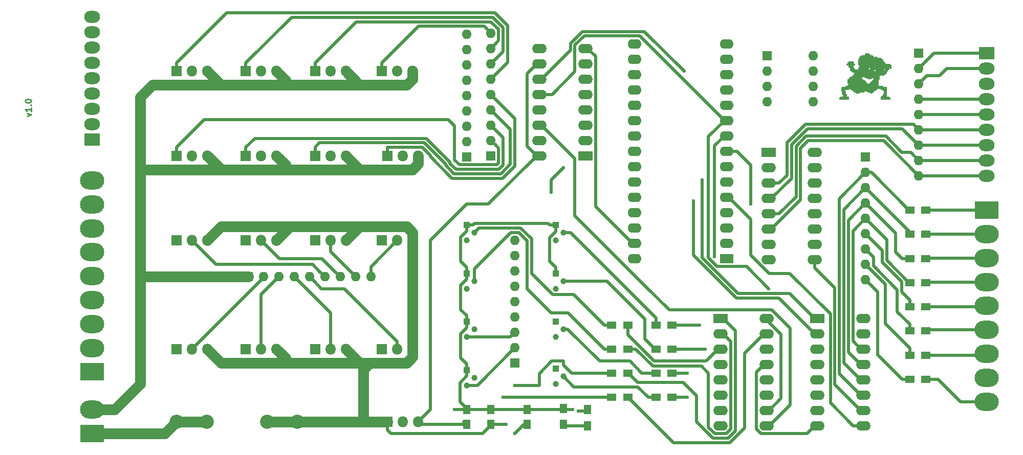
<source format=gtl>
G04 #@! TF.FileFunction,Copper,L1,Top,Signal*
%FSLAX46Y46*%
G04 Gerber Fmt 4.6, Leading zero omitted, Abs format (unit mm)*
G04 Created by KiCad (PCBNEW 4.0.7) date Sat Oct 28 21:24:16 2017*
%MOMM*%
%LPD*%
G01*
G04 APERTURE LIST*
%ADD10C,0.100000*%
%ADD11C,0.250000*%
%ADD12C,0.010000*%
%ADD13R,1.500000X1.300000*%
%ADD14R,1.600000X1.600000*%
%ADD15O,1.600000X1.600000*%
%ADD16R,2.400000X1.600000*%
%ADD17O,2.400000X1.600000*%
%ADD18R,1.800000X1.800000*%
%ADD19O,1.800000X1.800000*%
%ADD20C,1.000000*%
%ADD21R,1.000000X1.000000*%
%ADD22R,4.000000X3.000000*%
%ADD23O,4.000000X3.000000*%
%ADD24C,2.350000*%
%ADD25R,1.250000X1.500000*%
%ADD26R,1.300000X1.500000*%
%ADD27R,2.600000X2.000000*%
%ADD28O,2.600000X2.000000*%
%ADD29R,2.286000X1.574800*%
%ADD30O,2.286000X1.574800*%
%ADD31C,0.600000*%
%ADD32C,0.500000*%
%ADD33C,1.750000*%
G04 APERTURE END LIST*
D10*
D11*
X49285714Y-71428571D02*
X49952381Y-71190476D01*
X49285714Y-70952380D01*
X49952381Y-70047618D02*
X49952381Y-70619047D01*
X49952381Y-70333333D02*
X48952381Y-70333333D01*
X49095238Y-70428571D01*
X49190476Y-70523809D01*
X49238095Y-70619047D01*
X49857143Y-69619047D02*
X49904762Y-69571428D01*
X49952381Y-69619047D01*
X49904762Y-69666666D01*
X49857143Y-69619047D01*
X49952381Y-69619047D01*
X48952381Y-68952381D02*
X48952381Y-68857142D01*
X49000000Y-68761904D01*
X49047619Y-68714285D01*
X49142857Y-68666666D01*
X49333333Y-68619047D01*
X49571429Y-68619047D01*
X49761905Y-68666666D01*
X49857143Y-68714285D01*
X49904762Y-68761904D01*
X49952381Y-68857142D01*
X49952381Y-68952381D01*
X49904762Y-69047619D01*
X49857143Y-69095238D01*
X49761905Y-69142857D01*
X49571429Y-69190476D01*
X49333333Y-69190476D01*
X49142857Y-69142857D01*
X49047619Y-69095238D01*
X49000000Y-69047619D01*
X48952381Y-68952381D01*
D12*
G36*
X188000000Y-61000000D02*
X188150000Y-61000000D01*
X188150000Y-61150000D01*
X188000000Y-61150000D01*
X188000000Y-61000000D01*
X188000000Y-61000000D01*
G37*
X188000000Y-61000000D02*
X188150000Y-61000000D01*
X188150000Y-61150000D01*
X188000000Y-61150000D01*
X188000000Y-61000000D01*
G36*
X188150000Y-61000000D02*
X188300000Y-61000000D01*
X188300000Y-61150000D01*
X188150000Y-61150000D01*
X188150000Y-61000000D01*
X188150000Y-61000000D01*
G37*
X188150000Y-61000000D02*
X188300000Y-61000000D01*
X188300000Y-61150000D01*
X188150000Y-61150000D01*
X188150000Y-61000000D01*
G36*
X188300000Y-61000000D02*
X188450000Y-61000000D01*
X188450000Y-61150000D01*
X188300000Y-61150000D01*
X188300000Y-61000000D01*
X188300000Y-61000000D01*
G37*
X188300000Y-61000000D02*
X188450000Y-61000000D01*
X188450000Y-61150000D01*
X188300000Y-61150000D01*
X188300000Y-61000000D01*
G36*
X187850000Y-61150000D02*
X188000000Y-61150000D01*
X188000000Y-61300000D01*
X187850000Y-61300000D01*
X187850000Y-61150000D01*
X187850000Y-61150000D01*
G37*
X187850000Y-61150000D02*
X188000000Y-61150000D01*
X188000000Y-61300000D01*
X187850000Y-61300000D01*
X187850000Y-61150000D01*
G36*
X188000000Y-61150000D02*
X188150000Y-61150000D01*
X188150000Y-61300000D01*
X188000000Y-61300000D01*
X188000000Y-61150000D01*
X188000000Y-61150000D01*
G37*
X188000000Y-61150000D02*
X188150000Y-61150000D01*
X188150000Y-61300000D01*
X188000000Y-61300000D01*
X188000000Y-61150000D01*
G36*
X188150000Y-61150000D02*
X188300000Y-61150000D01*
X188300000Y-61300000D01*
X188150000Y-61300000D01*
X188150000Y-61150000D01*
X188150000Y-61150000D01*
G37*
X188150000Y-61150000D02*
X188300000Y-61150000D01*
X188300000Y-61300000D01*
X188150000Y-61300000D01*
X188150000Y-61150000D01*
G36*
X188300000Y-61150000D02*
X188450000Y-61150000D01*
X188450000Y-61300000D01*
X188300000Y-61300000D01*
X188300000Y-61150000D01*
X188300000Y-61150000D01*
G37*
X188300000Y-61150000D02*
X188450000Y-61150000D01*
X188450000Y-61300000D01*
X188300000Y-61300000D01*
X188300000Y-61150000D01*
G36*
X188450000Y-61150000D02*
X188600000Y-61150000D01*
X188600000Y-61300000D01*
X188450000Y-61300000D01*
X188450000Y-61150000D01*
X188450000Y-61150000D01*
G37*
X188450000Y-61150000D02*
X188600000Y-61150000D01*
X188600000Y-61300000D01*
X188450000Y-61300000D01*
X188450000Y-61150000D01*
G36*
X188600000Y-61150000D02*
X188750000Y-61150000D01*
X188750000Y-61300000D01*
X188600000Y-61300000D01*
X188600000Y-61150000D01*
X188600000Y-61150000D01*
G37*
X188600000Y-61150000D02*
X188750000Y-61150000D01*
X188750000Y-61300000D01*
X188600000Y-61300000D01*
X188600000Y-61150000D01*
G36*
X187400000Y-61300000D02*
X187550000Y-61300000D01*
X187550000Y-61450000D01*
X187400000Y-61450000D01*
X187400000Y-61300000D01*
X187400000Y-61300000D01*
G37*
X187400000Y-61300000D02*
X187550000Y-61300000D01*
X187550000Y-61450000D01*
X187400000Y-61450000D01*
X187400000Y-61300000D01*
G36*
X187550000Y-61300000D02*
X187700000Y-61300000D01*
X187700000Y-61450000D01*
X187550000Y-61450000D01*
X187550000Y-61300000D01*
X187550000Y-61300000D01*
G37*
X187550000Y-61300000D02*
X187700000Y-61300000D01*
X187700000Y-61450000D01*
X187550000Y-61450000D01*
X187550000Y-61300000D01*
G36*
X187700000Y-61300000D02*
X187850000Y-61300000D01*
X187850000Y-61450000D01*
X187700000Y-61450000D01*
X187700000Y-61300000D01*
X187700000Y-61300000D01*
G37*
X187700000Y-61300000D02*
X187850000Y-61300000D01*
X187850000Y-61450000D01*
X187700000Y-61450000D01*
X187700000Y-61300000D01*
G36*
X187850000Y-61300000D02*
X188000000Y-61300000D01*
X188000000Y-61450000D01*
X187850000Y-61450000D01*
X187850000Y-61300000D01*
X187850000Y-61300000D01*
G37*
X187850000Y-61300000D02*
X188000000Y-61300000D01*
X188000000Y-61450000D01*
X187850000Y-61450000D01*
X187850000Y-61300000D01*
G36*
X188000000Y-61300000D02*
X188150000Y-61300000D01*
X188150000Y-61450000D01*
X188000000Y-61450000D01*
X188000000Y-61300000D01*
X188000000Y-61300000D01*
G37*
X188000000Y-61300000D02*
X188150000Y-61300000D01*
X188150000Y-61450000D01*
X188000000Y-61450000D01*
X188000000Y-61300000D01*
G36*
X188150000Y-61300000D02*
X188300000Y-61300000D01*
X188300000Y-61450000D01*
X188150000Y-61450000D01*
X188150000Y-61300000D01*
X188150000Y-61300000D01*
G37*
X188150000Y-61300000D02*
X188300000Y-61300000D01*
X188300000Y-61450000D01*
X188150000Y-61450000D01*
X188150000Y-61300000D01*
G36*
X188300000Y-61300000D02*
X188450000Y-61300000D01*
X188450000Y-61450000D01*
X188300000Y-61450000D01*
X188300000Y-61300000D01*
X188300000Y-61300000D01*
G37*
X188300000Y-61300000D02*
X188450000Y-61300000D01*
X188450000Y-61450000D01*
X188300000Y-61450000D01*
X188300000Y-61300000D01*
G36*
X188450000Y-61300000D02*
X188600000Y-61300000D01*
X188600000Y-61450000D01*
X188450000Y-61450000D01*
X188450000Y-61300000D01*
X188450000Y-61300000D01*
G37*
X188450000Y-61300000D02*
X188600000Y-61300000D01*
X188600000Y-61450000D01*
X188450000Y-61450000D01*
X188450000Y-61300000D01*
G36*
X188600000Y-61300000D02*
X188750000Y-61300000D01*
X188750000Y-61450000D01*
X188600000Y-61450000D01*
X188600000Y-61300000D01*
X188600000Y-61300000D01*
G37*
X188600000Y-61300000D02*
X188750000Y-61300000D01*
X188750000Y-61450000D01*
X188600000Y-61450000D01*
X188600000Y-61300000D01*
G36*
X188750000Y-61300000D02*
X188900000Y-61300000D01*
X188900000Y-61450000D01*
X188750000Y-61450000D01*
X188750000Y-61300000D01*
X188750000Y-61300000D01*
G37*
X188750000Y-61300000D02*
X188900000Y-61300000D01*
X188900000Y-61450000D01*
X188750000Y-61450000D01*
X188750000Y-61300000D01*
G36*
X188900000Y-61300000D02*
X189050000Y-61300000D01*
X189050000Y-61450000D01*
X188900000Y-61450000D01*
X188900000Y-61300000D01*
X188900000Y-61300000D01*
G37*
X188900000Y-61300000D02*
X189050000Y-61300000D01*
X189050000Y-61450000D01*
X188900000Y-61450000D01*
X188900000Y-61300000D01*
G36*
X187100000Y-61450000D02*
X187250000Y-61450000D01*
X187250000Y-61600000D01*
X187100000Y-61600000D01*
X187100000Y-61450000D01*
X187100000Y-61450000D01*
G37*
X187100000Y-61450000D02*
X187250000Y-61450000D01*
X187250000Y-61600000D01*
X187100000Y-61600000D01*
X187100000Y-61450000D01*
G36*
X187250000Y-61450000D02*
X187400000Y-61450000D01*
X187400000Y-61600000D01*
X187250000Y-61600000D01*
X187250000Y-61450000D01*
X187250000Y-61450000D01*
G37*
X187250000Y-61450000D02*
X187400000Y-61450000D01*
X187400000Y-61600000D01*
X187250000Y-61600000D01*
X187250000Y-61450000D01*
G36*
X187400000Y-61450000D02*
X187550000Y-61450000D01*
X187550000Y-61600000D01*
X187400000Y-61600000D01*
X187400000Y-61450000D01*
X187400000Y-61450000D01*
G37*
X187400000Y-61450000D02*
X187550000Y-61450000D01*
X187550000Y-61600000D01*
X187400000Y-61600000D01*
X187400000Y-61450000D01*
G36*
X187550000Y-61450000D02*
X187700000Y-61450000D01*
X187700000Y-61600000D01*
X187550000Y-61600000D01*
X187550000Y-61450000D01*
X187550000Y-61450000D01*
G37*
X187550000Y-61450000D02*
X187700000Y-61450000D01*
X187700000Y-61600000D01*
X187550000Y-61600000D01*
X187550000Y-61450000D01*
G36*
X187700000Y-61450000D02*
X187850000Y-61450000D01*
X187850000Y-61600000D01*
X187700000Y-61600000D01*
X187700000Y-61450000D01*
X187700000Y-61450000D01*
G37*
X187700000Y-61450000D02*
X187850000Y-61450000D01*
X187850000Y-61600000D01*
X187700000Y-61600000D01*
X187700000Y-61450000D01*
G36*
X187850000Y-61450000D02*
X188000000Y-61450000D01*
X188000000Y-61600000D01*
X187850000Y-61600000D01*
X187850000Y-61450000D01*
X187850000Y-61450000D01*
G37*
X187850000Y-61450000D02*
X188000000Y-61450000D01*
X188000000Y-61600000D01*
X187850000Y-61600000D01*
X187850000Y-61450000D01*
G36*
X188000000Y-61450000D02*
X188150000Y-61450000D01*
X188150000Y-61600000D01*
X188000000Y-61600000D01*
X188000000Y-61450000D01*
X188000000Y-61450000D01*
G37*
X188000000Y-61450000D02*
X188150000Y-61450000D01*
X188150000Y-61600000D01*
X188000000Y-61600000D01*
X188000000Y-61450000D01*
G36*
X188150000Y-61450000D02*
X188300000Y-61450000D01*
X188300000Y-61600000D01*
X188150000Y-61600000D01*
X188150000Y-61450000D01*
X188150000Y-61450000D01*
G37*
X188150000Y-61450000D02*
X188300000Y-61450000D01*
X188300000Y-61600000D01*
X188150000Y-61600000D01*
X188150000Y-61450000D01*
G36*
X188300000Y-61450000D02*
X188450000Y-61450000D01*
X188450000Y-61600000D01*
X188300000Y-61600000D01*
X188300000Y-61450000D01*
X188300000Y-61450000D01*
G37*
X188300000Y-61450000D02*
X188450000Y-61450000D01*
X188450000Y-61600000D01*
X188300000Y-61600000D01*
X188300000Y-61450000D01*
G36*
X188450000Y-61450000D02*
X188600000Y-61450000D01*
X188600000Y-61600000D01*
X188450000Y-61600000D01*
X188450000Y-61450000D01*
X188450000Y-61450000D01*
G37*
X188450000Y-61450000D02*
X188600000Y-61450000D01*
X188600000Y-61600000D01*
X188450000Y-61600000D01*
X188450000Y-61450000D01*
G36*
X188600000Y-61450000D02*
X188750000Y-61450000D01*
X188750000Y-61600000D01*
X188600000Y-61600000D01*
X188600000Y-61450000D01*
X188600000Y-61450000D01*
G37*
X188600000Y-61450000D02*
X188750000Y-61450000D01*
X188750000Y-61600000D01*
X188600000Y-61600000D01*
X188600000Y-61450000D01*
G36*
X188750000Y-61450000D02*
X188900000Y-61450000D01*
X188900000Y-61600000D01*
X188750000Y-61600000D01*
X188750000Y-61450000D01*
X188750000Y-61450000D01*
G37*
X188750000Y-61450000D02*
X188900000Y-61450000D01*
X188900000Y-61600000D01*
X188750000Y-61600000D01*
X188750000Y-61450000D01*
G36*
X188900000Y-61450000D02*
X189050000Y-61450000D01*
X189050000Y-61600000D01*
X188900000Y-61600000D01*
X188900000Y-61450000D01*
X188900000Y-61450000D01*
G37*
X188900000Y-61450000D02*
X189050000Y-61450000D01*
X189050000Y-61600000D01*
X188900000Y-61600000D01*
X188900000Y-61450000D01*
G36*
X189050000Y-61450000D02*
X189200000Y-61450000D01*
X189200000Y-61600000D01*
X189050000Y-61600000D01*
X189050000Y-61450000D01*
X189050000Y-61450000D01*
G37*
X189050000Y-61450000D02*
X189200000Y-61450000D01*
X189200000Y-61600000D01*
X189050000Y-61600000D01*
X189050000Y-61450000D01*
G36*
X186950000Y-61600000D02*
X187100000Y-61600000D01*
X187100000Y-61750000D01*
X186950000Y-61750000D01*
X186950000Y-61600000D01*
X186950000Y-61600000D01*
G37*
X186950000Y-61600000D02*
X187100000Y-61600000D01*
X187100000Y-61750000D01*
X186950000Y-61750000D01*
X186950000Y-61600000D01*
G36*
X187100000Y-61600000D02*
X187250000Y-61600000D01*
X187250000Y-61750000D01*
X187100000Y-61750000D01*
X187100000Y-61600000D01*
X187100000Y-61600000D01*
G37*
X187100000Y-61600000D02*
X187250000Y-61600000D01*
X187250000Y-61750000D01*
X187100000Y-61750000D01*
X187100000Y-61600000D01*
G36*
X187250000Y-61600000D02*
X187400000Y-61600000D01*
X187400000Y-61750000D01*
X187250000Y-61750000D01*
X187250000Y-61600000D01*
X187250000Y-61600000D01*
G37*
X187250000Y-61600000D02*
X187400000Y-61600000D01*
X187400000Y-61750000D01*
X187250000Y-61750000D01*
X187250000Y-61600000D01*
G36*
X187400000Y-61600000D02*
X187550000Y-61600000D01*
X187550000Y-61750000D01*
X187400000Y-61750000D01*
X187400000Y-61600000D01*
X187400000Y-61600000D01*
G37*
X187400000Y-61600000D02*
X187550000Y-61600000D01*
X187550000Y-61750000D01*
X187400000Y-61750000D01*
X187400000Y-61600000D01*
G36*
X187550000Y-61600000D02*
X187700000Y-61600000D01*
X187700000Y-61750000D01*
X187550000Y-61750000D01*
X187550000Y-61600000D01*
X187550000Y-61600000D01*
G37*
X187550000Y-61600000D02*
X187700000Y-61600000D01*
X187700000Y-61750000D01*
X187550000Y-61750000D01*
X187550000Y-61600000D01*
G36*
X187700000Y-61600000D02*
X187850000Y-61600000D01*
X187850000Y-61750000D01*
X187700000Y-61750000D01*
X187700000Y-61600000D01*
X187700000Y-61600000D01*
G37*
X187700000Y-61600000D02*
X187850000Y-61600000D01*
X187850000Y-61750000D01*
X187700000Y-61750000D01*
X187700000Y-61600000D01*
G36*
X187850000Y-61600000D02*
X188000000Y-61600000D01*
X188000000Y-61750000D01*
X187850000Y-61750000D01*
X187850000Y-61600000D01*
X187850000Y-61600000D01*
G37*
X187850000Y-61600000D02*
X188000000Y-61600000D01*
X188000000Y-61750000D01*
X187850000Y-61750000D01*
X187850000Y-61600000D01*
G36*
X188000000Y-61600000D02*
X188150000Y-61600000D01*
X188150000Y-61750000D01*
X188000000Y-61750000D01*
X188000000Y-61600000D01*
X188000000Y-61600000D01*
G37*
X188000000Y-61600000D02*
X188150000Y-61600000D01*
X188150000Y-61750000D01*
X188000000Y-61750000D01*
X188000000Y-61600000D01*
G36*
X188150000Y-61600000D02*
X188300000Y-61600000D01*
X188300000Y-61750000D01*
X188150000Y-61750000D01*
X188150000Y-61600000D01*
X188150000Y-61600000D01*
G37*
X188150000Y-61600000D02*
X188300000Y-61600000D01*
X188300000Y-61750000D01*
X188150000Y-61750000D01*
X188150000Y-61600000D01*
G36*
X188300000Y-61600000D02*
X188450000Y-61600000D01*
X188450000Y-61750000D01*
X188300000Y-61750000D01*
X188300000Y-61600000D01*
X188300000Y-61600000D01*
G37*
X188300000Y-61600000D02*
X188450000Y-61600000D01*
X188450000Y-61750000D01*
X188300000Y-61750000D01*
X188300000Y-61600000D01*
G36*
X188450000Y-61600000D02*
X188600000Y-61600000D01*
X188600000Y-61750000D01*
X188450000Y-61750000D01*
X188450000Y-61600000D01*
X188450000Y-61600000D01*
G37*
X188450000Y-61600000D02*
X188600000Y-61600000D01*
X188600000Y-61750000D01*
X188450000Y-61750000D01*
X188450000Y-61600000D01*
G36*
X188600000Y-61600000D02*
X188750000Y-61600000D01*
X188750000Y-61750000D01*
X188600000Y-61750000D01*
X188600000Y-61600000D01*
X188600000Y-61600000D01*
G37*
X188600000Y-61600000D02*
X188750000Y-61600000D01*
X188750000Y-61750000D01*
X188600000Y-61750000D01*
X188600000Y-61600000D01*
G36*
X188750000Y-61600000D02*
X188900000Y-61600000D01*
X188900000Y-61750000D01*
X188750000Y-61750000D01*
X188750000Y-61600000D01*
X188750000Y-61600000D01*
G37*
X188750000Y-61600000D02*
X188900000Y-61600000D01*
X188900000Y-61750000D01*
X188750000Y-61750000D01*
X188750000Y-61600000D01*
G36*
X188900000Y-61600000D02*
X189050000Y-61600000D01*
X189050000Y-61750000D01*
X188900000Y-61750000D01*
X188900000Y-61600000D01*
X188900000Y-61600000D01*
G37*
X188900000Y-61600000D02*
X189050000Y-61600000D01*
X189050000Y-61750000D01*
X188900000Y-61750000D01*
X188900000Y-61600000D01*
G36*
X189050000Y-61600000D02*
X189200000Y-61600000D01*
X189200000Y-61750000D01*
X189050000Y-61750000D01*
X189050000Y-61600000D01*
X189050000Y-61600000D01*
G37*
X189050000Y-61600000D02*
X189200000Y-61600000D01*
X189200000Y-61750000D01*
X189050000Y-61750000D01*
X189050000Y-61600000D01*
G36*
X189200000Y-61600000D02*
X189350000Y-61600000D01*
X189350000Y-61750000D01*
X189200000Y-61750000D01*
X189200000Y-61600000D01*
X189200000Y-61600000D01*
G37*
X189200000Y-61600000D02*
X189350000Y-61600000D01*
X189350000Y-61750000D01*
X189200000Y-61750000D01*
X189200000Y-61600000D01*
G36*
X189500000Y-61600000D02*
X189650000Y-61600000D01*
X189650000Y-61750000D01*
X189500000Y-61750000D01*
X189500000Y-61600000D01*
X189500000Y-61600000D01*
G37*
X189500000Y-61600000D02*
X189650000Y-61600000D01*
X189650000Y-61750000D01*
X189500000Y-61750000D01*
X189500000Y-61600000D01*
G36*
X189650000Y-61600000D02*
X189800000Y-61600000D01*
X189800000Y-61750000D01*
X189650000Y-61750000D01*
X189650000Y-61600000D01*
X189650000Y-61600000D01*
G37*
X189650000Y-61600000D02*
X189800000Y-61600000D01*
X189800000Y-61750000D01*
X189650000Y-61750000D01*
X189650000Y-61600000D01*
G36*
X186950000Y-61750000D02*
X187100000Y-61750000D01*
X187100000Y-61900000D01*
X186950000Y-61900000D01*
X186950000Y-61750000D01*
X186950000Y-61750000D01*
G37*
X186950000Y-61750000D02*
X187100000Y-61750000D01*
X187100000Y-61900000D01*
X186950000Y-61900000D01*
X186950000Y-61750000D01*
G36*
X187100000Y-61750000D02*
X187250000Y-61750000D01*
X187250000Y-61900000D01*
X187100000Y-61900000D01*
X187100000Y-61750000D01*
X187100000Y-61750000D01*
G37*
X187100000Y-61750000D02*
X187250000Y-61750000D01*
X187250000Y-61900000D01*
X187100000Y-61900000D01*
X187100000Y-61750000D01*
G36*
X187250000Y-61750000D02*
X187400000Y-61750000D01*
X187400000Y-61900000D01*
X187250000Y-61900000D01*
X187250000Y-61750000D01*
X187250000Y-61750000D01*
G37*
X187250000Y-61750000D02*
X187400000Y-61750000D01*
X187400000Y-61900000D01*
X187250000Y-61900000D01*
X187250000Y-61750000D01*
G36*
X187400000Y-61750000D02*
X187550000Y-61750000D01*
X187550000Y-61900000D01*
X187400000Y-61900000D01*
X187400000Y-61750000D01*
X187400000Y-61750000D01*
G37*
X187400000Y-61750000D02*
X187550000Y-61750000D01*
X187550000Y-61900000D01*
X187400000Y-61900000D01*
X187400000Y-61750000D01*
G36*
X187550000Y-61750000D02*
X187700000Y-61750000D01*
X187700000Y-61900000D01*
X187550000Y-61900000D01*
X187550000Y-61750000D01*
X187550000Y-61750000D01*
G37*
X187550000Y-61750000D02*
X187700000Y-61750000D01*
X187700000Y-61900000D01*
X187550000Y-61900000D01*
X187550000Y-61750000D01*
G36*
X187700000Y-61750000D02*
X187850000Y-61750000D01*
X187850000Y-61900000D01*
X187700000Y-61900000D01*
X187700000Y-61750000D01*
X187700000Y-61750000D01*
G37*
X187700000Y-61750000D02*
X187850000Y-61750000D01*
X187850000Y-61900000D01*
X187700000Y-61900000D01*
X187700000Y-61750000D01*
G36*
X187850000Y-61750000D02*
X188000000Y-61750000D01*
X188000000Y-61900000D01*
X187850000Y-61900000D01*
X187850000Y-61750000D01*
X187850000Y-61750000D01*
G37*
X187850000Y-61750000D02*
X188000000Y-61750000D01*
X188000000Y-61900000D01*
X187850000Y-61900000D01*
X187850000Y-61750000D01*
G36*
X188000000Y-61750000D02*
X188150000Y-61750000D01*
X188150000Y-61900000D01*
X188000000Y-61900000D01*
X188000000Y-61750000D01*
X188000000Y-61750000D01*
G37*
X188000000Y-61750000D02*
X188150000Y-61750000D01*
X188150000Y-61900000D01*
X188000000Y-61900000D01*
X188000000Y-61750000D01*
G36*
X188150000Y-61750000D02*
X188300000Y-61750000D01*
X188300000Y-61900000D01*
X188150000Y-61900000D01*
X188150000Y-61750000D01*
X188150000Y-61750000D01*
G37*
X188150000Y-61750000D02*
X188300000Y-61750000D01*
X188300000Y-61900000D01*
X188150000Y-61900000D01*
X188150000Y-61750000D01*
G36*
X188300000Y-61750000D02*
X188450000Y-61750000D01*
X188450000Y-61900000D01*
X188300000Y-61900000D01*
X188300000Y-61750000D01*
X188300000Y-61750000D01*
G37*
X188300000Y-61750000D02*
X188450000Y-61750000D01*
X188450000Y-61900000D01*
X188300000Y-61900000D01*
X188300000Y-61750000D01*
G36*
X188450000Y-61750000D02*
X188600000Y-61750000D01*
X188600000Y-61900000D01*
X188450000Y-61900000D01*
X188450000Y-61750000D01*
X188450000Y-61750000D01*
G37*
X188450000Y-61750000D02*
X188600000Y-61750000D01*
X188600000Y-61900000D01*
X188450000Y-61900000D01*
X188450000Y-61750000D01*
G36*
X188600000Y-61750000D02*
X188750000Y-61750000D01*
X188750000Y-61900000D01*
X188600000Y-61900000D01*
X188600000Y-61750000D01*
X188600000Y-61750000D01*
G37*
X188600000Y-61750000D02*
X188750000Y-61750000D01*
X188750000Y-61900000D01*
X188600000Y-61900000D01*
X188600000Y-61750000D01*
G36*
X188750000Y-61750000D02*
X188900000Y-61750000D01*
X188900000Y-61900000D01*
X188750000Y-61900000D01*
X188750000Y-61750000D01*
X188750000Y-61750000D01*
G37*
X188750000Y-61750000D02*
X188900000Y-61750000D01*
X188900000Y-61900000D01*
X188750000Y-61900000D01*
X188750000Y-61750000D01*
G36*
X188900000Y-61750000D02*
X189050000Y-61750000D01*
X189050000Y-61900000D01*
X188900000Y-61900000D01*
X188900000Y-61750000D01*
X188900000Y-61750000D01*
G37*
X188900000Y-61750000D02*
X189050000Y-61750000D01*
X189050000Y-61900000D01*
X188900000Y-61900000D01*
X188900000Y-61750000D01*
G36*
X189050000Y-61750000D02*
X189200000Y-61750000D01*
X189200000Y-61900000D01*
X189050000Y-61900000D01*
X189050000Y-61750000D01*
X189050000Y-61750000D01*
G37*
X189050000Y-61750000D02*
X189200000Y-61750000D01*
X189200000Y-61900000D01*
X189050000Y-61900000D01*
X189050000Y-61750000D01*
G36*
X189200000Y-61750000D02*
X189350000Y-61750000D01*
X189350000Y-61900000D01*
X189200000Y-61900000D01*
X189200000Y-61750000D01*
X189200000Y-61750000D01*
G37*
X189200000Y-61750000D02*
X189350000Y-61750000D01*
X189350000Y-61900000D01*
X189200000Y-61900000D01*
X189200000Y-61750000D01*
G36*
X189350000Y-61750000D02*
X189500000Y-61750000D01*
X189500000Y-61900000D01*
X189350000Y-61900000D01*
X189350000Y-61750000D01*
X189350000Y-61750000D01*
G37*
X189350000Y-61750000D02*
X189500000Y-61750000D01*
X189500000Y-61900000D01*
X189350000Y-61900000D01*
X189350000Y-61750000D01*
G36*
X189500000Y-61750000D02*
X189650000Y-61750000D01*
X189650000Y-61900000D01*
X189500000Y-61900000D01*
X189500000Y-61750000D01*
X189500000Y-61750000D01*
G37*
X189500000Y-61750000D02*
X189650000Y-61750000D01*
X189650000Y-61900000D01*
X189500000Y-61900000D01*
X189500000Y-61750000D01*
G36*
X189650000Y-61750000D02*
X189800000Y-61750000D01*
X189800000Y-61900000D01*
X189650000Y-61900000D01*
X189650000Y-61750000D01*
X189650000Y-61750000D01*
G37*
X189650000Y-61750000D02*
X189800000Y-61750000D01*
X189800000Y-61900000D01*
X189650000Y-61900000D01*
X189650000Y-61750000D01*
G36*
X189800000Y-61750000D02*
X189950000Y-61750000D01*
X189950000Y-61900000D01*
X189800000Y-61900000D01*
X189800000Y-61750000D01*
X189800000Y-61750000D01*
G37*
X189800000Y-61750000D02*
X189950000Y-61750000D01*
X189950000Y-61900000D01*
X189800000Y-61900000D01*
X189800000Y-61750000D01*
G36*
X189950000Y-61750000D02*
X190100000Y-61750000D01*
X190100000Y-61900000D01*
X189950000Y-61900000D01*
X189950000Y-61750000D01*
X189950000Y-61750000D01*
G37*
X189950000Y-61750000D02*
X190100000Y-61750000D01*
X190100000Y-61900000D01*
X189950000Y-61900000D01*
X189950000Y-61750000D01*
G36*
X190100000Y-61750000D02*
X190250000Y-61750000D01*
X190250000Y-61900000D01*
X190100000Y-61900000D01*
X190100000Y-61750000D01*
X190100000Y-61750000D01*
G37*
X190100000Y-61750000D02*
X190250000Y-61750000D01*
X190250000Y-61900000D01*
X190100000Y-61900000D01*
X190100000Y-61750000D01*
G36*
X190250000Y-61750000D02*
X190400000Y-61750000D01*
X190400000Y-61900000D01*
X190250000Y-61900000D01*
X190250000Y-61750000D01*
X190250000Y-61750000D01*
G37*
X190250000Y-61750000D02*
X190400000Y-61750000D01*
X190400000Y-61900000D01*
X190250000Y-61900000D01*
X190250000Y-61750000D01*
G36*
X190400000Y-61750000D02*
X190550000Y-61750000D01*
X190550000Y-61900000D01*
X190400000Y-61900000D01*
X190400000Y-61750000D01*
X190400000Y-61750000D01*
G37*
X190400000Y-61750000D02*
X190550000Y-61750000D01*
X190550000Y-61900000D01*
X190400000Y-61900000D01*
X190400000Y-61750000D01*
G36*
X186800000Y-61900000D02*
X186950000Y-61900000D01*
X186950000Y-62050000D01*
X186800000Y-62050000D01*
X186800000Y-61900000D01*
X186800000Y-61900000D01*
G37*
X186800000Y-61900000D02*
X186950000Y-61900000D01*
X186950000Y-62050000D01*
X186800000Y-62050000D01*
X186800000Y-61900000D01*
G36*
X186950000Y-61900000D02*
X187100000Y-61900000D01*
X187100000Y-62050000D01*
X186950000Y-62050000D01*
X186950000Y-61900000D01*
X186950000Y-61900000D01*
G37*
X186950000Y-61900000D02*
X187100000Y-61900000D01*
X187100000Y-62050000D01*
X186950000Y-62050000D01*
X186950000Y-61900000D01*
G36*
X187100000Y-61900000D02*
X187250000Y-61900000D01*
X187250000Y-62050000D01*
X187100000Y-62050000D01*
X187100000Y-61900000D01*
X187100000Y-61900000D01*
G37*
X187100000Y-61900000D02*
X187250000Y-61900000D01*
X187250000Y-62050000D01*
X187100000Y-62050000D01*
X187100000Y-61900000D01*
G36*
X187250000Y-61900000D02*
X187400000Y-61900000D01*
X187400000Y-62050000D01*
X187250000Y-62050000D01*
X187250000Y-61900000D01*
X187250000Y-61900000D01*
G37*
X187250000Y-61900000D02*
X187400000Y-61900000D01*
X187400000Y-62050000D01*
X187250000Y-62050000D01*
X187250000Y-61900000D01*
G36*
X187400000Y-61900000D02*
X187550000Y-61900000D01*
X187550000Y-62050000D01*
X187400000Y-62050000D01*
X187400000Y-61900000D01*
X187400000Y-61900000D01*
G37*
X187400000Y-61900000D02*
X187550000Y-61900000D01*
X187550000Y-62050000D01*
X187400000Y-62050000D01*
X187400000Y-61900000D01*
G36*
X187550000Y-61900000D02*
X187700000Y-61900000D01*
X187700000Y-62050000D01*
X187550000Y-62050000D01*
X187550000Y-61900000D01*
X187550000Y-61900000D01*
G37*
X187550000Y-61900000D02*
X187700000Y-61900000D01*
X187700000Y-62050000D01*
X187550000Y-62050000D01*
X187550000Y-61900000D01*
G36*
X187700000Y-61900000D02*
X187850000Y-61900000D01*
X187850000Y-62050000D01*
X187700000Y-62050000D01*
X187700000Y-61900000D01*
X187700000Y-61900000D01*
G37*
X187700000Y-61900000D02*
X187850000Y-61900000D01*
X187850000Y-62050000D01*
X187700000Y-62050000D01*
X187700000Y-61900000D01*
G36*
X187850000Y-61900000D02*
X188000000Y-61900000D01*
X188000000Y-62050000D01*
X187850000Y-62050000D01*
X187850000Y-61900000D01*
X187850000Y-61900000D01*
G37*
X187850000Y-61900000D02*
X188000000Y-61900000D01*
X188000000Y-62050000D01*
X187850000Y-62050000D01*
X187850000Y-61900000D01*
G36*
X188000000Y-61900000D02*
X188150000Y-61900000D01*
X188150000Y-62050000D01*
X188000000Y-62050000D01*
X188000000Y-61900000D01*
X188000000Y-61900000D01*
G37*
X188000000Y-61900000D02*
X188150000Y-61900000D01*
X188150000Y-62050000D01*
X188000000Y-62050000D01*
X188000000Y-61900000D01*
G36*
X188150000Y-61900000D02*
X188300000Y-61900000D01*
X188300000Y-62050000D01*
X188150000Y-62050000D01*
X188150000Y-61900000D01*
X188150000Y-61900000D01*
G37*
X188150000Y-61900000D02*
X188300000Y-61900000D01*
X188300000Y-62050000D01*
X188150000Y-62050000D01*
X188150000Y-61900000D01*
G36*
X188300000Y-61900000D02*
X188450000Y-61900000D01*
X188450000Y-62050000D01*
X188300000Y-62050000D01*
X188300000Y-61900000D01*
X188300000Y-61900000D01*
G37*
X188300000Y-61900000D02*
X188450000Y-61900000D01*
X188450000Y-62050000D01*
X188300000Y-62050000D01*
X188300000Y-61900000D01*
G36*
X188450000Y-61900000D02*
X188600000Y-61900000D01*
X188600000Y-62050000D01*
X188450000Y-62050000D01*
X188450000Y-61900000D01*
X188450000Y-61900000D01*
G37*
X188450000Y-61900000D02*
X188600000Y-61900000D01*
X188600000Y-62050000D01*
X188450000Y-62050000D01*
X188450000Y-61900000D01*
G36*
X188600000Y-61900000D02*
X188750000Y-61900000D01*
X188750000Y-62050000D01*
X188600000Y-62050000D01*
X188600000Y-61900000D01*
X188600000Y-61900000D01*
G37*
X188600000Y-61900000D02*
X188750000Y-61900000D01*
X188750000Y-62050000D01*
X188600000Y-62050000D01*
X188600000Y-61900000D01*
G36*
X188750000Y-61900000D02*
X188900000Y-61900000D01*
X188900000Y-62050000D01*
X188750000Y-62050000D01*
X188750000Y-61900000D01*
X188750000Y-61900000D01*
G37*
X188750000Y-61900000D02*
X188900000Y-61900000D01*
X188900000Y-62050000D01*
X188750000Y-62050000D01*
X188750000Y-61900000D01*
G36*
X188900000Y-61900000D02*
X189050000Y-61900000D01*
X189050000Y-62050000D01*
X188900000Y-62050000D01*
X188900000Y-61900000D01*
X188900000Y-61900000D01*
G37*
X188900000Y-61900000D02*
X189050000Y-61900000D01*
X189050000Y-62050000D01*
X188900000Y-62050000D01*
X188900000Y-61900000D01*
G36*
X189050000Y-61900000D02*
X189200000Y-61900000D01*
X189200000Y-62050000D01*
X189050000Y-62050000D01*
X189050000Y-61900000D01*
X189050000Y-61900000D01*
G37*
X189050000Y-61900000D02*
X189200000Y-61900000D01*
X189200000Y-62050000D01*
X189050000Y-62050000D01*
X189050000Y-61900000D01*
G36*
X189200000Y-61900000D02*
X189350000Y-61900000D01*
X189350000Y-62050000D01*
X189200000Y-62050000D01*
X189200000Y-61900000D01*
X189200000Y-61900000D01*
G37*
X189200000Y-61900000D02*
X189350000Y-61900000D01*
X189350000Y-62050000D01*
X189200000Y-62050000D01*
X189200000Y-61900000D01*
G36*
X189350000Y-61900000D02*
X189500000Y-61900000D01*
X189500000Y-62050000D01*
X189350000Y-62050000D01*
X189350000Y-61900000D01*
X189350000Y-61900000D01*
G37*
X189350000Y-61900000D02*
X189500000Y-61900000D01*
X189500000Y-62050000D01*
X189350000Y-62050000D01*
X189350000Y-61900000D01*
G36*
X189500000Y-61900000D02*
X189650000Y-61900000D01*
X189650000Y-62050000D01*
X189500000Y-62050000D01*
X189500000Y-61900000D01*
X189500000Y-61900000D01*
G37*
X189500000Y-61900000D02*
X189650000Y-61900000D01*
X189650000Y-62050000D01*
X189500000Y-62050000D01*
X189500000Y-61900000D01*
G36*
X189650000Y-61900000D02*
X189800000Y-61900000D01*
X189800000Y-62050000D01*
X189650000Y-62050000D01*
X189650000Y-61900000D01*
X189650000Y-61900000D01*
G37*
X189650000Y-61900000D02*
X189800000Y-61900000D01*
X189800000Y-62050000D01*
X189650000Y-62050000D01*
X189650000Y-61900000D01*
G36*
X189800000Y-61900000D02*
X189950000Y-61900000D01*
X189950000Y-62050000D01*
X189800000Y-62050000D01*
X189800000Y-61900000D01*
X189800000Y-61900000D01*
G37*
X189800000Y-61900000D02*
X189950000Y-61900000D01*
X189950000Y-62050000D01*
X189800000Y-62050000D01*
X189800000Y-61900000D01*
G36*
X189950000Y-61900000D02*
X190100000Y-61900000D01*
X190100000Y-62050000D01*
X189950000Y-62050000D01*
X189950000Y-61900000D01*
X189950000Y-61900000D01*
G37*
X189950000Y-61900000D02*
X190100000Y-61900000D01*
X190100000Y-62050000D01*
X189950000Y-62050000D01*
X189950000Y-61900000D01*
G36*
X190100000Y-61900000D02*
X190250000Y-61900000D01*
X190250000Y-62050000D01*
X190100000Y-62050000D01*
X190100000Y-61900000D01*
X190100000Y-61900000D01*
G37*
X190100000Y-61900000D02*
X190250000Y-61900000D01*
X190250000Y-62050000D01*
X190100000Y-62050000D01*
X190100000Y-61900000D01*
G36*
X190250000Y-61900000D02*
X190400000Y-61900000D01*
X190400000Y-62050000D01*
X190250000Y-62050000D01*
X190250000Y-61900000D01*
X190250000Y-61900000D01*
G37*
X190250000Y-61900000D02*
X190400000Y-61900000D01*
X190400000Y-62050000D01*
X190250000Y-62050000D01*
X190250000Y-61900000D01*
G36*
X190400000Y-61900000D02*
X190550000Y-61900000D01*
X190550000Y-62050000D01*
X190400000Y-62050000D01*
X190400000Y-61900000D01*
X190400000Y-61900000D01*
G37*
X190400000Y-61900000D02*
X190550000Y-61900000D01*
X190550000Y-62050000D01*
X190400000Y-62050000D01*
X190400000Y-61900000D01*
G36*
X190550000Y-61900000D02*
X190700000Y-61900000D01*
X190700000Y-62050000D01*
X190550000Y-62050000D01*
X190550000Y-61900000D01*
X190550000Y-61900000D01*
G37*
X190550000Y-61900000D02*
X190700000Y-61900000D01*
X190700000Y-62050000D01*
X190550000Y-62050000D01*
X190550000Y-61900000D01*
G36*
X186800000Y-62050000D02*
X186950000Y-62050000D01*
X186950000Y-62200000D01*
X186800000Y-62200000D01*
X186800000Y-62050000D01*
X186800000Y-62050000D01*
G37*
X186800000Y-62050000D02*
X186950000Y-62050000D01*
X186950000Y-62200000D01*
X186800000Y-62200000D01*
X186800000Y-62050000D01*
G36*
X186950000Y-62050000D02*
X187100000Y-62050000D01*
X187100000Y-62200000D01*
X186950000Y-62200000D01*
X186950000Y-62050000D01*
X186950000Y-62050000D01*
G37*
X186950000Y-62050000D02*
X187100000Y-62050000D01*
X187100000Y-62200000D01*
X186950000Y-62200000D01*
X186950000Y-62050000D01*
G36*
X187100000Y-62050000D02*
X187250000Y-62050000D01*
X187250000Y-62200000D01*
X187100000Y-62200000D01*
X187100000Y-62050000D01*
X187100000Y-62050000D01*
G37*
X187100000Y-62050000D02*
X187250000Y-62050000D01*
X187250000Y-62200000D01*
X187100000Y-62200000D01*
X187100000Y-62050000D01*
G36*
X187250000Y-62050000D02*
X187400000Y-62050000D01*
X187400000Y-62200000D01*
X187250000Y-62200000D01*
X187250000Y-62050000D01*
X187250000Y-62050000D01*
G37*
X187250000Y-62050000D02*
X187400000Y-62050000D01*
X187400000Y-62200000D01*
X187250000Y-62200000D01*
X187250000Y-62050000D01*
G36*
X187400000Y-62050000D02*
X187550000Y-62050000D01*
X187550000Y-62200000D01*
X187400000Y-62200000D01*
X187400000Y-62050000D01*
X187400000Y-62050000D01*
G37*
X187400000Y-62050000D02*
X187550000Y-62050000D01*
X187550000Y-62200000D01*
X187400000Y-62200000D01*
X187400000Y-62050000D01*
G36*
X187550000Y-62050000D02*
X187700000Y-62050000D01*
X187700000Y-62200000D01*
X187550000Y-62200000D01*
X187550000Y-62050000D01*
X187550000Y-62050000D01*
G37*
X187550000Y-62050000D02*
X187700000Y-62050000D01*
X187700000Y-62200000D01*
X187550000Y-62200000D01*
X187550000Y-62050000D01*
G36*
X187700000Y-62050000D02*
X187850000Y-62050000D01*
X187850000Y-62200000D01*
X187700000Y-62200000D01*
X187700000Y-62050000D01*
X187700000Y-62050000D01*
G37*
X187700000Y-62050000D02*
X187850000Y-62050000D01*
X187850000Y-62200000D01*
X187700000Y-62200000D01*
X187700000Y-62050000D01*
G36*
X187850000Y-62050000D02*
X188000000Y-62050000D01*
X188000000Y-62200000D01*
X187850000Y-62200000D01*
X187850000Y-62050000D01*
X187850000Y-62050000D01*
G37*
X187850000Y-62050000D02*
X188000000Y-62050000D01*
X188000000Y-62200000D01*
X187850000Y-62200000D01*
X187850000Y-62050000D01*
G36*
X188000000Y-62050000D02*
X188150000Y-62050000D01*
X188150000Y-62200000D01*
X188000000Y-62200000D01*
X188000000Y-62050000D01*
X188000000Y-62050000D01*
G37*
X188000000Y-62050000D02*
X188150000Y-62050000D01*
X188150000Y-62200000D01*
X188000000Y-62200000D01*
X188000000Y-62050000D01*
G36*
X188150000Y-62050000D02*
X188300000Y-62050000D01*
X188300000Y-62200000D01*
X188150000Y-62200000D01*
X188150000Y-62050000D01*
X188150000Y-62050000D01*
G37*
X188150000Y-62050000D02*
X188300000Y-62050000D01*
X188300000Y-62200000D01*
X188150000Y-62200000D01*
X188150000Y-62050000D01*
G36*
X188300000Y-62050000D02*
X188450000Y-62050000D01*
X188450000Y-62200000D01*
X188300000Y-62200000D01*
X188300000Y-62050000D01*
X188300000Y-62050000D01*
G37*
X188300000Y-62050000D02*
X188450000Y-62050000D01*
X188450000Y-62200000D01*
X188300000Y-62200000D01*
X188300000Y-62050000D01*
G36*
X188450000Y-62050000D02*
X188600000Y-62050000D01*
X188600000Y-62200000D01*
X188450000Y-62200000D01*
X188450000Y-62050000D01*
X188450000Y-62050000D01*
G37*
X188450000Y-62050000D02*
X188600000Y-62050000D01*
X188600000Y-62200000D01*
X188450000Y-62200000D01*
X188450000Y-62050000D01*
G36*
X188600000Y-62050000D02*
X188750000Y-62050000D01*
X188750000Y-62200000D01*
X188600000Y-62200000D01*
X188600000Y-62050000D01*
X188600000Y-62050000D01*
G37*
X188600000Y-62050000D02*
X188750000Y-62050000D01*
X188750000Y-62200000D01*
X188600000Y-62200000D01*
X188600000Y-62050000D01*
G36*
X188750000Y-62050000D02*
X188900000Y-62050000D01*
X188900000Y-62200000D01*
X188750000Y-62200000D01*
X188750000Y-62050000D01*
X188750000Y-62050000D01*
G37*
X188750000Y-62050000D02*
X188900000Y-62050000D01*
X188900000Y-62200000D01*
X188750000Y-62200000D01*
X188750000Y-62050000D01*
G36*
X188900000Y-62050000D02*
X189050000Y-62050000D01*
X189050000Y-62200000D01*
X188900000Y-62200000D01*
X188900000Y-62050000D01*
X188900000Y-62050000D01*
G37*
X188900000Y-62050000D02*
X189050000Y-62050000D01*
X189050000Y-62200000D01*
X188900000Y-62200000D01*
X188900000Y-62050000D01*
G36*
X189050000Y-62050000D02*
X189200000Y-62050000D01*
X189200000Y-62200000D01*
X189050000Y-62200000D01*
X189050000Y-62050000D01*
X189050000Y-62050000D01*
G37*
X189050000Y-62050000D02*
X189200000Y-62050000D01*
X189200000Y-62200000D01*
X189050000Y-62200000D01*
X189050000Y-62050000D01*
G36*
X189200000Y-62050000D02*
X189350000Y-62050000D01*
X189350000Y-62200000D01*
X189200000Y-62200000D01*
X189200000Y-62050000D01*
X189200000Y-62050000D01*
G37*
X189200000Y-62050000D02*
X189350000Y-62050000D01*
X189350000Y-62200000D01*
X189200000Y-62200000D01*
X189200000Y-62050000D01*
G36*
X189350000Y-62050000D02*
X189500000Y-62050000D01*
X189500000Y-62200000D01*
X189350000Y-62200000D01*
X189350000Y-62050000D01*
X189350000Y-62050000D01*
G37*
X189350000Y-62050000D02*
X189500000Y-62050000D01*
X189500000Y-62200000D01*
X189350000Y-62200000D01*
X189350000Y-62050000D01*
G36*
X189500000Y-62050000D02*
X189650000Y-62050000D01*
X189650000Y-62200000D01*
X189500000Y-62200000D01*
X189500000Y-62050000D01*
X189500000Y-62050000D01*
G37*
X189500000Y-62050000D02*
X189650000Y-62050000D01*
X189650000Y-62200000D01*
X189500000Y-62200000D01*
X189500000Y-62050000D01*
G36*
X189650000Y-62050000D02*
X189800000Y-62050000D01*
X189800000Y-62200000D01*
X189650000Y-62200000D01*
X189650000Y-62050000D01*
X189650000Y-62050000D01*
G37*
X189650000Y-62050000D02*
X189800000Y-62050000D01*
X189800000Y-62200000D01*
X189650000Y-62200000D01*
X189650000Y-62050000D01*
G36*
X189800000Y-62050000D02*
X189950000Y-62050000D01*
X189950000Y-62200000D01*
X189800000Y-62200000D01*
X189800000Y-62050000D01*
X189800000Y-62050000D01*
G37*
X189800000Y-62050000D02*
X189950000Y-62050000D01*
X189950000Y-62200000D01*
X189800000Y-62200000D01*
X189800000Y-62050000D01*
G36*
X189950000Y-62050000D02*
X190100000Y-62050000D01*
X190100000Y-62200000D01*
X189950000Y-62200000D01*
X189950000Y-62050000D01*
X189950000Y-62050000D01*
G37*
X189950000Y-62050000D02*
X190100000Y-62050000D01*
X190100000Y-62200000D01*
X189950000Y-62200000D01*
X189950000Y-62050000D01*
G36*
X190100000Y-62050000D02*
X190250000Y-62050000D01*
X190250000Y-62200000D01*
X190100000Y-62200000D01*
X190100000Y-62050000D01*
X190100000Y-62050000D01*
G37*
X190100000Y-62050000D02*
X190250000Y-62050000D01*
X190250000Y-62200000D01*
X190100000Y-62200000D01*
X190100000Y-62050000D01*
G36*
X190250000Y-62050000D02*
X190400000Y-62050000D01*
X190400000Y-62200000D01*
X190250000Y-62200000D01*
X190250000Y-62050000D01*
X190250000Y-62050000D01*
G37*
X190250000Y-62050000D02*
X190400000Y-62050000D01*
X190400000Y-62200000D01*
X190250000Y-62200000D01*
X190250000Y-62050000D01*
G36*
X190400000Y-62050000D02*
X190550000Y-62050000D01*
X190550000Y-62200000D01*
X190400000Y-62200000D01*
X190400000Y-62050000D01*
X190400000Y-62050000D01*
G37*
X190400000Y-62050000D02*
X190550000Y-62050000D01*
X190550000Y-62200000D01*
X190400000Y-62200000D01*
X190400000Y-62050000D01*
G36*
X190550000Y-62050000D02*
X190700000Y-62050000D01*
X190700000Y-62200000D01*
X190550000Y-62200000D01*
X190550000Y-62050000D01*
X190550000Y-62050000D01*
G37*
X190550000Y-62050000D02*
X190700000Y-62050000D01*
X190700000Y-62200000D01*
X190550000Y-62200000D01*
X190550000Y-62050000D01*
G36*
X190700000Y-62050000D02*
X190850000Y-62050000D01*
X190850000Y-62200000D01*
X190700000Y-62200000D01*
X190700000Y-62050000D01*
X190700000Y-62050000D01*
G37*
X190700000Y-62050000D02*
X190850000Y-62050000D01*
X190850000Y-62200000D01*
X190700000Y-62200000D01*
X190700000Y-62050000D01*
G36*
X186800000Y-62200000D02*
X186950000Y-62200000D01*
X186950000Y-62350000D01*
X186800000Y-62350000D01*
X186800000Y-62200000D01*
X186800000Y-62200000D01*
G37*
X186800000Y-62200000D02*
X186950000Y-62200000D01*
X186950000Y-62350000D01*
X186800000Y-62350000D01*
X186800000Y-62200000D01*
G36*
X186950000Y-62200000D02*
X187100000Y-62200000D01*
X187100000Y-62350000D01*
X186950000Y-62350000D01*
X186950000Y-62200000D01*
X186950000Y-62200000D01*
G37*
X186950000Y-62200000D02*
X187100000Y-62200000D01*
X187100000Y-62350000D01*
X186950000Y-62350000D01*
X186950000Y-62200000D01*
G36*
X187100000Y-62200000D02*
X187250000Y-62200000D01*
X187250000Y-62350000D01*
X187100000Y-62350000D01*
X187100000Y-62200000D01*
X187100000Y-62200000D01*
G37*
X187100000Y-62200000D02*
X187250000Y-62200000D01*
X187250000Y-62350000D01*
X187100000Y-62350000D01*
X187100000Y-62200000D01*
G36*
X187250000Y-62200000D02*
X187400000Y-62200000D01*
X187400000Y-62350000D01*
X187250000Y-62350000D01*
X187250000Y-62200000D01*
X187250000Y-62200000D01*
G37*
X187250000Y-62200000D02*
X187400000Y-62200000D01*
X187400000Y-62350000D01*
X187250000Y-62350000D01*
X187250000Y-62200000D01*
G36*
X187400000Y-62200000D02*
X187550000Y-62200000D01*
X187550000Y-62350000D01*
X187400000Y-62350000D01*
X187400000Y-62200000D01*
X187400000Y-62200000D01*
G37*
X187400000Y-62200000D02*
X187550000Y-62200000D01*
X187550000Y-62350000D01*
X187400000Y-62350000D01*
X187400000Y-62200000D01*
G36*
X187550000Y-62200000D02*
X187700000Y-62200000D01*
X187700000Y-62350000D01*
X187550000Y-62350000D01*
X187550000Y-62200000D01*
X187550000Y-62200000D01*
G37*
X187550000Y-62200000D02*
X187700000Y-62200000D01*
X187700000Y-62350000D01*
X187550000Y-62350000D01*
X187550000Y-62200000D01*
G36*
X187700000Y-62200000D02*
X187850000Y-62200000D01*
X187850000Y-62350000D01*
X187700000Y-62350000D01*
X187700000Y-62200000D01*
X187700000Y-62200000D01*
G37*
X187700000Y-62200000D02*
X187850000Y-62200000D01*
X187850000Y-62350000D01*
X187700000Y-62350000D01*
X187700000Y-62200000D01*
G36*
X187850000Y-62200000D02*
X188000000Y-62200000D01*
X188000000Y-62350000D01*
X187850000Y-62350000D01*
X187850000Y-62200000D01*
X187850000Y-62200000D01*
G37*
X187850000Y-62200000D02*
X188000000Y-62200000D01*
X188000000Y-62350000D01*
X187850000Y-62350000D01*
X187850000Y-62200000D01*
G36*
X188000000Y-62200000D02*
X188150000Y-62200000D01*
X188150000Y-62350000D01*
X188000000Y-62350000D01*
X188000000Y-62200000D01*
X188000000Y-62200000D01*
G37*
X188000000Y-62200000D02*
X188150000Y-62200000D01*
X188150000Y-62350000D01*
X188000000Y-62350000D01*
X188000000Y-62200000D01*
G36*
X188150000Y-62200000D02*
X188300000Y-62200000D01*
X188300000Y-62350000D01*
X188150000Y-62350000D01*
X188150000Y-62200000D01*
X188150000Y-62200000D01*
G37*
X188150000Y-62200000D02*
X188300000Y-62200000D01*
X188300000Y-62350000D01*
X188150000Y-62350000D01*
X188150000Y-62200000D01*
G36*
X188300000Y-62200000D02*
X188450000Y-62200000D01*
X188450000Y-62350000D01*
X188300000Y-62350000D01*
X188300000Y-62200000D01*
X188300000Y-62200000D01*
G37*
X188300000Y-62200000D02*
X188450000Y-62200000D01*
X188450000Y-62350000D01*
X188300000Y-62350000D01*
X188300000Y-62200000D01*
G36*
X188450000Y-62200000D02*
X188600000Y-62200000D01*
X188600000Y-62350000D01*
X188450000Y-62350000D01*
X188450000Y-62200000D01*
X188450000Y-62200000D01*
G37*
X188450000Y-62200000D02*
X188600000Y-62200000D01*
X188600000Y-62350000D01*
X188450000Y-62350000D01*
X188450000Y-62200000D01*
G36*
X188600000Y-62200000D02*
X188750000Y-62200000D01*
X188750000Y-62350000D01*
X188600000Y-62350000D01*
X188600000Y-62200000D01*
X188600000Y-62200000D01*
G37*
X188600000Y-62200000D02*
X188750000Y-62200000D01*
X188750000Y-62350000D01*
X188600000Y-62350000D01*
X188600000Y-62200000D01*
G36*
X188750000Y-62200000D02*
X188900000Y-62200000D01*
X188900000Y-62350000D01*
X188750000Y-62350000D01*
X188750000Y-62200000D01*
X188750000Y-62200000D01*
G37*
X188750000Y-62200000D02*
X188900000Y-62200000D01*
X188900000Y-62350000D01*
X188750000Y-62350000D01*
X188750000Y-62200000D01*
G36*
X188900000Y-62200000D02*
X189050000Y-62200000D01*
X189050000Y-62350000D01*
X188900000Y-62350000D01*
X188900000Y-62200000D01*
X188900000Y-62200000D01*
G37*
X188900000Y-62200000D02*
X189050000Y-62200000D01*
X189050000Y-62350000D01*
X188900000Y-62350000D01*
X188900000Y-62200000D01*
G36*
X189050000Y-62200000D02*
X189200000Y-62200000D01*
X189200000Y-62350000D01*
X189050000Y-62350000D01*
X189050000Y-62200000D01*
X189050000Y-62200000D01*
G37*
X189050000Y-62200000D02*
X189200000Y-62200000D01*
X189200000Y-62350000D01*
X189050000Y-62350000D01*
X189050000Y-62200000D01*
G36*
X189200000Y-62200000D02*
X189350000Y-62200000D01*
X189350000Y-62350000D01*
X189200000Y-62350000D01*
X189200000Y-62200000D01*
X189200000Y-62200000D01*
G37*
X189200000Y-62200000D02*
X189350000Y-62200000D01*
X189350000Y-62350000D01*
X189200000Y-62350000D01*
X189200000Y-62200000D01*
G36*
X189350000Y-62200000D02*
X189500000Y-62200000D01*
X189500000Y-62350000D01*
X189350000Y-62350000D01*
X189350000Y-62200000D01*
X189350000Y-62200000D01*
G37*
X189350000Y-62200000D02*
X189500000Y-62200000D01*
X189500000Y-62350000D01*
X189350000Y-62350000D01*
X189350000Y-62200000D01*
G36*
X189500000Y-62200000D02*
X189650000Y-62200000D01*
X189650000Y-62350000D01*
X189500000Y-62350000D01*
X189500000Y-62200000D01*
X189500000Y-62200000D01*
G37*
X189500000Y-62200000D02*
X189650000Y-62200000D01*
X189650000Y-62350000D01*
X189500000Y-62350000D01*
X189500000Y-62200000D01*
G36*
X189650000Y-62200000D02*
X189800000Y-62200000D01*
X189800000Y-62350000D01*
X189650000Y-62350000D01*
X189650000Y-62200000D01*
X189650000Y-62200000D01*
G37*
X189650000Y-62200000D02*
X189800000Y-62200000D01*
X189800000Y-62350000D01*
X189650000Y-62350000D01*
X189650000Y-62200000D01*
G36*
X189800000Y-62200000D02*
X189950000Y-62200000D01*
X189950000Y-62350000D01*
X189800000Y-62350000D01*
X189800000Y-62200000D01*
X189800000Y-62200000D01*
G37*
X189800000Y-62200000D02*
X189950000Y-62200000D01*
X189950000Y-62350000D01*
X189800000Y-62350000D01*
X189800000Y-62200000D01*
G36*
X189950000Y-62200000D02*
X190100000Y-62200000D01*
X190100000Y-62350000D01*
X189950000Y-62350000D01*
X189950000Y-62200000D01*
X189950000Y-62200000D01*
G37*
X189950000Y-62200000D02*
X190100000Y-62200000D01*
X190100000Y-62350000D01*
X189950000Y-62350000D01*
X189950000Y-62200000D01*
G36*
X190100000Y-62200000D02*
X190250000Y-62200000D01*
X190250000Y-62350000D01*
X190100000Y-62350000D01*
X190100000Y-62200000D01*
X190100000Y-62200000D01*
G37*
X190100000Y-62200000D02*
X190250000Y-62200000D01*
X190250000Y-62350000D01*
X190100000Y-62350000D01*
X190100000Y-62200000D01*
G36*
X190250000Y-62200000D02*
X190400000Y-62200000D01*
X190400000Y-62350000D01*
X190250000Y-62350000D01*
X190250000Y-62200000D01*
X190250000Y-62200000D01*
G37*
X190250000Y-62200000D02*
X190400000Y-62200000D01*
X190400000Y-62350000D01*
X190250000Y-62350000D01*
X190250000Y-62200000D01*
G36*
X190400000Y-62200000D02*
X190550000Y-62200000D01*
X190550000Y-62350000D01*
X190400000Y-62350000D01*
X190400000Y-62200000D01*
X190400000Y-62200000D01*
G37*
X190400000Y-62200000D02*
X190550000Y-62200000D01*
X190550000Y-62350000D01*
X190400000Y-62350000D01*
X190400000Y-62200000D01*
G36*
X190550000Y-62200000D02*
X190700000Y-62200000D01*
X190700000Y-62350000D01*
X190550000Y-62350000D01*
X190550000Y-62200000D01*
X190550000Y-62200000D01*
G37*
X190550000Y-62200000D02*
X190700000Y-62200000D01*
X190700000Y-62350000D01*
X190550000Y-62350000D01*
X190550000Y-62200000D01*
G36*
X190700000Y-62200000D02*
X190850000Y-62200000D01*
X190850000Y-62350000D01*
X190700000Y-62350000D01*
X190700000Y-62200000D01*
X190700000Y-62200000D01*
G37*
X190700000Y-62200000D02*
X190850000Y-62200000D01*
X190850000Y-62350000D01*
X190700000Y-62350000D01*
X190700000Y-62200000D01*
G36*
X185150000Y-62350000D02*
X185300000Y-62350000D01*
X185300000Y-62500000D01*
X185150000Y-62500000D01*
X185150000Y-62350000D01*
X185150000Y-62350000D01*
G37*
X185150000Y-62350000D02*
X185300000Y-62350000D01*
X185300000Y-62500000D01*
X185150000Y-62500000D01*
X185150000Y-62350000D01*
G36*
X185300000Y-62350000D02*
X185450000Y-62350000D01*
X185450000Y-62500000D01*
X185300000Y-62500000D01*
X185300000Y-62350000D01*
X185300000Y-62350000D01*
G37*
X185300000Y-62350000D02*
X185450000Y-62350000D01*
X185450000Y-62500000D01*
X185300000Y-62500000D01*
X185300000Y-62350000D01*
G36*
X185450000Y-62350000D02*
X185600000Y-62350000D01*
X185600000Y-62500000D01*
X185450000Y-62500000D01*
X185450000Y-62350000D01*
X185450000Y-62350000D01*
G37*
X185450000Y-62350000D02*
X185600000Y-62350000D01*
X185600000Y-62500000D01*
X185450000Y-62500000D01*
X185450000Y-62350000D01*
G36*
X185600000Y-62350000D02*
X185750000Y-62350000D01*
X185750000Y-62500000D01*
X185600000Y-62500000D01*
X185600000Y-62350000D01*
X185600000Y-62350000D01*
G37*
X185600000Y-62350000D02*
X185750000Y-62350000D01*
X185750000Y-62500000D01*
X185600000Y-62500000D01*
X185600000Y-62350000D01*
G36*
X185750000Y-62350000D02*
X185900000Y-62350000D01*
X185900000Y-62500000D01*
X185750000Y-62500000D01*
X185750000Y-62350000D01*
X185750000Y-62350000D01*
G37*
X185750000Y-62350000D02*
X185900000Y-62350000D01*
X185900000Y-62500000D01*
X185750000Y-62500000D01*
X185750000Y-62350000D01*
G36*
X186800000Y-62350000D02*
X186950000Y-62350000D01*
X186950000Y-62500000D01*
X186800000Y-62500000D01*
X186800000Y-62350000D01*
X186800000Y-62350000D01*
G37*
X186800000Y-62350000D02*
X186950000Y-62350000D01*
X186950000Y-62500000D01*
X186800000Y-62500000D01*
X186800000Y-62350000D01*
G36*
X186950000Y-62350000D02*
X187100000Y-62350000D01*
X187100000Y-62500000D01*
X186950000Y-62500000D01*
X186950000Y-62350000D01*
X186950000Y-62350000D01*
G37*
X186950000Y-62350000D02*
X187100000Y-62350000D01*
X187100000Y-62500000D01*
X186950000Y-62500000D01*
X186950000Y-62350000D01*
G36*
X187100000Y-62350000D02*
X187250000Y-62350000D01*
X187250000Y-62500000D01*
X187100000Y-62500000D01*
X187100000Y-62350000D01*
X187100000Y-62350000D01*
G37*
X187100000Y-62350000D02*
X187250000Y-62350000D01*
X187250000Y-62500000D01*
X187100000Y-62500000D01*
X187100000Y-62350000D01*
G36*
X187250000Y-62350000D02*
X187400000Y-62350000D01*
X187400000Y-62500000D01*
X187250000Y-62500000D01*
X187250000Y-62350000D01*
X187250000Y-62350000D01*
G37*
X187250000Y-62350000D02*
X187400000Y-62350000D01*
X187400000Y-62500000D01*
X187250000Y-62500000D01*
X187250000Y-62350000D01*
G36*
X187400000Y-62350000D02*
X187550000Y-62350000D01*
X187550000Y-62500000D01*
X187400000Y-62500000D01*
X187400000Y-62350000D01*
X187400000Y-62350000D01*
G37*
X187400000Y-62350000D02*
X187550000Y-62350000D01*
X187550000Y-62500000D01*
X187400000Y-62500000D01*
X187400000Y-62350000D01*
G36*
X187550000Y-62350000D02*
X187700000Y-62350000D01*
X187700000Y-62500000D01*
X187550000Y-62500000D01*
X187550000Y-62350000D01*
X187550000Y-62350000D01*
G37*
X187550000Y-62350000D02*
X187700000Y-62350000D01*
X187700000Y-62500000D01*
X187550000Y-62500000D01*
X187550000Y-62350000D01*
G36*
X187700000Y-62350000D02*
X187850000Y-62350000D01*
X187850000Y-62500000D01*
X187700000Y-62500000D01*
X187700000Y-62350000D01*
X187700000Y-62350000D01*
G37*
X187700000Y-62350000D02*
X187850000Y-62350000D01*
X187850000Y-62500000D01*
X187700000Y-62500000D01*
X187700000Y-62350000D01*
G36*
X187850000Y-62350000D02*
X188000000Y-62350000D01*
X188000000Y-62500000D01*
X187850000Y-62500000D01*
X187850000Y-62350000D01*
X187850000Y-62350000D01*
G37*
X187850000Y-62350000D02*
X188000000Y-62350000D01*
X188000000Y-62500000D01*
X187850000Y-62500000D01*
X187850000Y-62350000D01*
G36*
X188000000Y-62350000D02*
X188150000Y-62350000D01*
X188150000Y-62500000D01*
X188000000Y-62500000D01*
X188000000Y-62350000D01*
X188000000Y-62350000D01*
G37*
X188000000Y-62350000D02*
X188150000Y-62350000D01*
X188150000Y-62500000D01*
X188000000Y-62500000D01*
X188000000Y-62350000D01*
G36*
X188150000Y-62350000D02*
X188300000Y-62350000D01*
X188300000Y-62500000D01*
X188150000Y-62500000D01*
X188150000Y-62350000D01*
X188150000Y-62350000D01*
G37*
X188150000Y-62350000D02*
X188300000Y-62350000D01*
X188300000Y-62500000D01*
X188150000Y-62500000D01*
X188150000Y-62350000D01*
G36*
X188300000Y-62350000D02*
X188450000Y-62350000D01*
X188450000Y-62500000D01*
X188300000Y-62500000D01*
X188300000Y-62350000D01*
X188300000Y-62350000D01*
G37*
X188300000Y-62350000D02*
X188450000Y-62350000D01*
X188450000Y-62500000D01*
X188300000Y-62500000D01*
X188300000Y-62350000D01*
G36*
X188450000Y-62350000D02*
X188600000Y-62350000D01*
X188600000Y-62500000D01*
X188450000Y-62500000D01*
X188450000Y-62350000D01*
X188450000Y-62350000D01*
G37*
X188450000Y-62350000D02*
X188600000Y-62350000D01*
X188600000Y-62500000D01*
X188450000Y-62500000D01*
X188450000Y-62350000D01*
G36*
X188600000Y-62350000D02*
X188750000Y-62350000D01*
X188750000Y-62500000D01*
X188600000Y-62500000D01*
X188600000Y-62350000D01*
X188600000Y-62350000D01*
G37*
X188600000Y-62350000D02*
X188750000Y-62350000D01*
X188750000Y-62500000D01*
X188600000Y-62500000D01*
X188600000Y-62350000D01*
G36*
X188750000Y-62350000D02*
X188900000Y-62350000D01*
X188900000Y-62500000D01*
X188750000Y-62500000D01*
X188750000Y-62350000D01*
X188750000Y-62350000D01*
G37*
X188750000Y-62350000D02*
X188900000Y-62350000D01*
X188900000Y-62500000D01*
X188750000Y-62500000D01*
X188750000Y-62350000D01*
G36*
X188900000Y-62350000D02*
X189050000Y-62350000D01*
X189050000Y-62500000D01*
X188900000Y-62500000D01*
X188900000Y-62350000D01*
X188900000Y-62350000D01*
G37*
X188900000Y-62350000D02*
X189050000Y-62350000D01*
X189050000Y-62500000D01*
X188900000Y-62500000D01*
X188900000Y-62350000D01*
G36*
X189050000Y-62350000D02*
X189200000Y-62350000D01*
X189200000Y-62500000D01*
X189050000Y-62500000D01*
X189050000Y-62350000D01*
X189050000Y-62350000D01*
G37*
X189050000Y-62350000D02*
X189200000Y-62350000D01*
X189200000Y-62500000D01*
X189050000Y-62500000D01*
X189050000Y-62350000D01*
G36*
X189200000Y-62350000D02*
X189350000Y-62350000D01*
X189350000Y-62500000D01*
X189200000Y-62500000D01*
X189200000Y-62350000D01*
X189200000Y-62350000D01*
G37*
X189200000Y-62350000D02*
X189350000Y-62350000D01*
X189350000Y-62500000D01*
X189200000Y-62500000D01*
X189200000Y-62350000D01*
G36*
X189350000Y-62350000D02*
X189500000Y-62350000D01*
X189500000Y-62500000D01*
X189350000Y-62500000D01*
X189350000Y-62350000D01*
X189350000Y-62350000D01*
G37*
X189350000Y-62350000D02*
X189500000Y-62350000D01*
X189500000Y-62500000D01*
X189350000Y-62500000D01*
X189350000Y-62350000D01*
G36*
X189500000Y-62350000D02*
X189650000Y-62350000D01*
X189650000Y-62500000D01*
X189500000Y-62500000D01*
X189500000Y-62350000D01*
X189500000Y-62350000D01*
G37*
X189500000Y-62350000D02*
X189650000Y-62350000D01*
X189650000Y-62500000D01*
X189500000Y-62500000D01*
X189500000Y-62350000D01*
G36*
X189650000Y-62350000D02*
X189800000Y-62350000D01*
X189800000Y-62500000D01*
X189650000Y-62500000D01*
X189650000Y-62350000D01*
X189650000Y-62350000D01*
G37*
X189650000Y-62350000D02*
X189800000Y-62350000D01*
X189800000Y-62500000D01*
X189650000Y-62500000D01*
X189650000Y-62350000D01*
G36*
X189800000Y-62350000D02*
X189950000Y-62350000D01*
X189950000Y-62500000D01*
X189800000Y-62500000D01*
X189800000Y-62350000D01*
X189800000Y-62350000D01*
G37*
X189800000Y-62350000D02*
X189950000Y-62350000D01*
X189950000Y-62500000D01*
X189800000Y-62500000D01*
X189800000Y-62350000D01*
G36*
X189950000Y-62350000D02*
X190100000Y-62350000D01*
X190100000Y-62500000D01*
X189950000Y-62500000D01*
X189950000Y-62350000D01*
X189950000Y-62350000D01*
G37*
X189950000Y-62350000D02*
X190100000Y-62350000D01*
X190100000Y-62500000D01*
X189950000Y-62500000D01*
X189950000Y-62350000D01*
G36*
X190100000Y-62350000D02*
X190250000Y-62350000D01*
X190250000Y-62500000D01*
X190100000Y-62500000D01*
X190100000Y-62350000D01*
X190100000Y-62350000D01*
G37*
X190100000Y-62350000D02*
X190250000Y-62350000D01*
X190250000Y-62500000D01*
X190100000Y-62500000D01*
X190100000Y-62350000D01*
G36*
X190250000Y-62350000D02*
X190400000Y-62350000D01*
X190400000Y-62500000D01*
X190250000Y-62500000D01*
X190250000Y-62350000D01*
X190250000Y-62350000D01*
G37*
X190250000Y-62350000D02*
X190400000Y-62350000D01*
X190400000Y-62500000D01*
X190250000Y-62500000D01*
X190250000Y-62350000D01*
G36*
X190400000Y-62350000D02*
X190550000Y-62350000D01*
X190550000Y-62500000D01*
X190400000Y-62500000D01*
X190400000Y-62350000D01*
X190400000Y-62350000D01*
G37*
X190400000Y-62350000D02*
X190550000Y-62350000D01*
X190550000Y-62500000D01*
X190400000Y-62500000D01*
X190400000Y-62350000D01*
G36*
X190550000Y-62350000D02*
X190700000Y-62350000D01*
X190700000Y-62500000D01*
X190550000Y-62500000D01*
X190550000Y-62350000D01*
X190550000Y-62350000D01*
G37*
X190550000Y-62350000D02*
X190700000Y-62350000D01*
X190700000Y-62500000D01*
X190550000Y-62500000D01*
X190550000Y-62350000D01*
G36*
X190700000Y-62350000D02*
X190850000Y-62350000D01*
X190850000Y-62500000D01*
X190700000Y-62500000D01*
X190700000Y-62350000D01*
X190700000Y-62350000D01*
G37*
X190700000Y-62350000D02*
X190850000Y-62350000D01*
X190850000Y-62500000D01*
X190700000Y-62500000D01*
X190700000Y-62350000D01*
G36*
X190850000Y-62350000D02*
X191000000Y-62350000D01*
X191000000Y-62500000D01*
X190850000Y-62500000D01*
X190850000Y-62350000D01*
X190850000Y-62350000D01*
G37*
X190850000Y-62350000D02*
X191000000Y-62350000D01*
X191000000Y-62500000D01*
X190850000Y-62500000D01*
X190850000Y-62350000D01*
G36*
X185000000Y-62500000D02*
X185150000Y-62500000D01*
X185150000Y-62650000D01*
X185000000Y-62650000D01*
X185000000Y-62500000D01*
X185000000Y-62500000D01*
G37*
X185000000Y-62500000D02*
X185150000Y-62500000D01*
X185150000Y-62650000D01*
X185000000Y-62650000D01*
X185000000Y-62500000D01*
G36*
X185150000Y-62500000D02*
X185300000Y-62500000D01*
X185300000Y-62650000D01*
X185150000Y-62650000D01*
X185150000Y-62500000D01*
X185150000Y-62500000D01*
G37*
X185150000Y-62500000D02*
X185300000Y-62500000D01*
X185300000Y-62650000D01*
X185150000Y-62650000D01*
X185150000Y-62500000D01*
G36*
X185300000Y-62500000D02*
X185450000Y-62500000D01*
X185450000Y-62650000D01*
X185300000Y-62650000D01*
X185300000Y-62500000D01*
X185300000Y-62500000D01*
G37*
X185300000Y-62500000D02*
X185450000Y-62500000D01*
X185450000Y-62650000D01*
X185300000Y-62650000D01*
X185300000Y-62500000D01*
G36*
X185450000Y-62500000D02*
X185600000Y-62500000D01*
X185600000Y-62650000D01*
X185450000Y-62650000D01*
X185450000Y-62500000D01*
X185450000Y-62500000D01*
G37*
X185450000Y-62500000D02*
X185600000Y-62500000D01*
X185600000Y-62650000D01*
X185450000Y-62650000D01*
X185450000Y-62500000D01*
G36*
X185600000Y-62500000D02*
X185750000Y-62500000D01*
X185750000Y-62650000D01*
X185600000Y-62650000D01*
X185600000Y-62500000D01*
X185600000Y-62500000D01*
G37*
X185600000Y-62500000D02*
X185750000Y-62500000D01*
X185750000Y-62650000D01*
X185600000Y-62650000D01*
X185600000Y-62500000D01*
G36*
X185750000Y-62500000D02*
X185900000Y-62500000D01*
X185900000Y-62650000D01*
X185750000Y-62650000D01*
X185750000Y-62500000D01*
X185750000Y-62500000D01*
G37*
X185750000Y-62500000D02*
X185900000Y-62500000D01*
X185900000Y-62650000D01*
X185750000Y-62650000D01*
X185750000Y-62500000D01*
G36*
X185900000Y-62500000D02*
X186050000Y-62500000D01*
X186050000Y-62650000D01*
X185900000Y-62650000D01*
X185900000Y-62500000D01*
X185900000Y-62500000D01*
G37*
X185900000Y-62500000D02*
X186050000Y-62500000D01*
X186050000Y-62650000D01*
X185900000Y-62650000D01*
X185900000Y-62500000D01*
G36*
X186800000Y-62500000D02*
X186950000Y-62500000D01*
X186950000Y-62650000D01*
X186800000Y-62650000D01*
X186800000Y-62500000D01*
X186800000Y-62500000D01*
G37*
X186800000Y-62500000D02*
X186950000Y-62500000D01*
X186950000Y-62650000D01*
X186800000Y-62650000D01*
X186800000Y-62500000D01*
G36*
X186950000Y-62500000D02*
X187100000Y-62500000D01*
X187100000Y-62650000D01*
X186950000Y-62650000D01*
X186950000Y-62500000D01*
X186950000Y-62500000D01*
G37*
X186950000Y-62500000D02*
X187100000Y-62500000D01*
X187100000Y-62650000D01*
X186950000Y-62650000D01*
X186950000Y-62500000D01*
G36*
X187100000Y-62500000D02*
X187250000Y-62500000D01*
X187250000Y-62650000D01*
X187100000Y-62650000D01*
X187100000Y-62500000D01*
X187100000Y-62500000D01*
G37*
X187100000Y-62500000D02*
X187250000Y-62500000D01*
X187250000Y-62650000D01*
X187100000Y-62650000D01*
X187100000Y-62500000D01*
G36*
X187250000Y-62500000D02*
X187400000Y-62500000D01*
X187400000Y-62650000D01*
X187250000Y-62650000D01*
X187250000Y-62500000D01*
X187250000Y-62500000D01*
G37*
X187250000Y-62500000D02*
X187400000Y-62500000D01*
X187400000Y-62650000D01*
X187250000Y-62650000D01*
X187250000Y-62500000D01*
G36*
X187400000Y-62500000D02*
X187550000Y-62500000D01*
X187550000Y-62650000D01*
X187400000Y-62650000D01*
X187400000Y-62500000D01*
X187400000Y-62500000D01*
G37*
X187400000Y-62500000D02*
X187550000Y-62500000D01*
X187550000Y-62650000D01*
X187400000Y-62650000D01*
X187400000Y-62500000D01*
G36*
X187550000Y-62500000D02*
X187700000Y-62500000D01*
X187700000Y-62650000D01*
X187550000Y-62650000D01*
X187550000Y-62500000D01*
X187550000Y-62500000D01*
G37*
X187550000Y-62500000D02*
X187700000Y-62500000D01*
X187700000Y-62650000D01*
X187550000Y-62650000D01*
X187550000Y-62500000D01*
G36*
X187700000Y-62500000D02*
X187850000Y-62500000D01*
X187850000Y-62650000D01*
X187700000Y-62650000D01*
X187700000Y-62500000D01*
X187700000Y-62500000D01*
G37*
X187700000Y-62500000D02*
X187850000Y-62500000D01*
X187850000Y-62650000D01*
X187700000Y-62650000D01*
X187700000Y-62500000D01*
G36*
X187850000Y-62500000D02*
X188000000Y-62500000D01*
X188000000Y-62650000D01*
X187850000Y-62650000D01*
X187850000Y-62500000D01*
X187850000Y-62500000D01*
G37*
X187850000Y-62500000D02*
X188000000Y-62500000D01*
X188000000Y-62650000D01*
X187850000Y-62650000D01*
X187850000Y-62500000D01*
G36*
X188000000Y-62500000D02*
X188150000Y-62500000D01*
X188150000Y-62650000D01*
X188000000Y-62650000D01*
X188000000Y-62500000D01*
X188000000Y-62500000D01*
G37*
X188000000Y-62500000D02*
X188150000Y-62500000D01*
X188150000Y-62650000D01*
X188000000Y-62650000D01*
X188000000Y-62500000D01*
G36*
X188150000Y-62500000D02*
X188300000Y-62500000D01*
X188300000Y-62650000D01*
X188150000Y-62650000D01*
X188150000Y-62500000D01*
X188150000Y-62500000D01*
G37*
X188150000Y-62500000D02*
X188300000Y-62500000D01*
X188300000Y-62650000D01*
X188150000Y-62650000D01*
X188150000Y-62500000D01*
G36*
X188300000Y-62500000D02*
X188450000Y-62500000D01*
X188450000Y-62650000D01*
X188300000Y-62650000D01*
X188300000Y-62500000D01*
X188300000Y-62500000D01*
G37*
X188300000Y-62500000D02*
X188450000Y-62500000D01*
X188450000Y-62650000D01*
X188300000Y-62650000D01*
X188300000Y-62500000D01*
G36*
X188450000Y-62500000D02*
X188600000Y-62500000D01*
X188600000Y-62650000D01*
X188450000Y-62650000D01*
X188450000Y-62500000D01*
X188450000Y-62500000D01*
G37*
X188450000Y-62500000D02*
X188600000Y-62500000D01*
X188600000Y-62650000D01*
X188450000Y-62650000D01*
X188450000Y-62500000D01*
G36*
X188600000Y-62500000D02*
X188750000Y-62500000D01*
X188750000Y-62650000D01*
X188600000Y-62650000D01*
X188600000Y-62500000D01*
X188600000Y-62500000D01*
G37*
X188600000Y-62500000D02*
X188750000Y-62500000D01*
X188750000Y-62650000D01*
X188600000Y-62650000D01*
X188600000Y-62500000D01*
G36*
X188750000Y-62500000D02*
X188900000Y-62500000D01*
X188900000Y-62650000D01*
X188750000Y-62650000D01*
X188750000Y-62500000D01*
X188750000Y-62500000D01*
G37*
X188750000Y-62500000D02*
X188900000Y-62500000D01*
X188900000Y-62650000D01*
X188750000Y-62650000D01*
X188750000Y-62500000D01*
G36*
X188900000Y-62500000D02*
X189050000Y-62500000D01*
X189050000Y-62650000D01*
X188900000Y-62650000D01*
X188900000Y-62500000D01*
X188900000Y-62500000D01*
G37*
X188900000Y-62500000D02*
X189050000Y-62500000D01*
X189050000Y-62650000D01*
X188900000Y-62650000D01*
X188900000Y-62500000D01*
G36*
X189050000Y-62500000D02*
X189200000Y-62500000D01*
X189200000Y-62650000D01*
X189050000Y-62650000D01*
X189050000Y-62500000D01*
X189050000Y-62500000D01*
G37*
X189050000Y-62500000D02*
X189200000Y-62500000D01*
X189200000Y-62650000D01*
X189050000Y-62650000D01*
X189050000Y-62500000D01*
G36*
X189200000Y-62500000D02*
X189350000Y-62500000D01*
X189350000Y-62650000D01*
X189200000Y-62650000D01*
X189200000Y-62500000D01*
X189200000Y-62500000D01*
G37*
X189200000Y-62500000D02*
X189350000Y-62500000D01*
X189350000Y-62650000D01*
X189200000Y-62650000D01*
X189200000Y-62500000D01*
G36*
X189350000Y-62500000D02*
X189500000Y-62500000D01*
X189500000Y-62650000D01*
X189350000Y-62650000D01*
X189350000Y-62500000D01*
X189350000Y-62500000D01*
G37*
X189350000Y-62500000D02*
X189500000Y-62500000D01*
X189500000Y-62650000D01*
X189350000Y-62650000D01*
X189350000Y-62500000D01*
G36*
X189500000Y-62500000D02*
X189650000Y-62500000D01*
X189650000Y-62650000D01*
X189500000Y-62650000D01*
X189500000Y-62500000D01*
X189500000Y-62500000D01*
G37*
X189500000Y-62500000D02*
X189650000Y-62500000D01*
X189650000Y-62650000D01*
X189500000Y-62650000D01*
X189500000Y-62500000D01*
G36*
X189650000Y-62500000D02*
X189800000Y-62500000D01*
X189800000Y-62650000D01*
X189650000Y-62650000D01*
X189650000Y-62500000D01*
X189650000Y-62500000D01*
G37*
X189650000Y-62500000D02*
X189800000Y-62500000D01*
X189800000Y-62650000D01*
X189650000Y-62650000D01*
X189650000Y-62500000D01*
G36*
X189800000Y-62500000D02*
X189950000Y-62500000D01*
X189950000Y-62650000D01*
X189800000Y-62650000D01*
X189800000Y-62500000D01*
X189800000Y-62500000D01*
G37*
X189800000Y-62500000D02*
X189950000Y-62500000D01*
X189950000Y-62650000D01*
X189800000Y-62650000D01*
X189800000Y-62500000D01*
G36*
X189950000Y-62500000D02*
X190100000Y-62500000D01*
X190100000Y-62650000D01*
X189950000Y-62650000D01*
X189950000Y-62500000D01*
X189950000Y-62500000D01*
G37*
X189950000Y-62500000D02*
X190100000Y-62500000D01*
X190100000Y-62650000D01*
X189950000Y-62650000D01*
X189950000Y-62500000D01*
G36*
X190100000Y-62500000D02*
X190250000Y-62500000D01*
X190250000Y-62650000D01*
X190100000Y-62650000D01*
X190100000Y-62500000D01*
X190100000Y-62500000D01*
G37*
X190100000Y-62500000D02*
X190250000Y-62500000D01*
X190250000Y-62650000D01*
X190100000Y-62650000D01*
X190100000Y-62500000D01*
G36*
X190250000Y-62500000D02*
X190400000Y-62500000D01*
X190400000Y-62650000D01*
X190250000Y-62650000D01*
X190250000Y-62500000D01*
X190250000Y-62500000D01*
G37*
X190250000Y-62500000D02*
X190400000Y-62500000D01*
X190400000Y-62650000D01*
X190250000Y-62650000D01*
X190250000Y-62500000D01*
G36*
X190400000Y-62500000D02*
X190550000Y-62500000D01*
X190550000Y-62650000D01*
X190400000Y-62650000D01*
X190400000Y-62500000D01*
X190400000Y-62500000D01*
G37*
X190400000Y-62500000D02*
X190550000Y-62500000D01*
X190550000Y-62650000D01*
X190400000Y-62650000D01*
X190400000Y-62500000D01*
G36*
X190550000Y-62500000D02*
X190700000Y-62500000D01*
X190700000Y-62650000D01*
X190550000Y-62650000D01*
X190550000Y-62500000D01*
X190550000Y-62500000D01*
G37*
X190550000Y-62500000D02*
X190700000Y-62500000D01*
X190700000Y-62650000D01*
X190550000Y-62650000D01*
X190550000Y-62500000D01*
G36*
X190700000Y-62500000D02*
X190850000Y-62500000D01*
X190850000Y-62650000D01*
X190700000Y-62650000D01*
X190700000Y-62500000D01*
X190700000Y-62500000D01*
G37*
X190700000Y-62500000D02*
X190850000Y-62500000D01*
X190850000Y-62650000D01*
X190700000Y-62650000D01*
X190700000Y-62500000D01*
G36*
X190850000Y-62500000D02*
X191000000Y-62500000D01*
X191000000Y-62650000D01*
X190850000Y-62650000D01*
X190850000Y-62500000D01*
X190850000Y-62500000D01*
G37*
X190850000Y-62500000D02*
X191000000Y-62500000D01*
X191000000Y-62650000D01*
X190850000Y-62650000D01*
X190850000Y-62500000D01*
G36*
X191000000Y-62500000D02*
X191150000Y-62500000D01*
X191150000Y-62650000D01*
X191000000Y-62650000D01*
X191000000Y-62500000D01*
X191000000Y-62500000D01*
G37*
X191000000Y-62500000D02*
X191150000Y-62500000D01*
X191150000Y-62650000D01*
X191000000Y-62650000D01*
X191000000Y-62500000D01*
G36*
X185000000Y-62650000D02*
X185150000Y-62650000D01*
X185150000Y-62800000D01*
X185000000Y-62800000D01*
X185000000Y-62650000D01*
X185000000Y-62650000D01*
G37*
X185000000Y-62650000D02*
X185150000Y-62650000D01*
X185150000Y-62800000D01*
X185000000Y-62800000D01*
X185000000Y-62650000D01*
G36*
X185150000Y-62650000D02*
X185300000Y-62650000D01*
X185300000Y-62800000D01*
X185150000Y-62800000D01*
X185150000Y-62650000D01*
X185150000Y-62650000D01*
G37*
X185150000Y-62650000D02*
X185300000Y-62650000D01*
X185300000Y-62800000D01*
X185150000Y-62800000D01*
X185150000Y-62650000D01*
G36*
X185300000Y-62650000D02*
X185450000Y-62650000D01*
X185450000Y-62800000D01*
X185300000Y-62800000D01*
X185300000Y-62650000D01*
X185300000Y-62650000D01*
G37*
X185300000Y-62650000D02*
X185450000Y-62650000D01*
X185450000Y-62800000D01*
X185300000Y-62800000D01*
X185300000Y-62650000D01*
G36*
X185450000Y-62650000D02*
X185600000Y-62650000D01*
X185600000Y-62800000D01*
X185450000Y-62800000D01*
X185450000Y-62650000D01*
X185450000Y-62650000D01*
G37*
X185450000Y-62650000D02*
X185600000Y-62650000D01*
X185600000Y-62800000D01*
X185450000Y-62800000D01*
X185450000Y-62650000D01*
G36*
X185600000Y-62650000D02*
X185750000Y-62650000D01*
X185750000Y-62800000D01*
X185600000Y-62800000D01*
X185600000Y-62650000D01*
X185600000Y-62650000D01*
G37*
X185600000Y-62650000D02*
X185750000Y-62650000D01*
X185750000Y-62800000D01*
X185600000Y-62800000D01*
X185600000Y-62650000D01*
G36*
X185750000Y-62650000D02*
X185900000Y-62650000D01*
X185900000Y-62800000D01*
X185750000Y-62800000D01*
X185750000Y-62650000D01*
X185750000Y-62650000D01*
G37*
X185750000Y-62650000D02*
X185900000Y-62650000D01*
X185900000Y-62800000D01*
X185750000Y-62800000D01*
X185750000Y-62650000D01*
G36*
X185900000Y-62650000D02*
X186050000Y-62650000D01*
X186050000Y-62800000D01*
X185900000Y-62800000D01*
X185900000Y-62650000D01*
X185900000Y-62650000D01*
G37*
X185900000Y-62650000D02*
X186050000Y-62650000D01*
X186050000Y-62800000D01*
X185900000Y-62800000D01*
X185900000Y-62650000D01*
G36*
X186800000Y-62650000D02*
X186950000Y-62650000D01*
X186950000Y-62800000D01*
X186800000Y-62800000D01*
X186800000Y-62650000D01*
X186800000Y-62650000D01*
G37*
X186800000Y-62650000D02*
X186950000Y-62650000D01*
X186950000Y-62800000D01*
X186800000Y-62800000D01*
X186800000Y-62650000D01*
G36*
X186950000Y-62650000D02*
X187100000Y-62650000D01*
X187100000Y-62800000D01*
X186950000Y-62800000D01*
X186950000Y-62650000D01*
X186950000Y-62650000D01*
G37*
X186950000Y-62650000D02*
X187100000Y-62650000D01*
X187100000Y-62800000D01*
X186950000Y-62800000D01*
X186950000Y-62650000D01*
G36*
X187100000Y-62650000D02*
X187250000Y-62650000D01*
X187250000Y-62800000D01*
X187100000Y-62800000D01*
X187100000Y-62650000D01*
X187100000Y-62650000D01*
G37*
X187100000Y-62650000D02*
X187250000Y-62650000D01*
X187250000Y-62800000D01*
X187100000Y-62800000D01*
X187100000Y-62650000D01*
G36*
X187250000Y-62650000D02*
X187400000Y-62650000D01*
X187400000Y-62800000D01*
X187250000Y-62800000D01*
X187250000Y-62650000D01*
X187250000Y-62650000D01*
G37*
X187250000Y-62650000D02*
X187400000Y-62650000D01*
X187400000Y-62800000D01*
X187250000Y-62800000D01*
X187250000Y-62650000D01*
G36*
X187400000Y-62650000D02*
X187550000Y-62650000D01*
X187550000Y-62800000D01*
X187400000Y-62800000D01*
X187400000Y-62650000D01*
X187400000Y-62650000D01*
G37*
X187400000Y-62650000D02*
X187550000Y-62650000D01*
X187550000Y-62800000D01*
X187400000Y-62800000D01*
X187400000Y-62650000D01*
G36*
X187550000Y-62650000D02*
X187700000Y-62650000D01*
X187700000Y-62800000D01*
X187550000Y-62800000D01*
X187550000Y-62650000D01*
X187550000Y-62650000D01*
G37*
X187550000Y-62650000D02*
X187700000Y-62650000D01*
X187700000Y-62800000D01*
X187550000Y-62800000D01*
X187550000Y-62650000D01*
G36*
X187700000Y-62650000D02*
X187850000Y-62650000D01*
X187850000Y-62800000D01*
X187700000Y-62800000D01*
X187700000Y-62650000D01*
X187700000Y-62650000D01*
G37*
X187700000Y-62650000D02*
X187850000Y-62650000D01*
X187850000Y-62800000D01*
X187700000Y-62800000D01*
X187700000Y-62650000D01*
G36*
X187850000Y-62650000D02*
X188000000Y-62650000D01*
X188000000Y-62800000D01*
X187850000Y-62800000D01*
X187850000Y-62650000D01*
X187850000Y-62650000D01*
G37*
X187850000Y-62650000D02*
X188000000Y-62650000D01*
X188000000Y-62800000D01*
X187850000Y-62800000D01*
X187850000Y-62650000D01*
G36*
X188000000Y-62650000D02*
X188150000Y-62650000D01*
X188150000Y-62800000D01*
X188000000Y-62800000D01*
X188000000Y-62650000D01*
X188000000Y-62650000D01*
G37*
X188000000Y-62650000D02*
X188150000Y-62650000D01*
X188150000Y-62800000D01*
X188000000Y-62800000D01*
X188000000Y-62650000D01*
G36*
X188150000Y-62650000D02*
X188300000Y-62650000D01*
X188300000Y-62800000D01*
X188150000Y-62800000D01*
X188150000Y-62650000D01*
X188150000Y-62650000D01*
G37*
X188150000Y-62650000D02*
X188300000Y-62650000D01*
X188300000Y-62800000D01*
X188150000Y-62800000D01*
X188150000Y-62650000D01*
G36*
X188300000Y-62650000D02*
X188450000Y-62650000D01*
X188450000Y-62800000D01*
X188300000Y-62800000D01*
X188300000Y-62650000D01*
X188300000Y-62650000D01*
G37*
X188300000Y-62650000D02*
X188450000Y-62650000D01*
X188450000Y-62800000D01*
X188300000Y-62800000D01*
X188300000Y-62650000D01*
G36*
X188450000Y-62650000D02*
X188600000Y-62650000D01*
X188600000Y-62800000D01*
X188450000Y-62800000D01*
X188450000Y-62650000D01*
X188450000Y-62650000D01*
G37*
X188450000Y-62650000D02*
X188600000Y-62650000D01*
X188600000Y-62800000D01*
X188450000Y-62800000D01*
X188450000Y-62650000D01*
G36*
X188600000Y-62650000D02*
X188750000Y-62650000D01*
X188750000Y-62800000D01*
X188600000Y-62800000D01*
X188600000Y-62650000D01*
X188600000Y-62650000D01*
G37*
X188600000Y-62650000D02*
X188750000Y-62650000D01*
X188750000Y-62800000D01*
X188600000Y-62800000D01*
X188600000Y-62650000D01*
G36*
X188750000Y-62650000D02*
X188900000Y-62650000D01*
X188900000Y-62800000D01*
X188750000Y-62800000D01*
X188750000Y-62650000D01*
X188750000Y-62650000D01*
G37*
X188750000Y-62650000D02*
X188900000Y-62650000D01*
X188900000Y-62800000D01*
X188750000Y-62800000D01*
X188750000Y-62650000D01*
G36*
X188900000Y-62650000D02*
X189050000Y-62650000D01*
X189050000Y-62800000D01*
X188900000Y-62800000D01*
X188900000Y-62650000D01*
X188900000Y-62650000D01*
G37*
X188900000Y-62650000D02*
X189050000Y-62650000D01*
X189050000Y-62800000D01*
X188900000Y-62800000D01*
X188900000Y-62650000D01*
G36*
X189050000Y-62650000D02*
X189200000Y-62650000D01*
X189200000Y-62800000D01*
X189050000Y-62800000D01*
X189050000Y-62650000D01*
X189050000Y-62650000D01*
G37*
X189050000Y-62650000D02*
X189200000Y-62650000D01*
X189200000Y-62800000D01*
X189050000Y-62800000D01*
X189050000Y-62650000D01*
G36*
X189200000Y-62650000D02*
X189350000Y-62650000D01*
X189350000Y-62800000D01*
X189200000Y-62800000D01*
X189200000Y-62650000D01*
X189200000Y-62650000D01*
G37*
X189200000Y-62650000D02*
X189350000Y-62650000D01*
X189350000Y-62800000D01*
X189200000Y-62800000D01*
X189200000Y-62650000D01*
G36*
X189350000Y-62650000D02*
X189500000Y-62650000D01*
X189500000Y-62800000D01*
X189350000Y-62800000D01*
X189350000Y-62650000D01*
X189350000Y-62650000D01*
G37*
X189350000Y-62650000D02*
X189500000Y-62650000D01*
X189500000Y-62800000D01*
X189350000Y-62800000D01*
X189350000Y-62650000D01*
G36*
X189500000Y-62650000D02*
X189650000Y-62650000D01*
X189650000Y-62800000D01*
X189500000Y-62800000D01*
X189500000Y-62650000D01*
X189500000Y-62650000D01*
G37*
X189500000Y-62650000D02*
X189650000Y-62650000D01*
X189650000Y-62800000D01*
X189500000Y-62800000D01*
X189500000Y-62650000D01*
G36*
X189650000Y-62650000D02*
X189800000Y-62650000D01*
X189800000Y-62800000D01*
X189650000Y-62800000D01*
X189650000Y-62650000D01*
X189650000Y-62650000D01*
G37*
X189650000Y-62650000D02*
X189800000Y-62650000D01*
X189800000Y-62800000D01*
X189650000Y-62800000D01*
X189650000Y-62650000D01*
G36*
X189800000Y-62650000D02*
X189950000Y-62650000D01*
X189950000Y-62800000D01*
X189800000Y-62800000D01*
X189800000Y-62650000D01*
X189800000Y-62650000D01*
G37*
X189800000Y-62650000D02*
X189950000Y-62650000D01*
X189950000Y-62800000D01*
X189800000Y-62800000D01*
X189800000Y-62650000D01*
G36*
X189950000Y-62650000D02*
X190100000Y-62650000D01*
X190100000Y-62800000D01*
X189950000Y-62800000D01*
X189950000Y-62650000D01*
X189950000Y-62650000D01*
G37*
X189950000Y-62650000D02*
X190100000Y-62650000D01*
X190100000Y-62800000D01*
X189950000Y-62800000D01*
X189950000Y-62650000D01*
G36*
X190100000Y-62650000D02*
X190250000Y-62650000D01*
X190250000Y-62800000D01*
X190100000Y-62800000D01*
X190100000Y-62650000D01*
X190100000Y-62650000D01*
G37*
X190100000Y-62650000D02*
X190250000Y-62650000D01*
X190250000Y-62800000D01*
X190100000Y-62800000D01*
X190100000Y-62650000D01*
G36*
X190250000Y-62650000D02*
X190400000Y-62650000D01*
X190400000Y-62800000D01*
X190250000Y-62800000D01*
X190250000Y-62650000D01*
X190250000Y-62650000D01*
G37*
X190250000Y-62650000D02*
X190400000Y-62650000D01*
X190400000Y-62800000D01*
X190250000Y-62800000D01*
X190250000Y-62650000D01*
G36*
X190400000Y-62650000D02*
X190550000Y-62650000D01*
X190550000Y-62800000D01*
X190400000Y-62800000D01*
X190400000Y-62650000D01*
X190400000Y-62650000D01*
G37*
X190400000Y-62650000D02*
X190550000Y-62650000D01*
X190550000Y-62800000D01*
X190400000Y-62800000D01*
X190400000Y-62650000D01*
G36*
X190550000Y-62650000D02*
X190700000Y-62650000D01*
X190700000Y-62800000D01*
X190550000Y-62800000D01*
X190550000Y-62650000D01*
X190550000Y-62650000D01*
G37*
X190550000Y-62650000D02*
X190700000Y-62650000D01*
X190700000Y-62800000D01*
X190550000Y-62800000D01*
X190550000Y-62650000D01*
G36*
X190700000Y-62650000D02*
X190850000Y-62650000D01*
X190850000Y-62800000D01*
X190700000Y-62800000D01*
X190700000Y-62650000D01*
X190700000Y-62650000D01*
G37*
X190700000Y-62650000D02*
X190850000Y-62650000D01*
X190850000Y-62800000D01*
X190700000Y-62800000D01*
X190700000Y-62650000D01*
G36*
X190850000Y-62650000D02*
X191000000Y-62650000D01*
X191000000Y-62800000D01*
X190850000Y-62800000D01*
X190850000Y-62650000D01*
X190850000Y-62650000D01*
G37*
X190850000Y-62650000D02*
X191000000Y-62650000D01*
X191000000Y-62800000D01*
X190850000Y-62800000D01*
X190850000Y-62650000D01*
G36*
X191000000Y-62650000D02*
X191150000Y-62650000D01*
X191150000Y-62800000D01*
X191000000Y-62800000D01*
X191000000Y-62650000D01*
X191000000Y-62650000D01*
G37*
X191000000Y-62650000D02*
X191150000Y-62650000D01*
X191150000Y-62800000D01*
X191000000Y-62800000D01*
X191000000Y-62650000D01*
G36*
X184850000Y-62800000D02*
X185000000Y-62800000D01*
X185000000Y-62950000D01*
X184850000Y-62950000D01*
X184850000Y-62800000D01*
X184850000Y-62800000D01*
G37*
X184850000Y-62800000D02*
X185000000Y-62800000D01*
X185000000Y-62950000D01*
X184850000Y-62950000D01*
X184850000Y-62800000D01*
G36*
X185000000Y-62800000D02*
X185150000Y-62800000D01*
X185150000Y-62950000D01*
X185000000Y-62950000D01*
X185000000Y-62800000D01*
X185000000Y-62800000D01*
G37*
X185000000Y-62800000D02*
X185150000Y-62800000D01*
X185150000Y-62950000D01*
X185000000Y-62950000D01*
X185000000Y-62800000D01*
G36*
X185150000Y-62800000D02*
X185300000Y-62800000D01*
X185300000Y-62950000D01*
X185150000Y-62950000D01*
X185150000Y-62800000D01*
X185150000Y-62800000D01*
G37*
X185150000Y-62800000D02*
X185300000Y-62800000D01*
X185300000Y-62950000D01*
X185150000Y-62950000D01*
X185150000Y-62800000D01*
G36*
X185300000Y-62800000D02*
X185450000Y-62800000D01*
X185450000Y-62950000D01*
X185300000Y-62950000D01*
X185300000Y-62800000D01*
X185300000Y-62800000D01*
G37*
X185300000Y-62800000D02*
X185450000Y-62800000D01*
X185450000Y-62950000D01*
X185300000Y-62950000D01*
X185300000Y-62800000D01*
G36*
X185450000Y-62800000D02*
X185600000Y-62800000D01*
X185600000Y-62950000D01*
X185450000Y-62950000D01*
X185450000Y-62800000D01*
X185450000Y-62800000D01*
G37*
X185450000Y-62800000D02*
X185600000Y-62800000D01*
X185600000Y-62950000D01*
X185450000Y-62950000D01*
X185450000Y-62800000D01*
G36*
X185600000Y-62800000D02*
X185750000Y-62800000D01*
X185750000Y-62950000D01*
X185600000Y-62950000D01*
X185600000Y-62800000D01*
X185600000Y-62800000D01*
G37*
X185600000Y-62800000D02*
X185750000Y-62800000D01*
X185750000Y-62950000D01*
X185600000Y-62950000D01*
X185600000Y-62800000D01*
G36*
X185750000Y-62800000D02*
X185900000Y-62800000D01*
X185900000Y-62950000D01*
X185750000Y-62950000D01*
X185750000Y-62800000D01*
X185750000Y-62800000D01*
G37*
X185750000Y-62800000D02*
X185900000Y-62800000D01*
X185900000Y-62950000D01*
X185750000Y-62950000D01*
X185750000Y-62800000D01*
G36*
X185900000Y-62800000D02*
X186050000Y-62800000D01*
X186050000Y-62950000D01*
X185900000Y-62950000D01*
X185900000Y-62800000D01*
X185900000Y-62800000D01*
G37*
X185900000Y-62800000D02*
X186050000Y-62800000D01*
X186050000Y-62950000D01*
X185900000Y-62950000D01*
X185900000Y-62800000D01*
G36*
X186050000Y-62800000D02*
X186200000Y-62800000D01*
X186200000Y-62950000D01*
X186050000Y-62950000D01*
X186050000Y-62800000D01*
X186050000Y-62800000D01*
G37*
X186050000Y-62800000D02*
X186200000Y-62800000D01*
X186200000Y-62950000D01*
X186050000Y-62950000D01*
X186050000Y-62800000D01*
G36*
X186800000Y-62800000D02*
X186950000Y-62800000D01*
X186950000Y-62950000D01*
X186800000Y-62950000D01*
X186800000Y-62800000D01*
X186800000Y-62800000D01*
G37*
X186800000Y-62800000D02*
X186950000Y-62800000D01*
X186950000Y-62950000D01*
X186800000Y-62950000D01*
X186800000Y-62800000D01*
G36*
X186950000Y-62800000D02*
X187100000Y-62800000D01*
X187100000Y-62950000D01*
X186950000Y-62950000D01*
X186950000Y-62800000D01*
X186950000Y-62800000D01*
G37*
X186950000Y-62800000D02*
X187100000Y-62800000D01*
X187100000Y-62950000D01*
X186950000Y-62950000D01*
X186950000Y-62800000D01*
G36*
X187100000Y-62800000D02*
X187250000Y-62800000D01*
X187250000Y-62950000D01*
X187100000Y-62950000D01*
X187100000Y-62800000D01*
X187100000Y-62800000D01*
G37*
X187100000Y-62800000D02*
X187250000Y-62800000D01*
X187250000Y-62950000D01*
X187100000Y-62950000D01*
X187100000Y-62800000D01*
G36*
X187250000Y-62800000D02*
X187400000Y-62800000D01*
X187400000Y-62950000D01*
X187250000Y-62950000D01*
X187250000Y-62800000D01*
X187250000Y-62800000D01*
G37*
X187250000Y-62800000D02*
X187400000Y-62800000D01*
X187400000Y-62950000D01*
X187250000Y-62950000D01*
X187250000Y-62800000D01*
G36*
X187400000Y-62800000D02*
X187550000Y-62800000D01*
X187550000Y-62950000D01*
X187400000Y-62950000D01*
X187400000Y-62800000D01*
X187400000Y-62800000D01*
G37*
X187400000Y-62800000D02*
X187550000Y-62800000D01*
X187550000Y-62950000D01*
X187400000Y-62950000D01*
X187400000Y-62800000D01*
G36*
X187550000Y-62800000D02*
X187700000Y-62800000D01*
X187700000Y-62950000D01*
X187550000Y-62950000D01*
X187550000Y-62800000D01*
X187550000Y-62800000D01*
G37*
X187550000Y-62800000D02*
X187700000Y-62800000D01*
X187700000Y-62950000D01*
X187550000Y-62950000D01*
X187550000Y-62800000D01*
G36*
X187700000Y-62800000D02*
X187850000Y-62800000D01*
X187850000Y-62950000D01*
X187700000Y-62950000D01*
X187700000Y-62800000D01*
X187700000Y-62800000D01*
G37*
X187700000Y-62800000D02*
X187850000Y-62800000D01*
X187850000Y-62950000D01*
X187700000Y-62950000D01*
X187700000Y-62800000D01*
G36*
X187850000Y-62800000D02*
X188000000Y-62800000D01*
X188000000Y-62950000D01*
X187850000Y-62950000D01*
X187850000Y-62800000D01*
X187850000Y-62800000D01*
G37*
X187850000Y-62800000D02*
X188000000Y-62800000D01*
X188000000Y-62950000D01*
X187850000Y-62950000D01*
X187850000Y-62800000D01*
G36*
X188000000Y-62800000D02*
X188150000Y-62800000D01*
X188150000Y-62950000D01*
X188000000Y-62950000D01*
X188000000Y-62800000D01*
X188000000Y-62800000D01*
G37*
X188000000Y-62800000D02*
X188150000Y-62800000D01*
X188150000Y-62950000D01*
X188000000Y-62950000D01*
X188000000Y-62800000D01*
G36*
X188150000Y-62800000D02*
X188300000Y-62800000D01*
X188300000Y-62950000D01*
X188150000Y-62950000D01*
X188150000Y-62800000D01*
X188150000Y-62800000D01*
G37*
X188150000Y-62800000D02*
X188300000Y-62800000D01*
X188300000Y-62950000D01*
X188150000Y-62950000D01*
X188150000Y-62800000D01*
G36*
X188300000Y-62800000D02*
X188450000Y-62800000D01*
X188450000Y-62950000D01*
X188300000Y-62950000D01*
X188300000Y-62800000D01*
X188300000Y-62800000D01*
G37*
X188300000Y-62800000D02*
X188450000Y-62800000D01*
X188450000Y-62950000D01*
X188300000Y-62950000D01*
X188300000Y-62800000D01*
G36*
X188450000Y-62800000D02*
X188600000Y-62800000D01*
X188600000Y-62950000D01*
X188450000Y-62950000D01*
X188450000Y-62800000D01*
X188450000Y-62800000D01*
G37*
X188450000Y-62800000D02*
X188600000Y-62800000D01*
X188600000Y-62950000D01*
X188450000Y-62950000D01*
X188450000Y-62800000D01*
G36*
X188600000Y-62800000D02*
X188750000Y-62800000D01*
X188750000Y-62950000D01*
X188600000Y-62950000D01*
X188600000Y-62800000D01*
X188600000Y-62800000D01*
G37*
X188600000Y-62800000D02*
X188750000Y-62800000D01*
X188750000Y-62950000D01*
X188600000Y-62950000D01*
X188600000Y-62800000D01*
G36*
X188750000Y-62800000D02*
X188900000Y-62800000D01*
X188900000Y-62950000D01*
X188750000Y-62950000D01*
X188750000Y-62800000D01*
X188750000Y-62800000D01*
G37*
X188750000Y-62800000D02*
X188900000Y-62800000D01*
X188900000Y-62950000D01*
X188750000Y-62950000D01*
X188750000Y-62800000D01*
G36*
X188900000Y-62800000D02*
X189050000Y-62800000D01*
X189050000Y-62950000D01*
X188900000Y-62950000D01*
X188900000Y-62800000D01*
X188900000Y-62800000D01*
G37*
X188900000Y-62800000D02*
X189050000Y-62800000D01*
X189050000Y-62950000D01*
X188900000Y-62950000D01*
X188900000Y-62800000D01*
G36*
X189050000Y-62800000D02*
X189200000Y-62800000D01*
X189200000Y-62950000D01*
X189050000Y-62950000D01*
X189050000Y-62800000D01*
X189050000Y-62800000D01*
G37*
X189050000Y-62800000D02*
X189200000Y-62800000D01*
X189200000Y-62950000D01*
X189050000Y-62950000D01*
X189050000Y-62800000D01*
G36*
X189200000Y-62800000D02*
X189350000Y-62800000D01*
X189350000Y-62950000D01*
X189200000Y-62950000D01*
X189200000Y-62800000D01*
X189200000Y-62800000D01*
G37*
X189200000Y-62800000D02*
X189350000Y-62800000D01*
X189350000Y-62950000D01*
X189200000Y-62950000D01*
X189200000Y-62800000D01*
G36*
X189350000Y-62800000D02*
X189500000Y-62800000D01*
X189500000Y-62950000D01*
X189350000Y-62950000D01*
X189350000Y-62800000D01*
X189350000Y-62800000D01*
G37*
X189350000Y-62800000D02*
X189500000Y-62800000D01*
X189500000Y-62950000D01*
X189350000Y-62950000D01*
X189350000Y-62800000D01*
G36*
X189500000Y-62800000D02*
X189650000Y-62800000D01*
X189650000Y-62950000D01*
X189500000Y-62950000D01*
X189500000Y-62800000D01*
X189500000Y-62800000D01*
G37*
X189500000Y-62800000D02*
X189650000Y-62800000D01*
X189650000Y-62950000D01*
X189500000Y-62950000D01*
X189500000Y-62800000D01*
G36*
X189650000Y-62800000D02*
X189800000Y-62800000D01*
X189800000Y-62950000D01*
X189650000Y-62950000D01*
X189650000Y-62800000D01*
X189650000Y-62800000D01*
G37*
X189650000Y-62800000D02*
X189800000Y-62800000D01*
X189800000Y-62950000D01*
X189650000Y-62950000D01*
X189650000Y-62800000D01*
G36*
X189800000Y-62800000D02*
X189950000Y-62800000D01*
X189950000Y-62950000D01*
X189800000Y-62950000D01*
X189800000Y-62800000D01*
X189800000Y-62800000D01*
G37*
X189800000Y-62800000D02*
X189950000Y-62800000D01*
X189950000Y-62950000D01*
X189800000Y-62950000D01*
X189800000Y-62800000D01*
G36*
X189950000Y-62800000D02*
X190100000Y-62800000D01*
X190100000Y-62950000D01*
X189950000Y-62950000D01*
X189950000Y-62800000D01*
X189950000Y-62800000D01*
G37*
X189950000Y-62800000D02*
X190100000Y-62800000D01*
X190100000Y-62950000D01*
X189950000Y-62950000D01*
X189950000Y-62800000D01*
G36*
X190100000Y-62800000D02*
X190250000Y-62800000D01*
X190250000Y-62950000D01*
X190100000Y-62950000D01*
X190100000Y-62800000D01*
X190100000Y-62800000D01*
G37*
X190100000Y-62800000D02*
X190250000Y-62800000D01*
X190250000Y-62950000D01*
X190100000Y-62950000D01*
X190100000Y-62800000D01*
G36*
X190250000Y-62800000D02*
X190400000Y-62800000D01*
X190400000Y-62950000D01*
X190250000Y-62950000D01*
X190250000Y-62800000D01*
X190250000Y-62800000D01*
G37*
X190250000Y-62800000D02*
X190400000Y-62800000D01*
X190400000Y-62950000D01*
X190250000Y-62950000D01*
X190250000Y-62800000D01*
G36*
X190400000Y-62800000D02*
X190550000Y-62800000D01*
X190550000Y-62950000D01*
X190400000Y-62950000D01*
X190400000Y-62800000D01*
X190400000Y-62800000D01*
G37*
X190400000Y-62800000D02*
X190550000Y-62800000D01*
X190550000Y-62950000D01*
X190400000Y-62950000D01*
X190400000Y-62800000D01*
G36*
X190550000Y-62800000D02*
X190700000Y-62800000D01*
X190700000Y-62950000D01*
X190550000Y-62950000D01*
X190550000Y-62800000D01*
X190550000Y-62800000D01*
G37*
X190550000Y-62800000D02*
X190700000Y-62800000D01*
X190700000Y-62950000D01*
X190550000Y-62950000D01*
X190550000Y-62800000D01*
G36*
X190700000Y-62800000D02*
X190850000Y-62800000D01*
X190850000Y-62950000D01*
X190700000Y-62950000D01*
X190700000Y-62800000D01*
X190700000Y-62800000D01*
G37*
X190700000Y-62800000D02*
X190850000Y-62800000D01*
X190850000Y-62950000D01*
X190700000Y-62950000D01*
X190700000Y-62800000D01*
G36*
X190850000Y-62800000D02*
X191000000Y-62800000D01*
X191000000Y-62950000D01*
X190850000Y-62950000D01*
X190850000Y-62800000D01*
X190850000Y-62800000D01*
G37*
X190850000Y-62800000D02*
X191000000Y-62800000D01*
X191000000Y-62950000D01*
X190850000Y-62950000D01*
X190850000Y-62800000D01*
G36*
X191000000Y-62800000D02*
X191150000Y-62800000D01*
X191150000Y-62950000D01*
X191000000Y-62950000D01*
X191000000Y-62800000D01*
X191000000Y-62800000D01*
G37*
X191000000Y-62800000D02*
X191150000Y-62800000D01*
X191150000Y-62950000D01*
X191000000Y-62950000D01*
X191000000Y-62800000D01*
G36*
X191150000Y-62800000D02*
X191300000Y-62800000D01*
X191300000Y-62950000D01*
X191150000Y-62950000D01*
X191150000Y-62800000D01*
X191150000Y-62800000D01*
G37*
X191150000Y-62800000D02*
X191300000Y-62800000D01*
X191300000Y-62950000D01*
X191150000Y-62950000D01*
X191150000Y-62800000D01*
G36*
X191300000Y-62800000D02*
X191450000Y-62800000D01*
X191450000Y-62950000D01*
X191300000Y-62950000D01*
X191300000Y-62800000D01*
X191300000Y-62800000D01*
G37*
X191300000Y-62800000D02*
X191450000Y-62800000D01*
X191450000Y-62950000D01*
X191300000Y-62950000D01*
X191300000Y-62800000D01*
G36*
X191450000Y-62800000D02*
X191600000Y-62800000D01*
X191600000Y-62950000D01*
X191450000Y-62950000D01*
X191450000Y-62800000D01*
X191450000Y-62800000D01*
G37*
X191450000Y-62800000D02*
X191600000Y-62800000D01*
X191600000Y-62950000D01*
X191450000Y-62950000D01*
X191450000Y-62800000D01*
G36*
X191600000Y-62800000D02*
X191750000Y-62800000D01*
X191750000Y-62950000D01*
X191600000Y-62950000D01*
X191600000Y-62800000D01*
X191600000Y-62800000D01*
G37*
X191600000Y-62800000D02*
X191750000Y-62800000D01*
X191750000Y-62950000D01*
X191600000Y-62950000D01*
X191600000Y-62800000D01*
G36*
X191750000Y-62800000D02*
X191900000Y-62800000D01*
X191900000Y-62950000D01*
X191750000Y-62950000D01*
X191750000Y-62800000D01*
X191750000Y-62800000D01*
G37*
X191750000Y-62800000D02*
X191900000Y-62800000D01*
X191900000Y-62950000D01*
X191750000Y-62950000D01*
X191750000Y-62800000D01*
G36*
X191900000Y-62800000D02*
X192050000Y-62800000D01*
X192050000Y-62950000D01*
X191900000Y-62950000D01*
X191900000Y-62800000D01*
X191900000Y-62800000D01*
G37*
X191900000Y-62800000D02*
X192050000Y-62800000D01*
X192050000Y-62950000D01*
X191900000Y-62950000D01*
X191900000Y-62800000D01*
G36*
X185150000Y-62950000D02*
X185300000Y-62950000D01*
X185300000Y-63100000D01*
X185150000Y-63100000D01*
X185150000Y-62950000D01*
X185150000Y-62950000D01*
G37*
X185150000Y-62950000D02*
X185300000Y-62950000D01*
X185300000Y-63100000D01*
X185150000Y-63100000D01*
X185150000Y-62950000D01*
G36*
X185300000Y-62950000D02*
X185450000Y-62950000D01*
X185450000Y-63100000D01*
X185300000Y-63100000D01*
X185300000Y-62950000D01*
X185300000Y-62950000D01*
G37*
X185300000Y-62950000D02*
X185450000Y-62950000D01*
X185450000Y-63100000D01*
X185300000Y-63100000D01*
X185300000Y-62950000D01*
G36*
X185450000Y-62950000D02*
X185600000Y-62950000D01*
X185600000Y-63100000D01*
X185450000Y-63100000D01*
X185450000Y-62950000D01*
X185450000Y-62950000D01*
G37*
X185450000Y-62950000D02*
X185600000Y-62950000D01*
X185600000Y-63100000D01*
X185450000Y-63100000D01*
X185450000Y-62950000D01*
G36*
X185600000Y-62950000D02*
X185750000Y-62950000D01*
X185750000Y-63100000D01*
X185600000Y-63100000D01*
X185600000Y-62950000D01*
X185600000Y-62950000D01*
G37*
X185600000Y-62950000D02*
X185750000Y-62950000D01*
X185750000Y-63100000D01*
X185600000Y-63100000D01*
X185600000Y-62950000D01*
G36*
X185750000Y-62950000D02*
X185900000Y-62950000D01*
X185900000Y-63100000D01*
X185750000Y-63100000D01*
X185750000Y-62950000D01*
X185750000Y-62950000D01*
G37*
X185750000Y-62950000D02*
X185900000Y-62950000D01*
X185900000Y-63100000D01*
X185750000Y-63100000D01*
X185750000Y-62950000D01*
G36*
X186950000Y-62950000D02*
X187100000Y-62950000D01*
X187100000Y-63100000D01*
X186950000Y-63100000D01*
X186950000Y-62950000D01*
X186950000Y-62950000D01*
G37*
X186950000Y-62950000D02*
X187100000Y-62950000D01*
X187100000Y-63100000D01*
X186950000Y-63100000D01*
X186950000Y-62950000D01*
G36*
X187100000Y-62950000D02*
X187250000Y-62950000D01*
X187250000Y-63100000D01*
X187100000Y-63100000D01*
X187100000Y-62950000D01*
X187100000Y-62950000D01*
G37*
X187100000Y-62950000D02*
X187250000Y-62950000D01*
X187250000Y-63100000D01*
X187100000Y-63100000D01*
X187100000Y-62950000D01*
G36*
X187250000Y-62950000D02*
X187400000Y-62950000D01*
X187400000Y-63100000D01*
X187250000Y-63100000D01*
X187250000Y-62950000D01*
X187250000Y-62950000D01*
G37*
X187250000Y-62950000D02*
X187400000Y-62950000D01*
X187400000Y-63100000D01*
X187250000Y-63100000D01*
X187250000Y-62950000D01*
G36*
X187400000Y-62950000D02*
X187550000Y-62950000D01*
X187550000Y-63100000D01*
X187400000Y-63100000D01*
X187400000Y-62950000D01*
X187400000Y-62950000D01*
G37*
X187400000Y-62950000D02*
X187550000Y-62950000D01*
X187550000Y-63100000D01*
X187400000Y-63100000D01*
X187400000Y-62950000D01*
G36*
X187550000Y-62950000D02*
X187700000Y-62950000D01*
X187700000Y-63100000D01*
X187550000Y-63100000D01*
X187550000Y-62950000D01*
X187550000Y-62950000D01*
G37*
X187550000Y-62950000D02*
X187700000Y-62950000D01*
X187700000Y-63100000D01*
X187550000Y-63100000D01*
X187550000Y-62950000D01*
G36*
X187700000Y-62950000D02*
X187850000Y-62950000D01*
X187850000Y-63100000D01*
X187700000Y-63100000D01*
X187700000Y-62950000D01*
X187700000Y-62950000D01*
G37*
X187700000Y-62950000D02*
X187850000Y-62950000D01*
X187850000Y-63100000D01*
X187700000Y-63100000D01*
X187700000Y-62950000D01*
G36*
X187850000Y-62950000D02*
X188000000Y-62950000D01*
X188000000Y-63100000D01*
X187850000Y-63100000D01*
X187850000Y-62950000D01*
X187850000Y-62950000D01*
G37*
X187850000Y-62950000D02*
X188000000Y-62950000D01*
X188000000Y-63100000D01*
X187850000Y-63100000D01*
X187850000Y-62950000D01*
G36*
X188000000Y-62950000D02*
X188150000Y-62950000D01*
X188150000Y-63100000D01*
X188000000Y-63100000D01*
X188000000Y-62950000D01*
X188000000Y-62950000D01*
G37*
X188000000Y-62950000D02*
X188150000Y-62950000D01*
X188150000Y-63100000D01*
X188000000Y-63100000D01*
X188000000Y-62950000D01*
G36*
X188150000Y-62950000D02*
X188300000Y-62950000D01*
X188300000Y-63100000D01*
X188150000Y-63100000D01*
X188150000Y-62950000D01*
X188150000Y-62950000D01*
G37*
X188150000Y-62950000D02*
X188300000Y-62950000D01*
X188300000Y-63100000D01*
X188150000Y-63100000D01*
X188150000Y-62950000D01*
G36*
X188300000Y-62950000D02*
X188450000Y-62950000D01*
X188450000Y-63100000D01*
X188300000Y-63100000D01*
X188300000Y-62950000D01*
X188300000Y-62950000D01*
G37*
X188300000Y-62950000D02*
X188450000Y-62950000D01*
X188450000Y-63100000D01*
X188300000Y-63100000D01*
X188300000Y-62950000D01*
G36*
X188450000Y-62950000D02*
X188600000Y-62950000D01*
X188600000Y-63100000D01*
X188450000Y-63100000D01*
X188450000Y-62950000D01*
X188450000Y-62950000D01*
G37*
X188450000Y-62950000D02*
X188600000Y-62950000D01*
X188600000Y-63100000D01*
X188450000Y-63100000D01*
X188450000Y-62950000D01*
G36*
X188600000Y-62950000D02*
X188750000Y-62950000D01*
X188750000Y-63100000D01*
X188600000Y-63100000D01*
X188600000Y-62950000D01*
X188600000Y-62950000D01*
G37*
X188600000Y-62950000D02*
X188750000Y-62950000D01*
X188750000Y-63100000D01*
X188600000Y-63100000D01*
X188600000Y-62950000D01*
G36*
X188750000Y-62950000D02*
X188900000Y-62950000D01*
X188900000Y-63100000D01*
X188750000Y-63100000D01*
X188750000Y-62950000D01*
X188750000Y-62950000D01*
G37*
X188750000Y-62950000D02*
X188900000Y-62950000D01*
X188900000Y-63100000D01*
X188750000Y-63100000D01*
X188750000Y-62950000D01*
G36*
X188900000Y-62950000D02*
X189050000Y-62950000D01*
X189050000Y-63100000D01*
X188900000Y-63100000D01*
X188900000Y-62950000D01*
X188900000Y-62950000D01*
G37*
X188900000Y-62950000D02*
X189050000Y-62950000D01*
X189050000Y-63100000D01*
X188900000Y-63100000D01*
X188900000Y-62950000D01*
G36*
X189050000Y-62950000D02*
X189200000Y-62950000D01*
X189200000Y-63100000D01*
X189050000Y-63100000D01*
X189050000Y-62950000D01*
X189050000Y-62950000D01*
G37*
X189050000Y-62950000D02*
X189200000Y-62950000D01*
X189200000Y-63100000D01*
X189050000Y-63100000D01*
X189050000Y-62950000D01*
G36*
X189200000Y-62950000D02*
X189350000Y-62950000D01*
X189350000Y-63100000D01*
X189200000Y-63100000D01*
X189200000Y-62950000D01*
X189200000Y-62950000D01*
G37*
X189200000Y-62950000D02*
X189350000Y-62950000D01*
X189350000Y-63100000D01*
X189200000Y-63100000D01*
X189200000Y-62950000D01*
G36*
X189350000Y-62950000D02*
X189500000Y-62950000D01*
X189500000Y-63100000D01*
X189350000Y-63100000D01*
X189350000Y-62950000D01*
X189350000Y-62950000D01*
G37*
X189350000Y-62950000D02*
X189500000Y-62950000D01*
X189500000Y-63100000D01*
X189350000Y-63100000D01*
X189350000Y-62950000D01*
G36*
X189500000Y-62950000D02*
X189650000Y-62950000D01*
X189650000Y-63100000D01*
X189500000Y-63100000D01*
X189500000Y-62950000D01*
X189500000Y-62950000D01*
G37*
X189500000Y-62950000D02*
X189650000Y-62950000D01*
X189650000Y-63100000D01*
X189500000Y-63100000D01*
X189500000Y-62950000D01*
G36*
X189650000Y-62950000D02*
X189800000Y-62950000D01*
X189800000Y-63100000D01*
X189650000Y-63100000D01*
X189650000Y-62950000D01*
X189650000Y-62950000D01*
G37*
X189650000Y-62950000D02*
X189800000Y-62950000D01*
X189800000Y-63100000D01*
X189650000Y-63100000D01*
X189650000Y-62950000D01*
G36*
X189800000Y-62950000D02*
X189950000Y-62950000D01*
X189950000Y-63100000D01*
X189800000Y-63100000D01*
X189800000Y-62950000D01*
X189800000Y-62950000D01*
G37*
X189800000Y-62950000D02*
X189950000Y-62950000D01*
X189950000Y-63100000D01*
X189800000Y-63100000D01*
X189800000Y-62950000D01*
G36*
X189950000Y-62950000D02*
X190100000Y-62950000D01*
X190100000Y-63100000D01*
X189950000Y-63100000D01*
X189950000Y-62950000D01*
X189950000Y-62950000D01*
G37*
X189950000Y-62950000D02*
X190100000Y-62950000D01*
X190100000Y-63100000D01*
X189950000Y-63100000D01*
X189950000Y-62950000D01*
G36*
X190100000Y-62950000D02*
X190250000Y-62950000D01*
X190250000Y-63100000D01*
X190100000Y-63100000D01*
X190100000Y-62950000D01*
X190100000Y-62950000D01*
G37*
X190100000Y-62950000D02*
X190250000Y-62950000D01*
X190250000Y-63100000D01*
X190100000Y-63100000D01*
X190100000Y-62950000D01*
G36*
X190250000Y-62950000D02*
X190400000Y-62950000D01*
X190400000Y-63100000D01*
X190250000Y-63100000D01*
X190250000Y-62950000D01*
X190250000Y-62950000D01*
G37*
X190250000Y-62950000D02*
X190400000Y-62950000D01*
X190400000Y-63100000D01*
X190250000Y-63100000D01*
X190250000Y-62950000D01*
G36*
X190400000Y-62950000D02*
X190550000Y-62950000D01*
X190550000Y-63100000D01*
X190400000Y-63100000D01*
X190400000Y-62950000D01*
X190400000Y-62950000D01*
G37*
X190400000Y-62950000D02*
X190550000Y-62950000D01*
X190550000Y-63100000D01*
X190400000Y-63100000D01*
X190400000Y-62950000D01*
G36*
X190550000Y-62950000D02*
X190700000Y-62950000D01*
X190700000Y-63100000D01*
X190550000Y-63100000D01*
X190550000Y-62950000D01*
X190550000Y-62950000D01*
G37*
X190550000Y-62950000D02*
X190700000Y-62950000D01*
X190700000Y-63100000D01*
X190550000Y-63100000D01*
X190550000Y-62950000D01*
G36*
X190700000Y-62950000D02*
X190850000Y-62950000D01*
X190850000Y-63100000D01*
X190700000Y-63100000D01*
X190700000Y-62950000D01*
X190700000Y-62950000D01*
G37*
X190700000Y-62950000D02*
X190850000Y-62950000D01*
X190850000Y-63100000D01*
X190700000Y-63100000D01*
X190700000Y-62950000D01*
G36*
X190850000Y-62950000D02*
X191000000Y-62950000D01*
X191000000Y-63100000D01*
X190850000Y-63100000D01*
X190850000Y-62950000D01*
X190850000Y-62950000D01*
G37*
X190850000Y-62950000D02*
X191000000Y-62950000D01*
X191000000Y-63100000D01*
X190850000Y-63100000D01*
X190850000Y-62950000D01*
G36*
X191000000Y-62950000D02*
X191150000Y-62950000D01*
X191150000Y-63100000D01*
X191000000Y-63100000D01*
X191000000Y-62950000D01*
X191000000Y-62950000D01*
G37*
X191000000Y-62950000D02*
X191150000Y-62950000D01*
X191150000Y-63100000D01*
X191000000Y-63100000D01*
X191000000Y-62950000D01*
G36*
X191150000Y-62950000D02*
X191300000Y-62950000D01*
X191300000Y-63100000D01*
X191150000Y-63100000D01*
X191150000Y-62950000D01*
X191150000Y-62950000D01*
G37*
X191150000Y-62950000D02*
X191300000Y-62950000D01*
X191300000Y-63100000D01*
X191150000Y-63100000D01*
X191150000Y-62950000D01*
G36*
X191300000Y-62950000D02*
X191450000Y-62950000D01*
X191450000Y-63100000D01*
X191300000Y-63100000D01*
X191300000Y-62950000D01*
X191300000Y-62950000D01*
G37*
X191300000Y-62950000D02*
X191450000Y-62950000D01*
X191450000Y-63100000D01*
X191300000Y-63100000D01*
X191300000Y-62950000D01*
G36*
X191450000Y-62950000D02*
X191600000Y-62950000D01*
X191600000Y-63100000D01*
X191450000Y-63100000D01*
X191450000Y-62950000D01*
X191450000Y-62950000D01*
G37*
X191450000Y-62950000D02*
X191600000Y-62950000D01*
X191600000Y-63100000D01*
X191450000Y-63100000D01*
X191450000Y-62950000D01*
G36*
X191600000Y-62950000D02*
X191750000Y-62950000D01*
X191750000Y-63100000D01*
X191600000Y-63100000D01*
X191600000Y-62950000D01*
X191600000Y-62950000D01*
G37*
X191600000Y-62950000D02*
X191750000Y-62950000D01*
X191750000Y-63100000D01*
X191600000Y-63100000D01*
X191600000Y-62950000D01*
G36*
X191750000Y-62950000D02*
X191900000Y-62950000D01*
X191900000Y-63100000D01*
X191750000Y-63100000D01*
X191750000Y-62950000D01*
X191750000Y-62950000D01*
G37*
X191750000Y-62950000D02*
X191900000Y-62950000D01*
X191900000Y-63100000D01*
X191750000Y-63100000D01*
X191750000Y-62950000D01*
G36*
X191900000Y-62950000D02*
X192050000Y-62950000D01*
X192050000Y-63100000D01*
X191900000Y-63100000D01*
X191900000Y-62950000D01*
X191900000Y-62950000D01*
G37*
X191900000Y-62950000D02*
X192050000Y-62950000D01*
X192050000Y-63100000D01*
X191900000Y-63100000D01*
X191900000Y-62950000D01*
G36*
X192050000Y-62950000D02*
X192200000Y-62950000D01*
X192200000Y-63100000D01*
X192050000Y-63100000D01*
X192050000Y-62950000D01*
X192050000Y-62950000D01*
G37*
X192050000Y-62950000D02*
X192200000Y-62950000D01*
X192200000Y-63100000D01*
X192050000Y-63100000D01*
X192050000Y-62950000D01*
G36*
X185150000Y-63100000D02*
X185300000Y-63100000D01*
X185300000Y-63250000D01*
X185150000Y-63250000D01*
X185150000Y-63100000D01*
X185150000Y-63100000D01*
G37*
X185150000Y-63100000D02*
X185300000Y-63100000D01*
X185300000Y-63250000D01*
X185150000Y-63250000D01*
X185150000Y-63100000D01*
G36*
X185300000Y-63100000D02*
X185450000Y-63100000D01*
X185450000Y-63250000D01*
X185300000Y-63250000D01*
X185300000Y-63100000D01*
X185300000Y-63100000D01*
G37*
X185300000Y-63100000D02*
X185450000Y-63100000D01*
X185450000Y-63250000D01*
X185300000Y-63250000D01*
X185300000Y-63100000D01*
G36*
X185450000Y-63100000D02*
X185600000Y-63100000D01*
X185600000Y-63250000D01*
X185450000Y-63250000D01*
X185450000Y-63100000D01*
X185450000Y-63100000D01*
G37*
X185450000Y-63100000D02*
X185600000Y-63100000D01*
X185600000Y-63250000D01*
X185450000Y-63250000D01*
X185450000Y-63100000D01*
G36*
X185600000Y-63100000D02*
X185750000Y-63100000D01*
X185750000Y-63250000D01*
X185600000Y-63250000D01*
X185600000Y-63100000D01*
X185600000Y-63100000D01*
G37*
X185600000Y-63100000D02*
X185750000Y-63100000D01*
X185750000Y-63250000D01*
X185600000Y-63250000D01*
X185600000Y-63100000D01*
G36*
X185750000Y-63100000D02*
X185900000Y-63100000D01*
X185900000Y-63250000D01*
X185750000Y-63250000D01*
X185750000Y-63100000D01*
X185750000Y-63100000D01*
G37*
X185750000Y-63100000D02*
X185900000Y-63100000D01*
X185900000Y-63250000D01*
X185750000Y-63250000D01*
X185750000Y-63100000D01*
G36*
X186950000Y-63100000D02*
X187100000Y-63100000D01*
X187100000Y-63250000D01*
X186950000Y-63250000D01*
X186950000Y-63100000D01*
X186950000Y-63100000D01*
G37*
X186950000Y-63100000D02*
X187100000Y-63100000D01*
X187100000Y-63250000D01*
X186950000Y-63250000D01*
X186950000Y-63100000D01*
G36*
X187100000Y-63100000D02*
X187250000Y-63100000D01*
X187250000Y-63250000D01*
X187100000Y-63250000D01*
X187100000Y-63100000D01*
X187100000Y-63100000D01*
G37*
X187100000Y-63100000D02*
X187250000Y-63100000D01*
X187250000Y-63250000D01*
X187100000Y-63250000D01*
X187100000Y-63100000D01*
G36*
X187250000Y-63100000D02*
X187400000Y-63100000D01*
X187400000Y-63250000D01*
X187250000Y-63250000D01*
X187250000Y-63100000D01*
X187250000Y-63100000D01*
G37*
X187250000Y-63100000D02*
X187400000Y-63100000D01*
X187400000Y-63250000D01*
X187250000Y-63250000D01*
X187250000Y-63100000D01*
G36*
X187400000Y-63100000D02*
X187550000Y-63100000D01*
X187550000Y-63250000D01*
X187400000Y-63250000D01*
X187400000Y-63100000D01*
X187400000Y-63100000D01*
G37*
X187400000Y-63100000D02*
X187550000Y-63100000D01*
X187550000Y-63250000D01*
X187400000Y-63250000D01*
X187400000Y-63100000D01*
G36*
X187550000Y-63100000D02*
X187700000Y-63100000D01*
X187700000Y-63250000D01*
X187550000Y-63250000D01*
X187550000Y-63100000D01*
X187550000Y-63100000D01*
G37*
X187550000Y-63100000D02*
X187700000Y-63100000D01*
X187700000Y-63250000D01*
X187550000Y-63250000D01*
X187550000Y-63100000D01*
G36*
X187700000Y-63100000D02*
X187850000Y-63100000D01*
X187850000Y-63250000D01*
X187700000Y-63250000D01*
X187700000Y-63100000D01*
X187700000Y-63100000D01*
G37*
X187700000Y-63100000D02*
X187850000Y-63100000D01*
X187850000Y-63250000D01*
X187700000Y-63250000D01*
X187700000Y-63100000D01*
G36*
X187850000Y-63100000D02*
X188000000Y-63100000D01*
X188000000Y-63250000D01*
X187850000Y-63250000D01*
X187850000Y-63100000D01*
X187850000Y-63100000D01*
G37*
X187850000Y-63100000D02*
X188000000Y-63100000D01*
X188000000Y-63250000D01*
X187850000Y-63250000D01*
X187850000Y-63100000D01*
G36*
X188000000Y-63100000D02*
X188150000Y-63100000D01*
X188150000Y-63250000D01*
X188000000Y-63250000D01*
X188000000Y-63100000D01*
X188000000Y-63100000D01*
G37*
X188000000Y-63100000D02*
X188150000Y-63100000D01*
X188150000Y-63250000D01*
X188000000Y-63250000D01*
X188000000Y-63100000D01*
G36*
X188150000Y-63100000D02*
X188300000Y-63100000D01*
X188300000Y-63250000D01*
X188150000Y-63250000D01*
X188150000Y-63100000D01*
X188150000Y-63100000D01*
G37*
X188150000Y-63100000D02*
X188300000Y-63100000D01*
X188300000Y-63250000D01*
X188150000Y-63250000D01*
X188150000Y-63100000D01*
G36*
X188300000Y-63100000D02*
X188450000Y-63100000D01*
X188450000Y-63250000D01*
X188300000Y-63250000D01*
X188300000Y-63100000D01*
X188300000Y-63100000D01*
G37*
X188300000Y-63100000D02*
X188450000Y-63100000D01*
X188450000Y-63250000D01*
X188300000Y-63250000D01*
X188300000Y-63100000D01*
G36*
X188450000Y-63100000D02*
X188600000Y-63100000D01*
X188600000Y-63250000D01*
X188450000Y-63250000D01*
X188450000Y-63100000D01*
X188450000Y-63100000D01*
G37*
X188450000Y-63100000D02*
X188600000Y-63100000D01*
X188600000Y-63250000D01*
X188450000Y-63250000D01*
X188450000Y-63100000D01*
G36*
X188600000Y-63100000D02*
X188750000Y-63100000D01*
X188750000Y-63250000D01*
X188600000Y-63250000D01*
X188600000Y-63100000D01*
X188600000Y-63100000D01*
G37*
X188600000Y-63100000D02*
X188750000Y-63100000D01*
X188750000Y-63250000D01*
X188600000Y-63250000D01*
X188600000Y-63100000D01*
G36*
X188750000Y-63100000D02*
X188900000Y-63100000D01*
X188900000Y-63250000D01*
X188750000Y-63250000D01*
X188750000Y-63100000D01*
X188750000Y-63100000D01*
G37*
X188750000Y-63100000D02*
X188900000Y-63100000D01*
X188900000Y-63250000D01*
X188750000Y-63250000D01*
X188750000Y-63100000D01*
G36*
X188900000Y-63100000D02*
X189050000Y-63100000D01*
X189050000Y-63250000D01*
X188900000Y-63250000D01*
X188900000Y-63100000D01*
X188900000Y-63100000D01*
G37*
X188900000Y-63100000D02*
X189050000Y-63100000D01*
X189050000Y-63250000D01*
X188900000Y-63250000D01*
X188900000Y-63100000D01*
G36*
X189050000Y-63100000D02*
X189200000Y-63100000D01*
X189200000Y-63250000D01*
X189050000Y-63250000D01*
X189050000Y-63100000D01*
X189050000Y-63100000D01*
G37*
X189050000Y-63100000D02*
X189200000Y-63100000D01*
X189200000Y-63250000D01*
X189050000Y-63250000D01*
X189050000Y-63100000D01*
G36*
X189200000Y-63100000D02*
X189350000Y-63100000D01*
X189350000Y-63250000D01*
X189200000Y-63250000D01*
X189200000Y-63100000D01*
X189200000Y-63100000D01*
G37*
X189200000Y-63100000D02*
X189350000Y-63100000D01*
X189350000Y-63250000D01*
X189200000Y-63250000D01*
X189200000Y-63100000D01*
G36*
X189350000Y-63100000D02*
X189500000Y-63100000D01*
X189500000Y-63250000D01*
X189350000Y-63250000D01*
X189350000Y-63100000D01*
X189350000Y-63100000D01*
G37*
X189350000Y-63100000D02*
X189500000Y-63100000D01*
X189500000Y-63250000D01*
X189350000Y-63250000D01*
X189350000Y-63100000D01*
G36*
X189500000Y-63100000D02*
X189650000Y-63100000D01*
X189650000Y-63250000D01*
X189500000Y-63250000D01*
X189500000Y-63100000D01*
X189500000Y-63100000D01*
G37*
X189500000Y-63100000D02*
X189650000Y-63100000D01*
X189650000Y-63250000D01*
X189500000Y-63250000D01*
X189500000Y-63100000D01*
G36*
X189650000Y-63100000D02*
X189800000Y-63100000D01*
X189800000Y-63250000D01*
X189650000Y-63250000D01*
X189650000Y-63100000D01*
X189650000Y-63100000D01*
G37*
X189650000Y-63100000D02*
X189800000Y-63100000D01*
X189800000Y-63250000D01*
X189650000Y-63250000D01*
X189650000Y-63100000D01*
G36*
X189800000Y-63100000D02*
X189950000Y-63100000D01*
X189950000Y-63250000D01*
X189800000Y-63250000D01*
X189800000Y-63100000D01*
X189800000Y-63100000D01*
G37*
X189800000Y-63100000D02*
X189950000Y-63100000D01*
X189950000Y-63250000D01*
X189800000Y-63250000D01*
X189800000Y-63100000D01*
G36*
X189950000Y-63100000D02*
X190100000Y-63100000D01*
X190100000Y-63250000D01*
X189950000Y-63250000D01*
X189950000Y-63100000D01*
X189950000Y-63100000D01*
G37*
X189950000Y-63100000D02*
X190100000Y-63100000D01*
X190100000Y-63250000D01*
X189950000Y-63250000D01*
X189950000Y-63100000D01*
G36*
X190100000Y-63100000D02*
X190250000Y-63100000D01*
X190250000Y-63250000D01*
X190100000Y-63250000D01*
X190100000Y-63100000D01*
X190100000Y-63100000D01*
G37*
X190100000Y-63100000D02*
X190250000Y-63100000D01*
X190250000Y-63250000D01*
X190100000Y-63250000D01*
X190100000Y-63100000D01*
G36*
X190250000Y-63100000D02*
X190400000Y-63100000D01*
X190400000Y-63250000D01*
X190250000Y-63250000D01*
X190250000Y-63100000D01*
X190250000Y-63100000D01*
G37*
X190250000Y-63100000D02*
X190400000Y-63100000D01*
X190400000Y-63250000D01*
X190250000Y-63250000D01*
X190250000Y-63100000D01*
G36*
X190400000Y-63100000D02*
X190550000Y-63100000D01*
X190550000Y-63250000D01*
X190400000Y-63250000D01*
X190400000Y-63100000D01*
X190400000Y-63100000D01*
G37*
X190400000Y-63100000D02*
X190550000Y-63100000D01*
X190550000Y-63250000D01*
X190400000Y-63250000D01*
X190400000Y-63100000D01*
G36*
X190550000Y-63100000D02*
X190700000Y-63100000D01*
X190700000Y-63250000D01*
X190550000Y-63250000D01*
X190550000Y-63100000D01*
X190550000Y-63100000D01*
G37*
X190550000Y-63100000D02*
X190700000Y-63100000D01*
X190700000Y-63250000D01*
X190550000Y-63250000D01*
X190550000Y-63100000D01*
G36*
X190700000Y-63100000D02*
X190850000Y-63100000D01*
X190850000Y-63250000D01*
X190700000Y-63250000D01*
X190700000Y-63100000D01*
X190700000Y-63100000D01*
G37*
X190700000Y-63100000D02*
X190850000Y-63100000D01*
X190850000Y-63250000D01*
X190700000Y-63250000D01*
X190700000Y-63100000D01*
G36*
X190850000Y-63100000D02*
X191000000Y-63100000D01*
X191000000Y-63250000D01*
X190850000Y-63250000D01*
X190850000Y-63100000D01*
X190850000Y-63100000D01*
G37*
X190850000Y-63100000D02*
X191000000Y-63100000D01*
X191000000Y-63250000D01*
X190850000Y-63250000D01*
X190850000Y-63100000D01*
G36*
X191000000Y-63100000D02*
X191150000Y-63100000D01*
X191150000Y-63250000D01*
X191000000Y-63250000D01*
X191000000Y-63100000D01*
X191000000Y-63100000D01*
G37*
X191000000Y-63100000D02*
X191150000Y-63100000D01*
X191150000Y-63250000D01*
X191000000Y-63250000D01*
X191000000Y-63100000D01*
G36*
X191150000Y-63100000D02*
X191300000Y-63100000D01*
X191300000Y-63250000D01*
X191150000Y-63250000D01*
X191150000Y-63100000D01*
X191150000Y-63100000D01*
G37*
X191150000Y-63100000D02*
X191300000Y-63100000D01*
X191300000Y-63250000D01*
X191150000Y-63250000D01*
X191150000Y-63100000D01*
G36*
X191300000Y-63100000D02*
X191450000Y-63100000D01*
X191450000Y-63250000D01*
X191300000Y-63250000D01*
X191300000Y-63100000D01*
X191300000Y-63100000D01*
G37*
X191300000Y-63100000D02*
X191450000Y-63100000D01*
X191450000Y-63250000D01*
X191300000Y-63250000D01*
X191300000Y-63100000D01*
G36*
X191450000Y-63100000D02*
X191600000Y-63100000D01*
X191600000Y-63250000D01*
X191450000Y-63250000D01*
X191450000Y-63100000D01*
X191450000Y-63100000D01*
G37*
X191450000Y-63100000D02*
X191600000Y-63100000D01*
X191600000Y-63250000D01*
X191450000Y-63250000D01*
X191450000Y-63100000D01*
G36*
X191600000Y-63100000D02*
X191750000Y-63100000D01*
X191750000Y-63250000D01*
X191600000Y-63250000D01*
X191600000Y-63100000D01*
X191600000Y-63100000D01*
G37*
X191600000Y-63100000D02*
X191750000Y-63100000D01*
X191750000Y-63250000D01*
X191600000Y-63250000D01*
X191600000Y-63100000D01*
G36*
X191750000Y-63100000D02*
X191900000Y-63100000D01*
X191900000Y-63250000D01*
X191750000Y-63250000D01*
X191750000Y-63100000D01*
X191750000Y-63100000D01*
G37*
X191750000Y-63100000D02*
X191900000Y-63100000D01*
X191900000Y-63250000D01*
X191750000Y-63250000D01*
X191750000Y-63100000D01*
G36*
X191900000Y-63100000D02*
X192050000Y-63100000D01*
X192050000Y-63250000D01*
X191900000Y-63250000D01*
X191900000Y-63100000D01*
X191900000Y-63100000D01*
G37*
X191900000Y-63100000D02*
X192050000Y-63100000D01*
X192050000Y-63250000D01*
X191900000Y-63250000D01*
X191900000Y-63100000D01*
G36*
X192050000Y-63100000D02*
X192200000Y-63100000D01*
X192200000Y-63250000D01*
X192050000Y-63250000D01*
X192050000Y-63100000D01*
X192050000Y-63100000D01*
G37*
X192050000Y-63100000D02*
X192200000Y-63100000D01*
X192200000Y-63250000D01*
X192050000Y-63250000D01*
X192050000Y-63100000D01*
G36*
X185300000Y-63250000D02*
X185450000Y-63250000D01*
X185450000Y-63400000D01*
X185300000Y-63400000D01*
X185300000Y-63250000D01*
X185300000Y-63250000D01*
G37*
X185300000Y-63250000D02*
X185450000Y-63250000D01*
X185450000Y-63400000D01*
X185300000Y-63400000D01*
X185300000Y-63250000D01*
G36*
X185450000Y-63250000D02*
X185600000Y-63250000D01*
X185600000Y-63400000D01*
X185450000Y-63400000D01*
X185450000Y-63250000D01*
X185450000Y-63250000D01*
G37*
X185450000Y-63250000D02*
X185600000Y-63250000D01*
X185600000Y-63400000D01*
X185450000Y-63400000D01*
X185450000Y-63250000D01*
G36*
X185600000Y-63250000D02*
X185750000Y-63250000D01*
X185750000Y-63400000D01*
X185600000Y-63400000D01*
X185600000Y-63250000D01*
X185600000Y-63250000D01*
G37*
X185600000Y-63250000D02*
X185750000Y-63250000D01*
X185750000Y-63400000D01*
X185600000Y-63400000D01*
X185600000Y-63250000D01*
G36*
X185750000Y-63250000D02*
X185900000Y-63250000D01*
X185900000Y-63400000D01*
X185750000Y-63400000D01*
X185750000Y-63250000D01*
X185750000Y-63250000D01*
G37*
X185750000Y-63250000D02*
X185900000Y-63250000D01*
X185900000Y-63400000D01*
X185750000Y-63400000D01*
X185750000Y-63250000D01*
G36*
X186950000Y-63250000D02*
X187100000Y-63250000D01*
X187100000Y-63400000D01*
X186950000Y-63400000D01*
X186950000Y-63250000D01*
X186950000Y-63250000D01*
G37*
X186950000Y-63250000D02*
X187100000Y-63250000D01*
X187100000Y-63400000D01*
X186950000Y-63400000D01*
X186950000Y-63250000D01*
G36*
X187100000Y-63250000D02*
X187250000Y-63250000D01*
X187250000Y-63400000D01*
X187100000Y-63400000D01*
X187100000Y-63250000D01*
X187100000Y-63250000D01*
G37*
X187100000Y-63250000D02*
X187250000Y-63250000D01*
X187250000Y-63400000D01*
X187100000Y-63400000D01*
X187100000Y-63250000D01*
G36*
X187250000Y-63250000D02*
X187400000Y-63250000D01*
X187400000Y-63400000D01*
X187250000Y-63400000D01*
X187250000Y-63250000D01*
X187250000Y-63250000D01*
G37*
X187250000Y-63250000D02*
X187400000Y-63250000D01*
X187400000Y-63400000D01*
X187250000Y-63400000D01*
X187250000Y-63250000D01*
G36*
X187400000Y-63250000D02*
X187550000Y-63250000D01*
X187550000Y-63400000D01*
X187400000Y-63400000D01*
X187400000Y-63250000D01*
X187400000Y-63250000D01*
G37*
X187400000Y-63250000D02*
X187550000Y-63250000D01*
X187550000Y-63400000D01*
X187400000Y-63400000D01*
X187400000Y-63250000D01*
G36*
X187550000Y-63250000D02*
X187700000Y-63250000D01*
X187700000Y-63400000D01*
X187550000Y-63400000D01*
X187550000Y-63250000D01*
X187550000Y-63250000D01*
G37*
X187550000Y-63250000D02*
X187700000Y-63250000D01*
X187700000Y-63400000D01*
X187550000Y-63400000D01*
X187550000Y-63250000D01*
G36*
X187700000Y-63250000D02*
X187850000Y-63250000D01*
X187850000Y-63400000D01*
X187700000Y-63400000D01*
X187700000Y-63250000D01*
X187700000Y-63250000D01*
G37*
X187700000Y-63250000D02*
X187850000Y-63250000D01*
X187850000Y-63400000D01*
X187700000Y-63400000D01*
X187700000Y-63250000D01*
G36*
X187850000Y-63250000D02*
X188000000Y-63250000D01*
X188000000Y-63400000D01*
X187850000Y-63400000D01*
X187850000Y-63250000D01*
X187850000Y-63250000D01*
G37*
X187850000Y-63250000D02*
X188000000Y-63250000D01*
X188000000Y-63400000D01*
X187850000Y-63400000D01*
X187850000Y-63250000D01*
G36*
X188000000Y-63250000D02*
X188150000Y-63250000D01*
X188150000Y-63400000D01*
X188000000Y-63400000D01*
X188000000Y-63250000D01*
X188000000Y-63250000D01*
G37*
X188000000Y-63250000D02*
X188150000Y-63250000D01*
X188150000Y-63400000D01*
X188000000Y-63400000D01*
X188000000Y-63250000D01*
G36*
X188150000Y-63250000D02*
X188300000Y-63250000D01*
X188300000Y-63400000D01*
X188150000Y-63400000D01*
X188150000Y-63250000D01*
X188150000Y-63250000D01*
G37*
X188150000Y-63250000D02*
X188300000Y-63250000D01*
X188300000Y-63400000D01*
X188150000Y-63400000D01*
X188150000Y-63250000D01*
G36*
X188300000Y-63250000D02*
X188450000Y-63250000D01*
X188450000Y-63400000D01*
X188300000Y-63400000D01*
X188300000Y-63250000D01*
X188300000Y-63250000D01*
G37*
X188300000Y-63250000D02*
X188450000Y-63250000D01*
X188450000Y-63400000D01*
X188300000Y-63400000D01*
X188300000Y-63250000D01*
G36*
X188450000Y-63250000D02*
X188600000Y-63250000D01*
X188600000Y-63400000D01*
X188450000Y-63400000D01*
X188450000Y-63250000D01*
X188450000Y-63250000D01*
G37*
X188450000Y-63250000D02*
X188600000Y-63250000D01*
X188600000Y-63400000D01*
X188450000Y-63400000D01*
X188450000Y-63250000D01*
G36*
X188600000Y-63250000D02*
X188750000Y-63250000D01*
X188750000Y-63400000D01*
X188600000Y-63400000D01*
X188600000Y-63250000D01*
X188600000Y-63250000D01*
G37*
X188600000Y-63250000D02*
X188750000Y-63250000D01*
X188750000Y-63400000D01*
X188600000Y-63400000D01*
X188600000Y-63250000D01*
G36*
X188750000Y-63250000D02*
X188900000Y-63250000D01*
X188900000Y-63400000D01*
X188750000Y-63400000D01*
X188750000Y-63250000D01*
X188750000Y-63250000D01*
G37*
X188750000Y-63250000D02*
X188900000Y-63250000D01*
X188900000Y-63400000D01*
X188750000Y-63400000D01*
X188750000Y-63250000D01*
G36*
X188900000Y-63250000D02*
X189050000Y-63250000D01*
X189050000Y-63400000D01*
X188900000Y-63400000D01*
X188900000Y-63250000D01*
X188900000Y-63250000D01*
G37*
X188900000Y-63250000D02*
X189050000Y-63250000D01*
X189050000Y-63400000D01*
X188900000Y-63400000D01*
X188900000Y-63250000D01*
G36*
X189050000Y-63250000D02*
X189200000Y-63250000D01*
X189200000Y-63400000D01*
X189050000Y-63400000D01*
X189050000Y-63250000D01*
X189050000Y-63250000D01*
G37*
X189050000Y-63250000D02*
X189200000Y-63250000D01*
X189200000Y-63400000D01*
X189050000Y-63400000D01*
X189050000Y-63250000D01*
G36*
X189200000Y-63250000D02*
X189350000Y-63250000D01*
X189350000Y-63400000D01*
X189200000Y-63400000D01*
X189200000Y-63250000D01*
X189200000Y-63250000D01*
G37*
X189200000Y-63250000D02*
X189350000Y-63250000D01*
X189350000Y-63400000D01*
X189200000Y-63400000D01*
X189200000Y-63250000D01*
G36*
X189350000Y-63250000D02*
X189500000Y-63250000D01*
X189500000Y-63400000D01*
X189350000Y-63400000D01*
X189350000Y-63250000D01*
X189350000Y-63250000D01*
G37*
X189350000Y-63250000D02*
X189500000Y-63250000D01*
X189500000Y-63400000D01*
X189350000Y-63400000D01*
X189350000Y-63250000D01*
G36*
X189500000Y-63250000D02*
X189650000Y-63250000D01*
X189650000Y-63400000D01*
X189500000Y-63400000D01*
X189500000Y-63250000D01*
X189500000Y-63250000D01*
G37*
X189500000Y-63250000D02*
X189650000Y-63250000D01*
X189650000Y-63400000D01*
X189500000Y-63400000D01*
X189500000Y-63250000D01*
G36*
X189650000Y-63250000D02*
X189800000Y-63250000D01*
X189800000Y-63400000D01*
X189650000Y-63400000D01*
X189650000Y-63250000D01*
X189650000Y-63250000D01*
G37*
X189650000Y-63250000D02*
X189800000Y-63250000D01*
X189800000Y-63400000D01*
X189650000Y-63400000D01*
X189650000Y-63250000D01*
G36*
X189800000Y-63250000D02*
X189950000Y-63250000D01*
X189950000Y-63400000D01*
X189800000Y-63400000D01*
X189800000Y-63250000D01*
X189800000Y-63250000D01*
G37*
X189800000Y-63250000D02*
X189950000Y-63250000D01*
X189950000Y-63400000D01*
X189800000Y-63400000D01*
X189800000Y-63250000D01*
G36*
X189950000Y-63250000D02*
X190100000Y-63250000D01*
X190100000Y-63400000D01*
X189950000Y-63400000D01*
X189950000Y-63250000D01*
X189950000Y-63250000D01*
G37*
X189950000Y-63250000D02*
X190100000Y-63250000D01*
X190100000Y-63400000D01*
X189950000Y-63400000D01*
X189950000Y-63250000D01*
G36*
X190100000Y-63250000D02*
X190250000Y-63250000D01*
X190250000Y-63400000D01*
X190100000Y-63400000D01*
X190100000Y-63250000D01*
X190100000Y-63250000D01*
G37*
X190100000Y-63250000D02*
X190250000Y-63250000D01*
X190250000Y-63400000D01*
X190100000Y-63400000D01*
X190100000Y-63250000D01*
G36*
X190250000Y-63250000D02*
X190400000Y-63250000D01*
X190400000Y-63400000D01*
X190250000Y-63400000D01*
X190250000Y-63250000D01*
X190250000Y-63250000D01*
G37*
X190250000Y-63250000D02*
X190400000Y-63250000D01*
X190400000Y-63400000D01*
X190250000Y-63400000D01*
X190250000Y-63250000D01*
G36*
X190400000Y-63250000D02*
X190550000Y-63250000D01*
X190550000Y-63400000D01*
X190400000Y-63400000D01*
X190400000Y-63250000D01*
X190400000Y-63250000D01*
G37*
X190400000Y-63250000D02*
X190550000Y-63250000D01*
X190550000Y-63400000D01*
X190400000Y-63400000D01*
X190400000Y-63250000D01*
G36*
X190550000Y-63250000D02*
X190700000Y-63250000D01*
X190700000Y-63400000D01*
X190550000Y-63400000D01*
X190550000Y-63250000D01*
X190550000Y-63250000D01*
G37*
X190550000Y-63250000D02*
X190700000Y-63250000D01*
X190700000Y-63400000D01*
X190550000Y-63400000D01*
X190550000Y-63250000D01*
G36*
X190700000Y-63250000D02*
X190850000Y-63250000D01*
X190850000Y-63400000D01*
X190700000Y-63400000D01*
X190700000Y-63250000D01*
X190700000Y-63250000D01*
G37*
X190700000Y-63250000D02*
X190850000Y-63250000D01*
X190850000Y-63400000D01*
X190700000Y-63400000D01*
X190700000Y-63250000D01*
G36*
X190850000Y-63250000D02*
X191000000Y-63250000D01*
X191000000Y-63400000D01*
X190850000Y-63400000D01*
X190850000Y-63250000D01*
X190850000Y-63250000D01*
G37*
X190850000Y-63250000D02*
X191000000Y-63250000D01*
X191000000Y-63400000D01*
X190850000Y-63400000D01*
X190850000Y-63250000D01*
G36*
X191000000Y-63250000D02*
X191150000Y-63250000D01*
X191150000Y-63400000D01*
X191000000Y-63400000D01*
X191000000Y-63250000D01*
X191000000Y-63250000D01*
G37*
X191000000Y-63250000D02*
X191150000Y-63250000D01*
X191150000Y-63400000D01*
X191000000Y-63400000D01*
X191000000Y-63250000D01*
G36*
X191150000Y-63250000D02*
X191300000Y-63250000D01*
X191300000Y-63400000D01*
X191150000Y-63400000D01*
X191150000Y-63250000D01*
X191150000Y-63250000D01*
G37*
X191150000Y-63250000D02*
X191300000Y-63250000D01*
X191300000Y-63400000D01*
X191150000Y-63400000D01*
X191150000Y-63250000D01*
G36*
X191300000Y-63250000D02*
X191450000Y-63250000D01*
X191450000Y-63400000D01*
X191300000Y-63400000D01*
X191300000Y-63250000D01*
X191300000Y-63250000D01*
G37*
X191300000Y-63250000D02*
X191450000Y-63250000D01*
X191450000Y-63400000D01*
X191300000Y-63400000D01*
X191300000Y-63250000D01*
G36*
X191450000Y-63250000D02*
X191600000Y-63250000D01*
X191600000Y-63400000D01*
X191450000Y-63400000D01*
X191450000Y-63250000D01*
X191450000Y-63250000D01*
G37*
X191450000Y-63250000D02*
X191600000Y-63250000D01*
X191600000Y-63400000D01*
X191450000Y-63400000D01*
X191450000Y-63250000D01*
G36*
X191600000Y-63250000D02*
X191750000Y-63250000D01*
X191750000Y-63400000D01*
X191600000Y-63400000D01*
X191600000Y-63250000D01*
X191600000Y-63250000D01*
G37*
X191600000Y-63250000D02*
X191750000Y-63250000D01*
X191750000Y-63400000D01*
X191600000Y-63400000D01*
X191600000Y-63250000D01*
G36*
X191750000Y-63250000D02*
X191900000Y-63250000D01*
X191900000Y-63400000D01*
X191750000Y-63400000D01*
X191750000Y-63250000D01*
X191750000Y-63250000D01*
G37*
X191750000Y-63250000D02*
X191900000Y-63250000D01*
X191900000Y-63400000D01*
X191750000Y-63400000D01*
X191750000Y-63250000D01*
G36*
X191900000Y-63250000D02*
X192050000Y-63250000D01*
X192050000Y-63400000D01*
X191900000Y-63400000D01*
X191900000Y-63250000D01*
X191900000Y-63250000D01*
G37*
X191900000Y-63250000D02*
X192050000Y-63250000D01*
X192050000Y-63400000D01*
X191900000Y-63400000D01*
X191900000Y-63250000D01*
G36*
X192050000Y-63250000D02*
X192200000Y-63250000D01*
X192200000Y-63400000D01*
X192050000Y-63400000D01*
X192050000Y-63250000D01*
X192050000Y-63250000D01*
G37*
X192050000Y-63250000D02*
X192200000Y-63250000D01*
X192200000Y-63400000D01*
X192050000Y-63400000D01*
X192050000Y-63250000D01*
G36*
X185450000Y-63400000D02*
X185600000Y-63400000D01*
X185600000Y-63550000D01*
X185450000Y-63550000D01*
X185450000Y-63400000D01*
X185450000Y-63400000D01*
G37*
X185450000Y-63400000D02*
X185600000Y-63400000D01*
X185600000Y-63550000D01*
X185450000Y-63550000D01*
X185450000Y-63400000D01*
G36*
X185600000Y-63400000D02*
X185750000Y-63400000D01*
X185750000Y-63550000D01*
X185600000Y-63550000D01*
X185600000Y-63400000D01*
X185600000Y-63400000D01*
G37*
X185600000Y-63400000D02*
X185750000Y-63400000D01*
X185750000Y-63550000D01*
X185600000Y-63550000D01*
X185600000Y-63400000D01*
G36*
X185750000Y-63400000D02*
X185900000Y-63400000D01*
X185900000Y-63550000D01*
X185750000Y-63550000D01*
X185750000Y-63400000D01*
X185750000Y-63400000D01*
G37*
X185750000Y-63400000D02*
X185900000Y-63400000D01*
X185900000Y-63550000D01*
X185750000Y-63550000D01*
X185750000Y-63400000D01*
G36*
X185900000Y-63400000D02*
X186050000Y-63400000D01*
X186050000Y-63550000D01*
X185900000Y-63550000D01*
X185900000Y-63400000D01*
X185900000Y-63400000D01*
G37*
X185900000Y-63400000D02*
X186050000Y-63400000D01*
X186050000Y-63550000D01*
X185900000Y-63550000D01*
X185900000Y-63400000D01*
G36*
X186800000Y-63400000D02*
X186950000Y-63400000D01*
X186950000Y-63550000D01*
X186800000Y-63550000D01*
X186800000Y-63400000D01*
X186800000Y-63400000D01*
G37*
X186800000Y-63400000D02*
X186950000Y-63400000D01*
X186950000Y-63550000D01*
X186800000Y-63550000D01*
X186800000Y-63400000D01*
G36*
X186950000Y-63400000D02*
X187100000Y-63400000D01*
X187100000Y-63550000D01*
X186950000Y-63550000D01*
X186950000Y-63400000D01*
X186950000Y-63400000D01*
G37*
X186950000Y-63400000D02*
X187100000Y-63400000D01*
X187100000Y-63550000D01*
X186950000Y-63550000D01*
X186950000Y-63400000D01*
G36*
X187100000Y-63400000D02*
X187250000Y-63400000D01*
X187250000Y-63550000D01*
X187100000Y-63550000D01*
X187100000Y-63400000D01*
X187100000Y-63400000D01*
G37*
X187100000Y-63400000D02*
X187250000Y-63400000D01*
X187250000Y-63550000D01*
X187100000Y-63550000D01*
X187100000Y-63400000D01*
G36*
X187250000Y-63400000D02*
X187400000Y-63400000D01*
X187400000Y-63550000D01*
X187250000Y-63550000D01*
X187250000Y-63400000D01*
X187250000Y-63400000D01*
G37*
X187250000Y-63400000D02*
X187400000Y-63400000D01*
X187400000Y-63550000D01*
X187250000Y-63550000D01*
X187250000Y-63400000D01*
G36*
X187400000Y-63400000D02*
X187550000Y-63400000D01*
X187550000Y-63550000D01*
X187400000Y-63550000D01*
X187400000Y-63400000D01*
X187400000Y-63400000D01*
G37*
X187400000Y-63400000D02*
X187550000Y-63400000D01*
X187550000Y-63550000D01*
X187400000Y-63550000D01*
X187400000Y-63400000D01*
G36*
X187550000Y-63400000D02*
X187700000Y-63400000D01*
X187700000Y-63550000D01*
X187550000Y-63550000D01*
X187550000Y-63400000D01*
X187550000Y-63400000D01*
G37*
X187550000Y-63400000D02*
X187700000Y-63400000D01*
X187700000Y-63550000D01*
X187550000Y-63550000D01*
X187550000Y-63400000D01*
G36*
X187700000Y-63400000D02*
X187850000Y-63400000D01*
X187850000Y-63550000D01*
X187700000Y-63550000D01*
X187700000Y-63400000D01*
X187700000Y-63400000D01*
G37*
X187700000Y-63400000D02*
X187850000Y-63400000D01*
X187850000Y-63550000D01*
X187700000Y-63550000D01*
X187700000Y-63400000D01*
G36*
X187850000Y-63400000D02*
X188000000Y-63400000D01*
X188000000Y-63550000D01*
X187850000Y-63550000D01*
X187850000Y-63400000D01*
X187850000Y-63400000D01*
G37*
X187850000Y-63400000D02*
X188000000Y-63400000D01*
X188000000Y-63550000D01*
X187850000Y-63550000D01*
X187850000Y-63400000D01*
G36*
X188000000Y-63400000D02*
X188150000Y-63400000D01*
X188150000Y-63550000D01*
X188000000Y-63550000D01*
X188000000Y-63400000D01*
X188000000Y-63400000D01*
G37*
X188000000Y-63400000D02*
X188150000Y-63400000D01*
X188150000Y-63550000D01*
X188000000Y-63550000D01*
X188000000Y-63400000D01*
G36*
X188150000Y-63400000D02*
X188300000Y-63400000D01*
X188300000Y-63550000D01*
X188150000Y-63550000D01*
X188150000Y-63400000D01*
X188150000Y-63400000D01*
G37*
X188150000Y-63400000D02*
X188300000Y-63400000D01*
X188300000Y-63550000D01*
X188150000Y-63550000D01*
X188150000Y-63400000D01*
G36*
X188300000Y-63400000D02*
X188450000Y-63400000D01*
X188450000Y-63550000D01*
X188300000Y-63550000D01*
X188300000Y-63400000D01*
X188300000Y-63400000D01*
G37*
X188300000Y-63400000D02*
X188450000Y-63400000D01*
X188450000Y-63550000D01*
X188300000Y-63550000D01*
X188300000Y-63400000D01*
G36*
X188750000Y-63400000D02*
X188900000Y-63400000D01*
X188900000Y-63550000D01*
X188750000Y-63550000D01*
X188750000Y-63400000D01*
X188750000Y-63400000D01*
G37*
X188750000Y-63400000D02*
X188900000Y-63400000D01*
X188900000Y-63550000D01*
X188750000Y-63550000D01*
X188750000Y-63400000D01*
G36*
X188900000Y-63400000D02*
X189050000Y-63400000D01*
X189050000Y-63550000D01*
X188900000Y-63550000D01*
X188900000Y-63400000D01*
X188900000Y-63400000D01*
G37*
X188900000Y-63400000D02*
X189050000Y-63400000D01*
X189050000Y-63550000D01*
X188900000Y-63550000D01*
X188900000Y-63400000D01*
G36*
X189050000Y-63400000D02*
X189200000Y-63400000D01*
X189200000Y-63550000D01*
X189050000Y-63550000D01*
X189050000Y-63400000D01*
X189050000Y-63400000D01*
G37*
X189050000Y-63400000D02*
X189200000Y-63400000D01*
X189200000Y-63550000D01*
X189050000Y-63550000D01*
X189050000Y-63400000D01*
G36*
X189200000Y-63400000D02*
X189350000Y-63400000D01*
X189350000Y-63550000D01*
X189200000Y-63550000D01*
X189200000Y-63400000D01*
X189200000Y-63400000D01*
G37*
X189200000Y-63400000D02*
X189350000Y-63400000D01*
X189350000Y-63550000D01*
X189200000Y-63550000D01*
X189200000Y-63400000D01*
G36*
X189350000Y-63400000D02*
X189500000Y-63400000D01*
X189500000Y-63550000D01*
X189350000Y-63550000D01*
X189350000Y-63400000D01*
X189350000Y-63400000D01*
G37*
X189350000Y-63400000D02*
X189500000Y-63400000D01*
X189500000Y-63550000D01*
X189350000Y-63550000D01*
X189350000Y-63400000D01*
G36*
X189500000Y-63400000D02*
X189650000Y-63400000D01*
X189650000Y-63550000D01*
X189500000Y-63550000D01*
X189500000Y-63400000D01*
X189500000Y-63400000D01*
G37*
X189500000Y-63400000D02*
X189650000Y-63400000D01*
X189650000Y-63550000D01*
X189500000Y-63550000D01*
X189500000Y-63400000D01*
G36*
X189650000Y-63400000D02*
X189800000Y-63400000D01*
X189800000Y-63550000D01*
X189650000Y-63550000D01*
X189650000Y-63400000D01*
X189650000Y-63400000D01*
G37*
X189650000Y-63400000D02*
X189800000Y-63400000D01*
X189800000Y-63550000D01*
X189650000Y-63550000D01*
X189650000Y-63400000D01*
G36*
X189800000Y-63400000D02*
X189950000Y-63400000D01*
X189950000Y-63550000D01*
X189800000Y-63550000D01*
X189800000Y-63400000D01*
X189800000Y-63400000D01*
G37*
X189800000Y-63400000D02*
X189950000Y-63400000D01*
X189950000Y-63550000D01*
X189800000Y-63550000D01*
X189800000Y-63400000D01*
G36*
X189950000Y-63400000D02*
X190100000Y-63400000D01*
X190100000Y-63550000D01*
X189950000Y-63550000D01*
X189950000Y-63400000D01*
X189950000Y-63400000D01*
G37*
X189950000Y-63400000D02*
X190100000Y-63400000D01*
X190100000Y-63550000D01*
X189950000Y-63550000D01*
X189950000Y-63400000D01*
G36*
X190100000Y-63400000D02*
X190250000Y-63400000D01*
X190250000Y-63550000D01*
X190100000Y-63550000D01*
X190100000Y-63400000D01*
X190100000Y-63400000D01*
G37*
X190100000Y-63400000D02*
X190250000Y-63400000D01*
X190250000Y-63550000D01*
X190100000Y-63550000D01*
X190100000Y-63400000D01*
G36*
X190250000Y-63400000D02*
X190400000Y-63400000D01*
X190400000Y-63550000D01*
X190250000Y-63550000D01*
X190250000Y-63400000D01*
X190250000Y-63400000D01*
G37*
X190250000Y-63400000D02*
X190400000Y-63400000D01*
X190400000Y-63550000D01*
X190250000Y-63550000D01*
X190250000Y-63400000D01*
G36*
X190400000Y-63400000D02*
X190550000Y-63400000D01*
X190550000Y-63550000D01*
X190400000Y-63550000D01*
X190400000Y-63400000D01*
X190400000Y-63400000D01*
G37*
X190400000Y-63400000D02*
X190550000Y-63400000D01*
X190550000Y-63550000D01*
X190400000Y-63550000D01*
X190400000Y-63400000D01*
G36*
X190550000Y-63400000D02*
X190700000Y-63400000D01*
X190700000Y-63550000D01*
X190550000Y-63550000D01*
X190550000Y-63400000D01*
X190550000Y-63400000D01*
G37*
X190550000Y-63400000D02*
X190700000Y-63400000D01*
X190700000Y-63550000D01*
X190550000Y-63550000D01*
X190550000Y-63400000D01*
G36*
X190700000Y-63400000D02*
X190850000Y-63400000D01*
X190850000Y-63550000D01*
X190700000Y-63550000D01*
X190700000Y-63400000D01*
X190700000Y-63400000D01*
G37*
X190700000Y-63400000D02*
X190850000Y-63400000D01*
X190850000Y-63550000D01*
X190700000Y-63550000D01*
X190700000Y-63400000D01*
G36*
X190850000Y-63400000D02*
X191000000Y-63400000D01*
X191000000Y-63550000D01*
X190850000Y-63550000D01*
X190850000Y-63400000D01*
X190850000Y-63400000D01*
G37*
X190850000Y-63400000D02*
X191000000Y-63400000D01*
X191000000Y-63550000D01*
X190850000Y-63550000D01*
X190850000Y-63400000D01*
G36*
X191000000Y-63400000D02*
X191150000Y-63400000D01*
X191150000Y-63550000D01*
X191000000Y-63550000D01*
X191000000Y-63400000D01*
X191000000Y-63400000D01*
G37*
X191000000Y-63400000D02*
X191150000Y-63400000D01*
X191150000Y-63550000D01*
X191000000Y-63550000D01*
X191000000Y-63400000D01*
G36*
X191150000Y-63400000D02*
X191300000Y-63400000D01*
X191300000Y-63550000D01*
X191150000Y-63550000D01*
X191150000Y-63400000D01*
X191150000Y-63400000D01*
G37*
X191150000Y-63400000D02*
X191300000Y-63400000D01*
X191300000Y-63550000D01*
X191150000Y-63550000D01*
X191150000Y-63400000D01*
G36*
X191300000Y-63400000D02*
X191450000Y-63400000D01*
X191450000Y-63550000D01*
X191300000Y-63550000D01*
X191300000Y-63400000D01*
X191300000Y-63400000D01*
G37*
X191300000Y-63400000D02*
X191450000Y-63400000D01*
X191450000Y-63550000D01*
X191300000Y-63550000D01*
X191300000Y-63400000D01*
G36*
X191450000Y-63400000D02*
X191600000Y-63400000D01*
X191600000Y-63550000D01*
X191450000Y-63550000D01*
X191450000Y-63400000D01*
X191450000Y-63400000D01*
G37*
X191450000Y-63400000D02*
X191600000Y-63400000D01*
X191600000Y-63550000D01*
X191450000Y-63550000D01*
X191450000Y-63400000D01*
G36*
X191600000Y-63400000D02*
X191750000Y-63400000D01*
X191750000Y-63550000D01*
X191600000Y-63550000D01*
X191600000Y-63400000D01*
X191600000Y-63400000D01*
G37*
X191600000Y-63400000D02*
X191750000Y-63400000D01*
X191750000Y-63550000D01*
X191600000Y-63550000D01*
X191600000Y-63400000D01*
G36*
X191750000Y-63400000D02*
X191900000Y-63400000D01*
X191900000Y-63550000D01*
X191750000Y-63550000D01*
X191750000Y-63400000D01*
X191750000Y-63400000D01*
G37*
X191750000Y-63400000D02*
X191900000Y-63400000D01*
X191900000Y-63550000D01*
X191750000Y-63550000D01*
X191750000Y-63400000D01*
G36*
X192050000Y-63400000D02*
X192200000Y-63400000D01*
X192200000Y-63550000D01*
X192050000Y-63550000D01*
X192050000Y-63400000D01*
X192050000Y-63400000D01*
G37*
X192050000Y-63400000D02*
X192200000Y-63400000D01*
X192200000Y-63550000D01*
X192050000Y-63550000D01*
X192050000Y-63400000D01*
G36*
X185450000Y-63550000D02*
X185600000Y-63550000D01*
X185600000Y-63700000D01*
X185450000Y-63700000D01*
X185450000Y-63550000D01*
X185450000Y-63550000D01*
G37*
X185450000Y-63550000D02*
X185600000Y-63550000D01*
X185600000Y-63700000D01*
X185450000Y-63700000D01*
X185450000Y-63550000D01*
G36*
X185600000Y-63550000D02*
X185750000Y-63550000D01*
X185750000Y-63700000D01*
X185600000Y-63700000D01*
X185600000Y-63550000D01*
X185600000Y-63550000D01*
G37*
X185600000Y-63550000D02*
X185750000Y-63550000D01*
X185750000Y-63700000D01*
X185600000Y-63700000D01*
X185600000Y-63550000D01*
G36*
X185750000Y-63550000D02*
X185900000Y-63550000D01*
X185900000Y-63700000D01*
X185750000Y-63700000D01*
X185750000Y-63550000D01*
X185750000Y-63550000D01*
G37*
X185750000Y-63550000D02*
X185900000Y-63550000D01*
X185900000Y-63700000D01*
X185750000Y-63700000D01*
X185750000Y-63550000D01*
G36*
X185900000Y-63550000D02*
X186050000Y-63550000D01*
X186050000Y-63700000D01*
X185900000Y-63700000D01*
X185900000Y-63550000D01*
X185900000Y-63550000D01*
G37*
X185900000Y-63550000D02*
X186050000Y-63550000D01*
X186050000Y-63700000D01*
X185900000Y-63700000D01*
X185900000Y-63550000D01*
G36*
X186050000Y-63550000D02*
X186200000Y-63550000D01*
X186200000Y-63700000D01*
X186050000Y-63700000D01*
X186050000Y-63550000D01*
X186050000Y-63550000D01*
G37*
X186050000Y-63550000D02*
X186200000Y-63550000D01*
X186200000Y-63700000D01*
X186050000Y-63700000D01*
X186050000Y-63550000D01*
G36*
X186800000Y-63550000D02*
X186950000Y-63550000D01*
X186950000Y-63700000D01*
X186800000Y-63700000D01*
X186800000Y-63550000D01*
X186800000Y-63550000D01*
G37*
X186800000Y-63550000D02*
X186950000Y-63550000D01*
X186950000Y-63700000D01*
X186800000Y-63700000D01*
X186800000Y-63550000D01*
G36*
X186950000Y-63550000D02*
X187100000Y-63550000D01*
X187100000Y-63700000D01*
X186950000Y-63700000D01*
X186950000Y-63550000D01*
X186950000Y-63550000D01*
G37*
X186950000Y-63550000D02*
X187100000Y-63550000D01*
X187100000Y-63700000D01*
X186950000Y-63700000D01*
X186950000Y-63550000D01*
G36*
X187100000Y-63550000D02*
X187250000Y-63550000D01*
X187250000Y-63700000D01*
X187100000Y-63700000D01*
X187100000Y-63550000D01*
X187100000Y-63550000D01*
G37*
X187100000Y-63550000D02*
X187250000Y-63550000D01*
X187250000Y-63700000D01*
X187100000Y-63700000D01*
X187100000Y-63550000D01*
G36*
X187250000Y-63550000D02*
X187400000Y-63550000D01*
X187400000Y-63700000D01*
X187250000Y-63700000D01*
X187250000Y-63550000D01*
X187250000Y-63550000D01*
G37*
X187250000Y-63550000D02*
X187400000Y-63550000D01*
X187400000Y-63700000D01*
X187250000Y-63700000D01*
X187250000Y-63550000D01*
G36*
X187400000Y-63550000D02*
X187550000Y-63550000D01*
X187550000Y-63700000D01*
X187400000Y-63700000D01*
X187400000Y-63550000D01*
X187400000Y-63550000D01*
G37*
X187400000Y-63550000D02*
X187550000Y-63550000D01*
X187550000Y-63700000D01*
X187400000Y-63700000D01*
X187400000Y-63550000D01*
G36*
X187550000Y-63550000D02*
X187700000Y-63550000D01*
X187700000Y-63700000D01*
X187550000Y-63700000D01*
X187550000Y-63550000D01*
X187550000Y-63550000D01*
G37*
X187550000Y-63550000D02*
X187700000Y-63550000D01*
X187700000Y-63700000D01*
X187550000Y-63700000D01*
X187550000Y-63550000D01*
G36*
X187700000Y-63550000D02*
X187850000Y-63550000D01*
X187850000Y-63700000D01*
X187700000Y-63700000D01*
X187700000Y-63550000D01*
X187700000Y-63550000D01*
G37*
X187700000Y-63550000D02*
X187850000Y-63550000D01*
X187850000Y-63700000D01*
X187700000Y-63700000D01*
X187700000Y-63550000D01*
G36*
X187850000Y-63550000D02*
X188000000Y-63550000D01*
X188000000Y-63700000D01*
X187850000Y-63700000D01*
X187850000Y-63550000D01*
X187850000Y-63550000D01*
G37*
X187850000Y-63550000D02*
X188000000Y-63550000D01*
X188000000Y-63700000D01*
X187850000Y-63700000D01*
X187850000Y-63550000D01*
G36*
X188000000Y-63550000D02*
X188150000Y-63550000D01*
X188150000Y-63700000D01*
X188000000Y-63700000D01*
X188000000Y-63550000D01*
X188000000Y-63550000D01*
G37*
X188000000Y-63550000D02*
X188150000Y-63550000D01*
X188150000Y-63700000D01*
X188000000Y-63700000D01*
X188000000Y-63550000D01*
G36*
X188150000Y-63550000D02*
X188300000Y-63550000D01*
X188300000Y-63700000D01*
X188150000Y-63700000D01*
X188150000Y-63550000D01*
X188150000Y-63550000D01*
G37*
X188150000Y-63550000D02*
X188300000Y-63550000D01*
X188300000Y-63700000D01*
X188150000Y-63700000D01*
X188150000Y-63550000D01*
G36*
X188300000Y-63550000D02*
X188450000Y-63550000D01*
X188450000Y-63700000D01*
X188300000Y-63700000D01*
X188300000Y-63550000D01*
X188300000Y-63550000D01*
G37*
X188300000Y-63550000D02*
X188450000Y-63550000D01*
X188450000Y-63700000D01*
X188300000Y-63700000D01*
X188300000Y-63550000D01*
G36*
X188750000Y-63550000D02*
X188900000Y-63550000D01*
X188900000Y-63700000D01*
X188750000Y-63700000D01*
X188750000Y-63550000D01*
X188750000Y-63550000D01*
G37*
X188750000Y-63550000D02*
X188900000Y-63550000D01*
X188900000Y-63700000D01*
X188750000Y-63700000D01*
X188750000Y-63550000D01*
G36*
X188900000Y-63550000D02*
X189050000Y-63550000D01*
X189050000Y-63700000D01*
X188900000Y-63700000D01*
X188900000Y-63550000D01*
X188900000Y-63550000D01*
G37*
X188900000Y-63550000D02*
X189050000Y-63550000D01*
X189050000Y-63700000D01*
X188900000Y-63700000D01*
X188900000Y-63550000D01*
G36*
X189050000Y-63550000D02*
X189200000Y-63550000D01*
X189200000Y-63700000D01*
X189050000Y-63700000D01*
X189050000Y-63550000D01*
X189050000Y-63550000D01*
G37*
X189050000Y-63550000D02*
X189200000Y-63550000D01*
X189200000Y-63700000D01*
X189050000Y-63700000D01*
X189050000Y-63550000D01*
G36*
X189200000Y-63550000D02*
X189350000Y-63550000D01*
X189350000Y-63700000D01*
X189200000Y-63700000D01*
X189200000Y-63550000D01*
X189200000Y-63550000D01*
G37*
X189200000Y-63550000D02*
X189350000Y-63550000D01*
X189350000Y-63700000D01*
X189200000Y-63700000D01*
X189200000Y-63550000D01*
G36*
X189350000Y-63550000D02*
X189500000Y-63550000D01*
X189500000Y-63700000D01*
X189350000Y-63700000D01*
X189350000Y-63550000D01*
X189350000Y-63550000D01*
G37*
X189350000Y-63550000D02*
X189500000Y-63550000D01*
X189500000Y-63700000D01*
X189350000Y-63700000D01*
X189350000Y-63550000D01*
G36*
X189500000Y-63550000D02*
X189650000Y-63550000D01*
X189650000Y-63700000D01*
X189500000Y-63700000D01*
X189500000Y-63550000D01*
X189500000Y-63550000D01*
G37*
X189500000Y-63550000D02*
X189650000Y-63550000D01*
X189650000Y-63700000D01*
X189500000Y-63700000D01*
X189500000Y-63550000D01*
G36*
X189650000Y-63550000D02*
X189800000Y-63550000D01*
X189800000Y-63700000D01*
X189650000Y-63700000D01*
X189650000Y-63550000D01*
X189650000Y-63550000D01*
G37*
X189650000Y-63550000D02*
X189800000Y-63550000D01*
X189800000Y-63700000D01*
X189650000Y-63700000D01*
X189650000Y-63550000D01*
G36*
X189800000Y-63550000D02*
X189950000Y-63550000D01*
X189950000Y-63700000D01*
X189800000Y-63700000D01*
X189800000Y-63550000D01*
X189800000Y-63550000D01*
G37*
X189800000Y-63550000D02*
X189950000Y-63550000D01*
X189950000Y-63700000D01*
X189800000Y-63700000D01*
X189800000Y-63550000D01*
G36*
X189950000Y-63550000D02*
X190100000Y-63550000D01*
X190100000Y-63700000D01*
X189950000Y-63700000D01*
X189950000Y-63550000D01*
X189950000Y-63550000D01*
G37*
X189950000Y-63550000D02*
X190100000Y-63550000D01*
X190100000Y-63700000D01*
X189950000Y-63700000D01*
X189950000Y-63550000D01*
G36*
X190100000Y-63550000D02*
X190250000Y-63550000D01*
X190250000Y-63700000D01*
X190100000Y-63700000D01*
X190100000Y-63550000D01*
X190100000Y-63550000D01*
G37*
X190100000Y-63550000D02*
X190250000Y-63550000D01*
X190250000Y-63700000D01*
X190100000Y-63700000D01*
X190100000Y-63550000D01*
G36*
X190250000Y-63550000D02*
X190400000Y-63550000D01*
X190400000Y-63700000D01*
X190250000Y-63700000D01*
X190250000Y-63550000D01*
X190250000Y-63550000D01*
G37*
X190250000Y-63550000D02*
X190400000Y-63550000D01*
X190400000Y-63700000D01*
X190250000Y-63700000D01*
X190250000Y-63550000D01*
G36*
X190400000Y-63550000D02*
X190550000Y-63550000D01*
X190550000Y-63700000D01*
X190400000Y-63700000D01*
X190400000Y-63550000D01*
X190400000Y-63550000D01*
G37*
X190400000Y-63550000D02*
X190550000Y-63550000D01*
X190550000Y-63700000D01*
X190400000Y-63700000D01*
X190400000Y-63550000D01*
G36*
X190550000Y-63550000D02*
X190700000Y-63550000D01*
X190700000Y-63700000D01*
X190550000Y-63700000D01*
X190550000Y-63550000D01*
X190550000Y-63550000D01*
G37*
X190550000Y-63550000D02*
X190700000Y-63550000D01*
X190700000Y-63700000D01*
X190550000Y-63700000D01*
X190550000Y-63550000D01*
G36*
X190700000Y-63550000D02*
X190850000Y-63550000D01*
X190850000Y-63700000D01*
X190700000Y-63700000D01*
X190700000Y-63550000D01*
X190700000Y-63550000D01*
G37*
X190700000Y-63550000D02*
X190850000Y-63550000D01*
X190850000Y-63700000D01*
X190700000Y-63700000D01*
X190700000Y-63550000D01*
G36*
X190850000Y-63550000D02*
X191000000Y-63550000D01*
X191000000Y-63700000D01*
X190850000Y-63700000D01*
X190850000Y-63550000D01*
X190850000Y-63550000D01*
G37*
X190850000Y-63550000D02*
X191000000Y-63550000D01*
X191000000Y-63700000D01*
X190850000Y-63700000D01*
X190850000Y-63550000D01*
G36*
X191150000Y-63550000D02*
X191300000Y-63550000D01*
X191300000Y-63700000D01*
X191150000Y-63700000D01*
X191150000Y-63550000D01*
X191150000Y-63550000D01*
G37*
X191150000Y-63550000D02*
X191300000Y-63550000D01*
X191300000Y-63700000D01*
X191150000Y-63700000D01*
X191150000Y-63550000D01*
G36*
X191300000Y-63550000D02*
X191450000Y-63550000D01*
X191450000Y-63700000D01*
X191300000Y-63700000D01*
X191300000Y-63550000D01*
X191300000Y-63550000D01*
G37*
X191300000Y-63550000D02*
X191450000Y-63550000D01*
X191450000Y-63700000D01*
X191300000Y-63700000D01*
X191300000Y-63550000D01*
G36*
X191450000Y-63550000D02*
X191600000Y-63550000D01*
X191600000Y-63700000D01*
X191450000Y-63700000D01*
X191450000Y-63550000D01*
X191450000Y-63550000D01*
G37*
X191450000Y-63550000D02*
X191600000Y-63550000D01*
X191600000Y-63700000D01*
X191450000Y-63700000D01*
X191450000Y-63550000D01*
G36*
X191600000Y-63550000D02*
X191750000Y-63550000D01*
X191750000Y-63700000D01*
X191600000Y-63700000D01*
X191600000Y-63550000D01*
X191600000Y-63550000D01*
G37*
X191600000Y-63550000D02*
X191750000Y-63550000D01*
X191750000Y-63700000D01*
X191600000Y-63700000D01*
X191600000Y-63550000D01*
G36*
X191750000Y-63550000D02*
X191900000Y-63550000D01*
X191900000Y-63700000D01*
X191750000Y-63700000D01*
X191750000Y-63550000D01*
X191750000Y-63550000D01*
G37*
X191750000Y-63550000D02*
X191900000Y-63550000D01*
X191900000Y-63700000D01*
X191750000Y-63700000D01*
X191750000Y-63550000D01*
G36*
X185450000Y-63700000D02*
X185600000Y-63700000D01*
X185600000Y-63850000D01*
X185450000Y-63850000D01*
X185450000Y-63700000D01*
X185450000Y-63700000D01*
G37*
X185450000Y-63700000D02*
X185600000Y-63700000D01*
X185600000Y-63850000D01*
X185450000Y-63850000D01*
X185450000Y-63700000D01*
G36*
X185600000Y-63700000D02*
X185750000Y-63700000D01*
X185750000Y-63850000D01*
X185600000Y-63850000D01*
X185600000Y-63700000D01*
X185600000Y-63700000D01*
G37*
X185600000Y-63700000D02*
X185750000Y-63700000D01*
X185750000Y-63850000D01*
X185600000Y-63850000D01*
X185600000Y-63700000D01*
G36*
X185750000Y-63700000D02*
X185900000Y-63700000D01*
X185900000Y-63850000D01*
X185750000Y-63850000D01*
X185750000Y-63700000D01*
X185750000Y-63700000D01*
G37*
X185750000Y-63700000D02*
X185900000Y-63700000D01*
X185900000Y-63850000D01*
X185750000Y-63850000D01*
X185750000Y-63700000D01*
G36*
X185900000Y-63700000D02*
X186050000Y-63700000D01*
X186050000Y-63850000D01*
X185900000Y-63850000D01*
X185900000Y-63700000D01*
X185900000Y-63700000D01*
G37*
X185900000Y-63700000D02*
X186050000Y-63700000D01*
X186050000Y-63850000D01*
X185900000Y-63850000D01*
X185900000Y-63700000D01*
G36*
X186050000Y-63700000D02*
X186200000Y-63700000D01*
X186200000Y-63850000D01*
X186050000Y-63850000D01*
X186050000Y-63700000D01*
X186050000Y-63700000D01*
G37*
X186050000Y-63700000D02*
X186200000Y-63700000D01*
X186200000Y-63850000D01*
X186050000Y-63850000D01*
X186050000Y-63700000D01*
G36*
X186200000Y-63700000D02*
X186350000Y-63700000D01*
X186350000Y-63850000D01*
X186200000Y-63850000D01*
X186200000Y-63700000D01*
X186200000Y-63700000D01*
G37*
X186200000Y-63700000D02*
X186350000Y-63700000D01*
X186350000Y-63850000D01*
X186200000Y-63850000D01*
X186200000Y-63700000D01*
G36*
X186350000Y-63700000D02*
X186500000Y-63700000D01*
X186500000Y-63850000D01*
X186350000Y-63850000D01*
X186350000Y-63700000D01*
X186350000Y-63700000D01*
G37*
X186350000Y-63700000D02*
X186500000Y-63700000D01*
X186500000Y-63850000D01*
X186350000Y-63850000D01*
X186350000Y-63700000D01*
G36*
X186500000Y-63700000D02*
X186650000Y-63700000D01*
X186650000Y-63850000D01*
X186500000Y-63850000D01*
X186500000Y-63700000D01*
X186500000Y-63700000D01*
G37*
X186500000Y-63700000D02*
X186650000Y-63700000D01*
X186650000Y-63850000D01*
X186500000Y-63850000D01*
X186500000Y-63700000D01*
G36*
X186650000Y-63700000D02*
X186800000Y-63700000D01*
X186800000Y-63850000D01*
X186650000Y-63850000D01*
X186650000Y-63700000D01*
X186650000Y-63700000D01*
G37*
X186650000Y-63700000D02*
X186800000Y-63700000D01*
X186800000Y-63850000D01*
X186650000Y-63850000D01*
X186650000Y-63700000D01*
G36*
X186800000Y-63700000D02*
X186950000Y-63700000D01*
X186950000Y-63850000D01*
X186800000Y-63850000D01*
X186800000Y-63700000D01*
X186800000Y-63700000D01*
G37*
X186800000Y-63700000D02*
X186950000Y-63700000D01*
X186950000Y-63850000D01*
X186800000Y-63850000D01*
X186800000Y-63700000D01*
G36*
X186950000Y-63700000D02*
X187100000Y-63700000D01*
X187100000Y-63850000D01*
X186950000Y-63850000D01*
X186950000Y-63700000D01*
X186950000Y-63700000D01*
G37*
X186950000Y-63700000D02*
X187100000Y-63700000D01*
X187100000Y-63850000D01*
X186950000Y-63850000D01*
X186950000Y-63700000D01*
G36*
X187100000Y-63700000D02*
X187250000Y-63700000D01*
X187250000Y-63850000D01*
X187100000Y-63850000D01*
X187100000Y-63700000D01*
X187100000Y-63700000D01*
G37*
X187100000Y-63700000D02*
X187250000Y-63700000D01*
X187250000Y-63850000D01*
X187100000Y-63850000D01*
X187100000Y-63700000D01*
G36*
X187250000Y-63700000D02*
X187400000Y-63700000D01*
X187400000Y-63850000D01*
X187250000Y-63850000D01*
X187250000Y-63700000D01*
X187250000Y-63700000D01*
G37*
X187250000Y-63700000D02*
X187400000Y-63700000D01*
X187400000Y-63850000D01*
X187250000Y-63850000D01*
X187250000Y-63700000D01*
G36*
X187400000Y-63700000D02*
X187550000Y-63700000D01*
X187550000Y-63850000D01*
X187400000Y-63850000D01*
X187400000Y-63700000D01*
X187400000Y-63700000D01*
G37*
X187400000Y-63700000D02*
X187550000Y-63700000D01*
X187550000Y-63850000D01*
X187400000Y-63850000D01*
X187400000Y-63700000D01*
G36*
X187550000Y-63700000D02*
X187700000Y-63700000D01*
X187700000Y-63850000D01*
X187550000Y-63850000D01*
X187550000Y-63700000D01*
X187550000Y-63700000D01*
G37*
X187550000Y-63700000D02*
X187700000Y-63700000D01*
X187700000Y-63850000D01*
X187550000Y-63850000D01*
X187550000Y-63700000D01*
G36*
X187700000Y-63700000D02*
X187850000Y-63700000D01*
X187850000Y-63850000D01*
X187700000Y-63850000D01*
X187700000Y-63700000D01*
X187700000Y-63700000D01*
G37*
X187700000Y-63700000D02*
X187850000Y-63700000D01*
X187850000Y-63850000D01*
X187700000Y-63850000D01*
X187700000Y-63700000D01*
G36*
X187850000Y-63700000D02*
X188000000Y-63700000D01*
X188000000Y-63850000D01*
X187850000Y-63850000D01*
X187850000Y-63700000D01*
X187850000Y-63700000D01*
G37*
X187850000Y-63700000D02*
X188000000Y-63700000D01*
X188000000Y-63850000D01*
X187850000Y-63850000D01*
X187850000Y-63700000D01*
G36*
X188000000Y-63700000D02*
X188150000Y-63700000D01*
X188150000Y-63850000D01*
X188000000Y-63850000D01*
X188000000Y-63700000D01*
X188000000Y-63700000D01*
G37*
X188000000Y-63700000D02*
X188150000Y-63700000D01*
X188150000Y-63850000D01*
X188000000Y-63850000D01*
X188000000Y-63700000D01*
G36*
X188150000Y-63700000D02*
X188300000Y-63700000D01*
X188300000Y-63850000D01*
X188150000Y-63850000D01*
X188150000Y-63700000D01*
X188150000Y-63700000D01*
G37*
X188150000Y-63700000D02*
X188300000Y-63700000D01*
X188300000Y-63850000D01*
X188150000Y-63850000D01*
X188150000Y-63700000D01*
G36*
X188300000Y-63700000D02*
X188450000Y-63700000D01*
X188450000Y-63850000D01*
X188300000Y-63850000D01*
X188300000Y-63700000D01*
X188300000Y-63700000D01*
G37*
X188300000Y-63700000D02*
X188450000Y-63700000D01*
X188450000Y-63850000D01*
X188300000Y-63850000D01*
X188300000Y-63700000D01*
G36*
X188450000Y-63700000D02*
X188600000Y-63700000D01*
X188600000Y-63850000D01*
X188450000Y-63850000D01*
X188450000Y-63700000D01*
X188450000Y-63700000D01*
G37*
X188450000Y-63700000D02*
X188600000Y-63700000D01*
X188600000Y-63850000D01*
X188450000Y-63850000D01*
X188450000Y-63700000D01*
G36*
X188600000Y-63700000D02*
X188750000Y-63700000D01*
X188750000Y-63850000D01*
X188600000Y-63850000D01*
X188600000Y-63700000D01*
X188600000Y-63700000D01*
G37*
X188600000Y-63700000D02*
X188750000Y-63700000D01*
X188750000Y-63850000D01*
X188600000Y-63850000D01*
X188600000Y-63700000D01*
G36*
X188750000Y-63700000D02*
X188900000Y-63700000D01*
X188900000Y-63850000D01*
X188750000Y-63850000D01*
X188750000Y-63700000D01*
X188750000Y-63700000D01*
G37*
X188750000Y-63700000D02*
X188900000Y-63700000D01*
X188900000Y-63850000D01*
X188750000Y-63850000D01*
X188750000Y-63700000D01*
G36*
X188900000Y-63700000D02*
X189050000Y-63700000D01*
X189050000Y-63850000D01*
X188900000Y-63850000D01*
X188900000Y-63700000D01*
X188900000Y-63700000D01*
G37*
X188900000Y-63700000D02*
X189050000Y-63700000D01*
X189050000Y-63850000D01*
X188900000Y-63850000D01*
X188900000Y-63700000D01*
G36*
X189050000Y-63700000D02*
X189200000Y-63700000D01*
X189200000Y-63850000D01*
X189050000Y-63850000D01*
X189050000Y-63700000D01*
X189050000Y-63700000D01*
G37*
X189050000Y-63700000D02*
X189200000Y-63700000D01*
X189200000Y-63850000D01*
X189050000Y-63850000D01*
X189050000Y-63700000D01*
G36*
X189200000Y-63700000D02*
X189350000Y-63700000D01*
X189350000Y-63850000D01*
X189200000Y-63850000D01*
X189200000Y-63700000D01*
X189200000Y-63700000D01*
G37*
X189200000Y-63700000D02*
X189350000Y-63700000D01*
X189350000Y-63850000D01*
X189200000Y-63850000D01*
X189200000Y-63700000D01*
G36*
X189650000Y-63700000D02*
X189800000Y-63700000D01*
X189800000Y-63850000D01*
X189650000Y-63850000D01*
X189650000Y-63700000D01*
X189650000Y-63700000D01*
G37*
X189650000Y-63700000D02*
X189800000Y-63700000D01*
X189800000Y-63850000D01*
X189650000Y-63850000D01*
X189650000Y-63700000D01*
G36*
X189800000Y-63700000D02*
X189950000Y-63700000D01*
X189950000Y-63850000D01*
X189800000Y-63850000D01*
X189800000Y-63700000D01*
X189800000Y-63700000D01*
G37*
X189800000Y-63700000D02*
X189950000Y-63700000D01*
X189950000Y-63850000D01*
X189800000Y-63850000D01*
X189800000Y-63700000D01*
G36*
X189950000Y-63700000D02*
X190100000Y-63700000D01*
X190100000Y-63850000D01*
X189950000Y-63850000D01*
X189950000Y-63700000D01*
X189950000Y-63700000D01*
G37*
X189950000Y-63700000D02*
X190100000Y-63700000D01*
X190100000Y-63850000D01*
X189950000Y-63850000D01*
X189950000Y-63700000D01*
G36*
X190100000Y-63700000D02*
X190250000Y-63700000D01*
X190250000Y-63850000D01*
X190100000Y-63850000D01*
X190100000Y-63700000D01*
X190100000Y-63700000D01*
G37*
X190100000Y-63700000D02*
X190250000Y-63700000D01*
X190250000Y-63850000D01*
X190100000Y-63850000D01*
X190100000Y-63700000D01*
G36*
X190250000Y-63700000D02*
X190400000Y-63700000D01*
X190400000Y-63850000D01*
X190250000Y-63850000D01*
X190250000Y-63700000D01*
X190250000Y-63700000D01*
G37*
X190250000Y-63700000D02*
X190400000Y-63700000D01*
X190400000Y-63850000D01*
X190250000Y-63850000D01*
X190250000Y-63700000D01*
G36*
X190400000Y-63700000D02*
X190550000Y-63700000D01*
X190550000Y-63850000D01*
X190400000Y-63850000D01*
X190400000Y-63700000D01*
X190400000Y-63700000D01*
G37*
X190400000Y-63700000D02*
X190550000Y-63700000D01*
X190550000Y-63850000D01*
X190400000Y-63850000D01*
X190400000Y-63700000D01*
G36*
X190550000Y-63700000D02*
X190700000Y-63700000D01*
X190700000Y-63850000D01*
X190550000Y-63850000D01*
X190550000Y-63700000D01*
X190550000Y-63700000D01*
G37*
X190550000Y-63700000D02*
X190700000Y-63700000D01*
X190700000Y-63850000D01*
X190550000Y-63850000D01*
X190550000Y-63700000D01*
G36*
X190700000Y-63700000D02*
X190850000Y-63700000D01*
X190850000Y-63850000D01*
X190700000Y-63850000D01*
X190700000Y-63700000D01*
X190700000Y-63700000D01*
G37*
X190700000Y-63700000D02*
X190850000Y-63700000D01*
X190850000Y-63850000D01*
X190700000Y-63850000D01*
X190700000Y-63700000D01*
G36*
X190850000Y-63700000D02*
X191000000Y-63700000D01*
X191000000Y-63850000D01*
X190850000Y-63850000D01*
X190850000Y-63700000D01*
X190850000Y-63700000D01*
G37*
X190850000Y-63700000D02*
X191000000Y-63700000D01*
X191000000Y-63850000D01*
X190850000Y-63850000D01*
X190850000Y-63700000D01*
G36*
X191150000Y-63700000D02*
X191300000Y-63700000D01*
X191300000Y-63850000D01*
X191150000Y-63850000D01*
X191150000Y-63700000D01*
X191150000Y-63700000D01*
G37*
X191150000Y-63700000D02*
X191300000Y-63700000D01*
X191300000Y-63850000D01*
X191150000Y-63850000D01*
X191150000Y-63700000D01*
G36*
X191300000Y-63700000D02*
X191450000Y-63700000D01*
X191450000Y-63850000D01*
X191300000Y-63850000D01*
X191300000Y-63700000D01*
X191300000Y-63700000D01*
G37*
X191300000Y-63700000D02*
X191450000Y-63700000D01*
X191450000Y-63850000D01*
X191300000Y-63850000D01*
X191300000Y-63700000D01*
G36*
X191450000Y-63700000D02*
X191600000Y-63700000D01*
X191600000Y-63850000D01*
X191450000Y-63850000D01*
X191450000Y-63700000D01*
X191450000Y-63700000D01*
G37*
X191450000Y-63700000D02*
X191600000Y-63700000D01*
X191600000Y-63850000D01*
X191450000Y-63850000D01*
X191450000Y-63700000D01*
G36*
X185600000Y-63850000D02*
X185750000Y-63850000D01*
X185750000Y-64000000D01*
X185600000Y-64000000D01*
X185600000Y-63850000D01*
X185600000Y-63850000D01*
G37*
X185600000Y-63850000D02*
X185750000Y-63850000D01*
X185750000Y-64000000D01*
X185600000Y-64000000D01*
X185600000Y-63850000D01*
G36*
X185750000Y-63850000D02*
X185900000Y-63850000D01*
X185900000Y-64000000D01*
X185750000Y-64000000D01*
X185750000Y-63850000D01*
X185750000Y-63850000D01*
G37*
X185750000Y-63850000D02*
X185900000Y-63850000D01*
X185900000Y-64000000D01*
X185750000Y-64000000D01*
X185750000Y-63850000D01*
G36*
X185900000Y-63850000D02*
X186050000Y-63850000D01*
X186050000Y-64000000D01*
X185900000Y-64000000D01*
X185900000Y-63850000D01*
X185900000Y-63850000D01*
G37*
X185900000Y-63850000D02*
X186050000Y-63850000D01*
X186050000Y-64000000D01*
X185900000Y-64000000D01*
X185900000Y-63850000D01*
G36*
X186050000Y-63850000D02*
X186200000Y-63850000D01*
X186200000Y-64000000D01*
X186050000Y-64000000D01*
X186050000Y-63850000D01*
X186050000Y-63850000D01*
G37*
X186050000Y-63850000D02*
X186200000Y-63850000D01*
X186200000Y-64000000D01*
X186050000Y-64000000D01*
X186050000Y-63850000D01*
G36*
X186200000Y-63850000D02*
X186350000Y-63850000D01*
X186350000Y-64000000D01*
X186200000Y-64000000D01*
X186200000Y-63850000D01*
X186200000Y-63850000D01*
G37*
X186200000Y-63850000D02*
X186350000Y-63850000D01*
X186350000Y-64000000D01*
X186200000Y-64000000D01*
X186200000Y-63850000D01*
G36*
X186350000Y-63850000D02*
X186500000Y-63850000D01*
X186500000Y-64000000D01*
X186350000Y-64000000D01*
X186350000Y-63850000D01*
X186350000Y-63850000D01*
G37*
X186350000Y-63850000D02*
X186500000Y-63850000D01*
X186500000Y-64000000D01*
X186350000Y-64000000D01*
X186350000Y-63850000D01*
G36*
X186500000Y-63850000D02*
X186650000Y-63850000D01*
X186650000Y-64000000D01*
X186500000Y-64000000D01*
X186500000Y-63850000D01*
X186500000Y-63850000D01*
G37*
X186500000Y-63850000D02*
X186650000Y-63850000D01*
X186650000Y-64000000D01*
X186500000Y-64000000D01*
X186500000Y-63850000D01*
G36*
X186650000Y-63850000D02*
X186800000Y-63850000D01*
X186800000Y-64000000D01*
X186650000Y-64000000D01*
X186650000Y-63850000D01*
X186650000Y-63850000D01*
G37*
X186650000Y-63850000D02*
X186800000Y-63850000D01*
X186800000Y-64000000D01*
X186650000Y-64000000D01*
X186650000Y-63850000D01*
G36*
X186800000Y-63850000D02*
X186950000Y-63850000D01*
X186950000Y-64000000D01*
X186800000Y-64000000D01*
X186800000Y-63850000D01*
X186800000Y-63850000D01*
G37*
X186800000Y-63850000D02*
X186950000Y-63850000D01*
X186950000Y-64000000D01*
X186800000Y-64000000D01*
X186800000Y-63850000D01*
G36*
X186950000Y-63850000D02*
X187100000Y-63850000D01*
X187100000Y-64000000D01*
X186950000Y-64000000D01*
X186950000Y-63850000D01*
X186950000Y-63850000D01*
G37*
X186950000Y-63850000D02*
X187100000Y-63850000D01*
X187100000Y-64000000D01*
X186950000Y-64000000D01*
X186950000Y-63850000D01*
G36*
X187100000Y-63850000D02*
X187250000Y-63850000D01*
X187250000Y-64000000D01*
X187100000Y-64000000D01*
X187100000Y-63850000D01*
X187100000Y-63850000D01*
G37*
X187100000Y-63850000D02*
X187250000Y-63850000D01*
X187250000Y-64000000D01*
X187100000Y-64000000D01*
X187100000Y-63850000D01*
G36*
X187250000Y-63850000D02*
X187400000Y-63850000D01*
X187400000Y-64000000D01*
X187250000Y-64000000D01*
X187250000Y-63850000D01*
X187250000Y-63850000D01*
G37*
X187250000Y-63850000D02*
X187400000Y-63850000D01*
X187400000Y-64000000D01*
X187250000Y-64000000D01*
X187250000Y-63850000D01*
G36*
X187400000Y-63850000D02*
X187550000Y-63850000D01*
X187550000Y-64000000D01*
X187400000Y-64000000D01*
X187400000Y-63850000D01*
X187400000Y-63850000D01*
G37*
X187400000Y-63850000D02*
X187550000Y-63850000D01*
X187550000Y-64000000D01*
X187400000Y-64000000D01*
X187400000Y-63850000D01*
G36*
X187550000Y-63850000D02*
X187700000Y-63850000D01*
X187700000Y-64000000D01*
X187550000Y-64000000D01*
X187550000Y-63850000D01*
X187550000Y-63850000D01*
G37*
X187550000Y-63850000D02*
X187700000Y-63850000D01*
X187700000Y-64000000D01*
X187550000Y-64000000D01*
X187550000Y-63850000D01*
G36*
X187700000Y-63850000D02*
X187850000Y-63850000D01*
X187850000Y-64000000D01*
X187700000Y-64000000D01*
X187700000Y-63850000D01*
X187700000Y-63850000D01*
G37*
X187700000Y-63850000D02*
X187850000Y-63850000D01*
X187850000Y-64000000D01*
X187700000Y-64000000D01*
X187700000Y-63850000D01*
G36*
X187850000Y-63850000D02*
X188000000Y-63850000D01*
X188000000Y-64000000D01*
X187850000Y-64000000D01*
X187850000Y-63850000D01*
X187850000Y-63850000D01*
G37*
X187850000Y-63850000D02*
X188000000Y-63850000D01*
X188000000Y-64000000D01*
X187850000Y-64000000D01*
X187850000Y-63850000D01*
G36*
X188000000Y-63850000D02*
X188150000Y-63850000D01*
X188150000Y-64000000D01*
X188000000Y-64000000D01*
X188000000Y-63850000D01*
X188000000Y-63850000D01*
G37*
X188000000Y-63850000D02*
X188150000Y-63850000D01*
X188150000Y-64000000D01*
X188000000Y-64000000D01*
X188000000Y-63850000D01*
G36*
X188150000Y-63850000D02*
X188300000Y-63850000D01*
X188300000Y-64000000D01*
X188150000Y-64000000D01*
X188150000Y-63850000D01*
X188150000Y-63850000D01*
G37*
X188150000Y-63850000D02*
X188300000Y-63850000D01*
X188300000Y-64000000D01*
X188150000Y-64000000D01*
X188150000Y-63850000D01*
G36*
X188300000Y-63850000D02*
X188450000Y-63850000D01*
X188450000Y-64000000D01*
X188300000Y-64000000D01*
X188300000Y-63850000D01*
X188300000Y-63850000D01*
G37*
X188300000Y-63850000D02*
X188450000Y-63850000D01*
X188450000Y-64000000D01*
X188300000Y-64000000D01*
X188300000Y-63850000D01*
G36*
X188450000Y-63850000D02*
X188600000Y-63850000D01*
X188600000Y-64000000D01*
X188450000Y-64000000D01*
X188450000Y-63850000D01*
X188450000Y-63850000D01*
G37*
X188450000Y-63850000D02*
X188600000Y-63850000D01*
X188600000Y-64000000D01*
X188450000Y-64000000D01*
X188450000Y-63850000D01*
G36*
X188600000Y-63850000D02*
X188750000Y-63850000D01*
X188750000Y-64000000D01*
X188600000Y-64000000D01*
X188600000Y-63850000D01*
X188600000Y-63850000D01*
G37*
X188600000Y-63850000D02*
X188750000Y-63850000D01*
X188750000Y-64000000D01*
X188600000Y-64000000D01*
X188600000Y-63850000D01*
G36*
X188750000Y-63850000D02*
X188900000Y-63850000D01*
X188900000Y-64000000D01*
X188750000Y-64000000D01*
X188750000Y-63850000D01*
X188750000Y-63850000D01*
G37*
X188750000Y-63850000D02*
X188900000Y-63850000D01*
X188900000Y-64000000D01*
X188750000Y-64000000D01*
X188750000Y-63850000D01*
G36*
X188900000Y-63850000D02*
X189050000Y-63850000D01*
X189050000Y-64000000D01*
X188900000Y-64000000D01*
X188900000Y-63850000D01*
X188900000Y-63850000D01*
G37*
X188900000Y-63850000D02*
X189050000Y-63850000D01*
X189050000Y-64000000D01*
X188900000Y-64000000D01*
X188900000Y-63850000D01*
G36*
X189050000Y-63850000D02*
X189200000Y-63850000D01*
X189200000Y-64000000D01*
X189050000Y-64000000D01*
X189050000Y-63850000D01*
X189050000Y-63850000D01*
G37*
X189050000Y-63850000D02*
X189200000Y-63850000D01*
X189200000Y-64000000D01*
X189050000Y-64000000D01*
X189050000Y-63850000D01*
G36*
X189200000Y-63850000D02*
X189350000Y-63850000D01*
X189350000Y-64000000D01*
X189200000Y-64000000D01*
X189200000Y-63850000D01*
X189200000Y-63850000D01*
G37*
X189200000Y-63850000D02*
X189350000Y-63850000D01*
X189350000Y-64000000D01*
X189200000Y-64000000D01*
X189200000Y-63850000D01*
G36*
X189650000Y-63850000D02*
X189800000Y-63850000D01*
X189800000Y-64000000D01*
X189650000Y-64000000D01*
X189650000Y-63850000D01*
X189650000Y-63850000D01*
G37*
X189650000Y-63850000D02*
X189800000Y-63850000D01*
X189800000Y-64000000D01*
X189650000Y-64000000D01*
X189650000Y-63850000D01*
G36*
X189800000Y-63850000D02*
X189950000Y-63850000D01*
X189950000Y-64000000D01*
X189800000Y-64000000D01*
X189800000Y-63850000D01*
X189800000Y-63850000D01*
G37*
X189800000Y-63850000D02*
X189950000Y-63850000D01*
X189950000Y-64000000D01*
X189800000Y-64000000D01*
X189800000Y-63850000D01*
G36*
X189950000Y-63850000D02*
X190100000Y-63850000D01*
X190100000Y-64000000D01*
X189950000Y-64000000D01*
X189950000Y-63850000D01*
X189950000Y-63850000D01*
G37*
X189950000Y-63850000D02*
X190100000Y-63850000D01*
X190100000Y-64000000D01*
X189950000Y-64000000D01*
X189950000Y-63850000D01*
G36*
X190100000Y-63850000D02*
X190250000Y-63850000D01*
X190250000Y-64000000D01*
X190100000Y-64000000D01*
X190100000Y-63850000D01*
X190100000Y-63850000D01*
G37*
X190100000Y-63850000D02*
X190250000Y-63850000D01*
X190250000Y-64000000D01*
X190100000Y-64000000D01*
X190100000Y-63850000D01*
G36*
X190250000Y-63850000D02*
X190400000Y-63850000D01*
X190400000Y-64000000D01*
X190250000Y-64000000D01*
X190250000Y-63850000D01*
X190250000Y-63850000D01*
G37*
X190250000Y-63850000D02*
X190400000Y-63850000D01*
X190400000Y-64000000D01*
X190250000Y-64000000D01*
X190250000Y-63850000D01*
G36*
X190400000Y-63850000D02*
X190550000Y-63850000D01*
X190550000Y-64000000D01*
X190400000Y-64000000D01*
X190400000Y-63850000D01*
X190400000Y-63850000D01*
G37*
X190400000Y-63850000D02*
X190550000Y-63850000D01*
X190550000Y-64000000D01*
X190400000Y-64000000D01*
X190400000Y-63850000D01*
G36*
X190550000Y-63850000D02*
X190700000Y-63850000D01*
X190700000Y-64000000D01*
X190550000Y-64000000D01*
X190550000Y-63850000D01*
X190550000Y-63850000D01*
G37*
X190550000Y-63850000D02*
X190700000Y-63850000D01*
X190700000Y-64000000D01*
X190550000Y-64000000D01*
X190550000Y-63850000D01*
G36*
X190700000Y-63850000D02*
X190850000Y-63850000D01*
X190850000Y-64000000D01*
X190700000Y-64000000D01*
X190700000Y-63850000D01*
X190700000Y-63850000D01*
G37*
X190700000Y-63850000D02*
X190850000Y-63850000D01*
X190850000Y-64000000D01*
X190700000Y-64000000D01*
X190700000Y-63850000D01*
G36*
X191000000Y-63850000D02*
X191150000Y-63850000D01*
X191150000Y-64000000D01*
X191000000Y-64000000D01*
X191000000Y-63850000D01*
X191000000Y-63850000D01*
G37*
X191000000Y-63850000D02*
X191150000Y-63850000D01*
X191150000Y-64000000D01*
X191000000Y-64000000D01*
X191000000Y-63850000D01*
G36*
X191150000Y-63850000D02*
X191300000Y-63850000D01*
X191300000Y-64000000D01*
X191150000Y-64000000D01*
X191150000Y-63850000D01*
X191150000Y-63850000D01*
G37*
X191150000Y-63850000D02*
X191300000Y-63850000D01*
X191300000Y-64000000D01*
X191150000Y-64000000D01*
X191150000Y-63850000D01*
G36*
X191300000Y-63850000D02*
X191450000Y-63850000D01*
X191450000Y-64000000D01*
X191300000Y-64000000D01*
X191300000Y-63850000D01*
X191300000Y-63850000D01*
G37*
X191300000Y-63850000D02*
X191450000Y-63850000D01*
X191450000Y-64000000D01*
X191300000Y-64000000D01*
X191300000Y-63850000D01*
G36*
X191450000Y-63850000D02*
X191600000Y-63850000D01*
X191600000Y-64000000D01*
X191450000Y-64000000D01*
X191450000Y-63850000D01*
X191450000Y-63850000D01*
G37*
X191450000Y-63850000D02*
X191600000Y-63850000D01*
X191600000Y-64000000D01*
X191450000Y-64000000D01*
X191450000Y-63850000D01*
G36*
X185750000Y-64000000D02*
X185900000Y-64000000D01*
X185900000Y-64150000D01*
X185750000Y-64150000D01*
X185750000Y-64000000D01*
X185750000Y-64000000D01*
G37*
X185750000Y-64000000D02*
X185900000Y-64000000D01*
X185900000Y-64150000D01*
X185750000Y-64150000D01*
X185750000Y-64000000D01*
G36*
X185900000Y-64000000D02*
X186050000Y-64000000D01*
X186050000Y-64150000D01*
X185900000Y-64150000D01*
X185900000Y-64000000D01*
X185900000Y-64000000D01*
G37*
X185900000Y-64000000D02*
X186050000Y-64000000D01*
X186050000Y-64150000D01*
X185900000Y-64150000D01*
X185900000Y-64000000D01*
G36*
X186050000Y-64000000D02*
X186200000Y-64000000D01*
X186200000Y-64150000D01*
X186050000Y-64150000D01*
X186050000Y-64000000D01*
X186050000Y-64000000D01*
G37*
X186050000Y-64000000D02*
X186200000Y-64000000D01*
X186200000Y-64150000D01*
X186050000Y-64150000D01*
X186050000Y-64000000D01*
G36*
X186200000Y-64000000D02*
X186350000Y-64000000D01*
X186350000Y-64150000D01*
X186200000Y-64150000D01*
X186200000Y-64000000D01*
X186200000Y-64000000D01*
G37*
X186200000Y-64000000D02*
X186350000Y-64000000D01*
X186350000Y-64150000D01*
X186200000Y-64150000D01*
X186200000Y-64000000D01*
G36*
X186350000Y-64000000D02*
X186500000Y-64000000D01*
X186500000Y-64150000D01*
X186350000Y-64150000D01*
X186350000Y-64000000D01*
X186350000Y-64000000D01*
G37*
X186350000Y-64000000D02*
X186500000Y-64000000D01*
X186500000Y-64150000D01*
X186350000Y-64150000D01*
X186350000Y-64000000D01*
G36*
X186500000Y-64000000D02*
X186650000Y-64000000D01*
X186650000Y-64150000D01*
X186500000Y-64150000D01*
X186500000Y-64000000D01*
X186500000Y-64000000D01*
G37*
X186500000Y-64000000D02*
X186650000Y-64000000D01*
X186650000Y-64150000D01*
X186500000Y-64150000D01*
X186500000Y-64000000D01*
G36*
X186650000Y-64000000D02*
X186800000Y-64000000D01*
X186800000Y-64150000D01*
X186650000Y-64150000D01*
X186650000Y-64000000D01*
X186650000Y-64000000D01*
G37*
X186650000Y-64000000D02*
X186800000Y-64000000D01*
X186800000Y-64150000D01*
X186650000Y-64150000D01*
X186650000Y-64000000D01*
G36*
X186800000Y-64000000D02*
X186950000Y-64000000D01*
X186950000Y-64150000D01*
X186800000Y-64150000D01*
X186800000Y-64000000D01*
X186800000Y-64000000D01*
G37*
X186800000Y-64000000D02*
X186950000Y-64000000D01*
X186950000Y-64150000D01*
X186800000Y-64150000D01*
X186800000Y-64000000D01*
G36*
X186950000Y-64000000D02*
X187100000Y-64000000D01*
X187100000Y-64150000D01*
X186950000Y-64150000D01*
X186950000Y-64000000D01*
X186950000Y-64000000D01*
G37*
X186950000Y-64000000D02*
X187100000Y-64000000D01*
X187100000Y-64150000D01*
X186950000Y-64150000D01*
X186950000Y-64000000D01*
G36*
X187100000Y-64000000D02*
X187250000Y-64000000D01*
X187250000Y-64150000D01*
X187100000Y-64150000D01*
X187100000Y-64000000D01*
X187100000Y-64000000D01*
G37*
X187100000Y-64000000D02*
X187250000Y-64000000D01*
X187250000Y-64150000D01*
X187100000Y-64150000D01*
X187100000Y-64000000D01*
G36*
X187250000Y-64000000D02*
X187400000Y-64000000D01*
X187400000Y-64150000D01*
X187250000Y-64150000D01*
X187250000Y-64000000D01*
X187250000Y-64000000D01*
G37*
X187250000Y-64000000D02*
X187400000Y-64000000D01*
X187400000Y-64150000D01*
X187250000Y-64150000D01*
X187250000Y-64000000D01*
G36*
X187400000Y-64000000D02*
X187550000Y-64000000D01*
X187550000Y-64150000D01*
X187400000Y-64150000D01*
X187400000Y-64000000D01*
X187400000Y-64000000D01*
G37*
X187400000Y-64000000D02*
X187550000Y-64000000D01*
X187550000Y-64150000D01*
X187400000Y-64150000D01*
X187400000Y-64000000D01*
G36*
X187550000Y-64000000D02*
X187700000Y-64000000D01*
X187700000Y-64150000D01*
X187550000Y-64150000D01*
X187550000Y-64000000D01*
X187550000Y-64000000D01*
G37*
X187550000Y-64000000D02*
X187700000Y-64000000D01*
X187700000Y-64150000D01*
X187550000Y-64150000D01*
X187550000Y-64000000D01*
G36*
X187700000Y-64000000D02*
X187850000Y-64000000D01*
X187850000Y-64150000D01*
X187700000Y-64150000D01*
X187700000Y-64000000D01*
X187700000Y-64000000D01*
G37*
X187700000Y-64000000D02*
X187850000Y-64000000D01*
X187850000Y-64150000D01*
X187700000Y-64150000D01*
X187700000Y-64000000D01*
G36*
X187850000Y-64000000D02*
X188000000Y-64000000D01*
X188000000Y-64150000D01*
X187850000Y-64150000D01*
X187850000Y-64000000D01*
X187850000Y-64000000D01*
G37*
X187850000Y-64000000D02*
X188000000Y-64000000D01*
X188000000Y-64150000D01*
X187850000Y-64150000D01*
X187850000Y-64000000D01*
G36*
X188000000Y-64000000D02*
X188150000Y-64000000D01*
X188150000Y-64150000D01*
X188000000Y-64150000D01*
X188000000Y-64000000D01*
X188000000Y-64000000D01*
G37*
X188000000Y-64000000D02*
X188150000Y-64000000D01*
X188150000Y-64150000D01*
X188000000Y-64150000D01*
X188000000Y-64000000D01*
G36*
X188150000Y-64000000D02*
X188300000Y-64000000D01*
X188300000Y-64150000D01*
X188150000Y-64150000D01*
X188150000Y-64000000D01*
X188150000Y-64000000D01*
G37*
X188150000Y-64000000D02*
X188300000Y-64000000D01*
X188300000Y-64150000D01*
X188150000Y-64150000D01*
X188150000Y-64000000D01*
G36*
X188300000Y-64000000D02*
X188450000Y-64000000D01*
X188450000Y-64150000D01*
X188300000Y-64150000D01*
X188300000Y-64000000D01*
X188300000Y-64000000D01*
G37*
X188300000Y-64000000D02*
X188450000Y-64000000D01*
X188450000Y-64150000D01*
X188300000Y-64150000D01*
X188300000Y-64000000D01*
G36*
X188450000Y-64000000D02*
X188600000Y-64000000D01*
X188600000Y-64150000D01*
X188450000Y-64150000D01*
X188450000Y-64000000D01*
X188450000Y-64000000D01*
G37*
X188450000Y-64000000D02*
X188600000Y-64000000D01*
X188600000Y-64150000D01*
X188450000Y-64150000D01*
X188450000Y-64000000D01*
G36*
X188600000Y-64000000D02*
X188750000Y-64000000D01*
X188750000Y-64150000D01*
X188600000Y-64150000D01*
X188600000Y-64000000D01*
X188600000Y-64000000D01*
G37*
X188600000Y-64000000D02*
X188750000Y-64000000D01*
X188750000Y-64150000D01*
X188600000Y-64150000D01*
X188600000Y-64000000D01*
G36*
X188750000Y-64000000D02*
X188900000Y-64000000D01*
X188900000Y-64150000D01*
X188750000Y-64150000D01*
X188750000Y-64000000D01*
X188750000Y-64000000D01*
G37*
X188750000Y-64000000D02*
X188900000Y-64000000D01*
X188900000Y-64150000D01*
X188750000Y-64150000D01*
X188750000Y-64000000D01*
G36*
X188900000Y-64000000D02*
X189050000Y-64000000D01*
X189050000Y-64150000D01*
X188900000Y-64150000D01*
X188900000Y-64000000D01*
X188900000Y-64000000D01*
G37*
X188900000Y-64000000D02*
X189050000Y-64000000D01*
X189050000Y-64150000D01*
X188900000Y-64150000D01*
X188900000Y-64000000D01*
G36*
X189050000Y-64000000D02*
X189200000Y-64000000D01*
X189200000Y-64150000D01*
X189050000Y-64150000D01*
X189050000Y-64000000D01*
X189050000Y-64000000D01*
G37*
X189050000Y-64000000D02*
X189200000Y-64000000D01*
X189200000Y-64150000D01*
X189050000Y-64150000D01*
X189050000Y-64000000D01*
G36*
X189200000Y-64000000D02*
X189350000Y-64000000D01*
X189350000Y-64150000D01*
X189200000Y-64150000D01*
X189200000Y-64000000D01*
X189200000Y-64000000D01*
G37*
X189200000Y-64000000D02*
X189350000Y-64000000D01*
X189350000Y-64150000D01*
X189200000Y-64150000D01*
X189200000Y-64000000D01*
G36*
X189350000Y-64000000D02*
X189500000Y-64000000D01*
X189500000Y-64150000D01*
X189350000Y-64150000D01*
X189350000Y-64000000D01*
X189350000Y-64000000D01*
G37*
X189350000Y-64000000D02*
X189500000Y-64000000D01*
X189500000Y-64150000D01*
X189350000Y-64150000D01*
X189350000Y-64000000D01*
G36*
X189500000Y-64000000D02*
X189650000Y-64000000D01*
X189650000Y-64150000D01*
X189500000Y-64150000D01*
X189500000Y-64000000D01*
X189500000Y-64000000D01*
G37*
X189500000Y-64000000D02*
X189650000Y-64000000D01*
X189650000Y-64150000D01*
X189500000Y-64150000D01*
X189500000Y-64000000D01*
G36*
X189650000Y-64000000D02*
X189800000Y-64000000D01*
X189800000Y-64150000D01*
X189650000Y-64150000D01*
X189650000Y-64000000D01*
X189650000Y-64000000D01*
G37*
X189650000Y-64000000D02*
X189800000Y-64000000D01*
X189800000Y-64150000D01*
X189650000Y-64150000D01*
X189650000Y-64000000D01*
G36*
X189800000Y-64000000D02*
X189950000Y-64000000D01*
X189950000Y-64150000D01*
X189800000Y-64150000D01*
X189800000Y-64000000D01*
X189800000Y-64000000D01*
G37*
X189800000Y-64000000D02*
X189950000Y-64000000D01*
X189950000Y-64150000D01*
X189800000Y-64150000D01*
X189800000Y-64000000D01*
G36*
X189950000Y-64000000D02*
X190100000Y-64000000D01*
X190100000Y-64150000D01*
X189950000Y-64150000D01*
X189950000Y-64000000D01*
X189950000Y-64000000D01*
G37*
X189950000Y-64000000D02*
X190100000Y-64000000D01*
X190100000Y-64150000D01*
X189950000Y-64150000D01*
X189950000Y-64000000D01*
G36*
X190100000Y-64000000D02*
X190250000Y-64000000D01*
X190250000Y-64150000D01*
X190100000Y-64150000D01*
X190100000Y-64000000D01*
X190100000Y-64000000D01*
G37*
X190100000Y-64000000D02*
X190250000Y-64000000D01*
X190250000Y-64150000D01*
X190100000Y-64150000D01*
X190100000Y-64000000D01*
G36*
X190250000Y-64000000D02*
X190400000Y-64000000D01*
X190400000Y-64150000D01*
X190250000Y-64150000D01*
X190250000Y-64000000D01*
X190250000Y-64000000D01*
G37*
X190250000Y-64000000D02*
X190400000Y-64000000D01*
X190400000Y-64150000D01*
X190250000Y-64150000D01*
X190250000Y-64000000D01*
G36*
X190400000Y-64000000D02*
X190550000Y-64000000D01*
X190550000Y-64150000D01*
X190400000Y-64150000D01*
X190400000Y-64000000D01*
X190400000Y-64000000D01*
G37*
X190400000Y-64000000D02*
X190550000Y-64000000D01*
X190550000Y-64150000D01*
X190400000Y-64150000D01*
X190400000Y-64000000D01*
G36*
X190550000Y-64000000D02*
X190700000Y-64000000D01*
X190700000Y-64150000D01*
X190550000Y-64150000D01*
X190550000Y-64000000D01*
X190550000Y-64000000D01*
G37*
X190550000Y-64000000D02*
X190700000Y-64000000D01*
X190700000Y-64150000D01*
X190550000Y-64150000D01*
X190550000Y-64000000D01*
G36*
X190700000Y-64000000D02*
X190850000Y-64000000D01*
X190850000Y-64150000D01*
X190700000Y-64150000D01*
X190700000Y-64000000D01*
X190700000Y-64000000D01*
G37*
X190700000Y-64000000D02*
X190850000Y-64000000D01*
X190850000Y-64150000D01*
X190700000Y-64150000D01*
X190700000Y-64000000D01*
G36*
X190850000Y-64000000D02*
X191000000Y-64000000D01*
X191000000Y-64150000D01*
X190850000Y-64150000D01*
X190850000Y-64000000D01*
X190850000Y-64000000D01*
G37*
X190850000Y-64000000D02*
X191000000Y-64000000D01*
X191000000Y-64150000D01*
X190850000Y-64150000D01*
X190850000Y-64000000D01*
G36*
X191000000Y-64000000D02*
X191150000Y-64000000D01*
X191150000Y-64150000D01*
X191000000Y-64150000D01*
X191000000Y-64000000D01*
X191000000Y-64000000D01*
G37*
X191000000Y-64000000D02*
X191150000Y-64000000D01*
X191150000Y-64150000D01*
X191000000Y-64150000D01*
X191000000Y-64000000D01*
G36*
X191150000Y-64000000D02*
X191300000Y-64000000D01*
X191300000Y-64150000D01*
X191150000Y-64150000D01*
X191150000Y-64000000D01*
X191150000Y-64000000D01*
G37*
X191150000Y-64000000D02*
X191300000Y-64000000D01*
X191300000Y-64150000D01*
X191150000Y-64150000D01*
X191150000Y-64000000D01*
G36*
X191300000Y-64000000D02*
X191450000Y-64000000D01*
X191450000Y-64150000D01*
X191300000Y-64150000D01*
X191300000Y-64000000D01*
X191300000Y-64000000D01*
G37*
X191300000Y-64000000D02*
X191450000Y-64000000D01*
X191450000Y-64150000D01*
X191300000Y-64150000D01*
X191300000Y-64000000D01*
G36*
X186200000Y-64150000D02*
X186350000Y-64150000D01*
X186350000Y-64300000D01*
X186200000Y-64300000D01*
X186200000Y-64150000D01*
X186200000Y-64150000D01*
G37*
X186200000Y-64150000D02*
X186350000Y-64150000D01*
X186350000Y-64300000D01*
X186200000Y-64300000D01*
X186200000Y-64150000D01*
G36*
X186350000Y-64150000D02*
X186500000Y-64150000D01*
X186500000Y-64300000D01*
X186350000Y-64300000D01*
X186350000Y-64150000D01*
X186350000Y-64150000D01*
G37*
X186350000Y-64150000D02*
X186500000Y-64150000D01*
X186500000Y-64300000D01*
X186350000Y-64300000D01*
X186350000Y-64150000D01*
G36*
X186500000Y-64150000D02*
X186650000Y-64150000D01*
X186650000Y-64300000D01*
X186500000Y-64300000D01*
X186500000Y-64150000D01*
X186500000Y-64150000D01*
G37*
X186500000Y-64150000D02*
X186650000Y-64150000D01*
X186650000Y-64300000D01*
X186500000Y-64300000D01*
X186500000Y-64150000D01*
G36*
X186650000Y-64150000D02*
X186800000Y-64150000D01*
X186800000Y-64300000D01*
X186650000Y-64300000D01*
X186650000Y-64150000D01*
X186650000Y-64150000D01*
G37*
X186650000Y-64150000D02*
X186800000Y-64150000D01*
X186800000Y-64300000D01*
X186650000Y-64300000D01*
X186650000Y-64150000D01*
G36*
X186800000Y-64150000D02*
X186950000Y-64150000D01*
X186950000Y-64300000D01*
X186800000Y-64300000D01*
X186800000Y-64150000D01*
X186800000Y-64150000D01*
G37*
X186800000Y-64150000D02*
X186950000Y-64150000D01*
X186950000Y-64300000D01*
X186800000Y-64300000D01*
X186800000Y-64150000D01*
G36*
X186950000Y-64150000D02*
X187100000Y-64150000D01*
X187100000Y-64300000D01*
X186950000Y-64300000D01*
X186950000Y-64150000D01*
X186950000Y-64150000D01*
G37*
X186950000Y-64150000D02*
X187100000Y-64150000D01*
X187100000Y-64300000D01*
X186950000Y-64300000D01*
X186950000Y-64150000D01*
G36*
X187100000Y-64150000D02*
X187250000Y-64150000D01*
X187250000Y-64300000D01*
X187100000Y-64300000D01*
X187100000Y-64150000D01*
X187100000Y-64150000D01*
G37*
X187100000Y-64150000D02*
X187250000Y-64150000D01*
X187250000Y-64300000D01*
X187100000Y-64300000D01*
X187100000Y-64150000D01*
G36*
X187250000Y-64150000D02*
X187400000Y-64150000D01*
X187400000Y-64300000D01*
X187250000Y-64300000D01*
X187250000Y-64150000D01*
X187250000Y-64150000D01*
G37*
X187250000Y-64150000D02*
X187400000Y-64150000D01*
X187400000Y-64300000D01*
X187250000Y-64300000D01*
X187250000Y-64150000D01*
G36*
X187400000Y-64150000D02*
X187550000Y-64150000D01*
X187550000Y-64300000D01*
X187400000Y-64300000D01*
X187400000Y-64150000D01*
X187400000Y-64150000D01*
G37*
X187400000Y-64150000D02*
X187550000Y-64150000D01*
X187550000Y-64300000D01*
X187400000Y-64300000D01*
X187400000Y-64150000D01*
G36*
X187550000Y-64150000D02*
X187700000Y-64150000D01*
X187700000Y-64300000D01*
X187550000Y-64300000D01*
X187550000Y-64150000D01*
X187550000Y-64150000D01*
G37*
X187550000Y-64150000D02*
X187700000Y-64150000D01*
X187700000Y-64300000D01*
X187550000Y-64300000D01*
X187550000Y-64150000D01*
G36*
X187700000Y-64150000D02*
X187850000Y-64150000D01*
X187850000Y-64300000D01*
X187700000Y-64300000D01*
X187700000Y-64150000D01*
X187700000Y-64150000D01*
G37*
X187700000Y-64150000D02*
X187850000Y-64150000D01*
X187850000Y-64300000D01*
X187700000Y-64300000D01*
X187700000Y-64150000D01*
G36*
X187850000Y-64150000D02*
X188000000Y-64150000D01*
X188000000Y-64300000D01*
X187850000Y-64300000D01*
X187850000Y-64150000D01*
X187850000Y-64150000D01*
G37*
X187850000Y-64150000D02*
X188000000Y-64150000D01*
X188000000Y-64300000D01*
X187850000Y-64300000D01*
X187850000Y-64150000D01*
G36*
X188000000Y-64150000D02*
X188150000Y-64150000D01*
X188150000Y-64300000D01*
X188000000Y-64300000D01*
X188000000Y-64150000D01*
X188000000Y-64150000D01*
G37*
X188000000Y-64150000D02*
X188150000Y-64150000D01*
X188150000Y-64300000D01*
X188000000Y-64300000D01*
X188000000Y-64150000D01*
G36*
X188150000Y-64150000D02*
X188300000Y-64150000D01*
X188300000Y-64300000D01*
X188150000Y-64300000D01*
X188150000Y-64150000D01*
X188150000Y-64150000D01*
G37*
X188150000Y-64150000D02*
X188300000Y-64150000D01*
X188300000Y-64300000D01*
X188150000Y-64300000D01*
X188150000Y-64150000D01*
G36*
X188300000Y-64150000D02*
X188450000Y-64150000D01*
X188450000Y-64300000D01*
X188300000Y-64300000D01*
X188300000Y-64150000D01*
X188300000Y-64150000D01*
G37*
X188300000Y-64150000D02*
X188450000Y-64150000D01*
X188450000Y-64300000D01*
X188300000Y-64300000D01*
X188300000Y-64150000D01*
G36*
X188450000Y-64150000D02*
X188600000Y-64150000D01*
X188600000Y-64300000D01*
X188450000Y-64300000D01*
X188450000Y-64150000D01*
X188450000Y-64150000D01*
G37*
X188450000Y-64150000D02*
X188600000Y-64150000D01*
X188600000Y-64300000D01*
X188450000Y-64300000D01*
X188450000Y-64150000D01*
G36*
X188600000Y-64150000D02*
X188750000Y-64150000D01*
X188750000Y-64300000D01*
X188600000Y-64300000D01*
X188600000Y-64150000D01*
X188600000Y-64150000D01*
G37*
X188600000Y-64150000D02*
X188750000Y-64150000D01*
X188750000Y-64300000D01*
X188600000Y-64300000D01*
X188600000Y-64150000D01*
G36*
X188750000Y-64150000D02*
X188900000Y-64150000D01*
X188900000Y-64300000D01*
X188750000Y-64300000D01*
X188750000Y-64150000D01*
X188750000Y-64150000D01*
G37*
X188750000Y-64150000D02*
X188900000Y-64150000D01*
X188900000Y-64300000D01*
X188750000Y-64300000D01*
X188750000Y-64150000D01*
G36*
X188900000Y-64150000D02*
X189050000Y-64150000D01*
X189050000Y-64300000D01*
X188900000Y-64300000D01*
X188900000Y-64150000D01*
X188900000Y-64150000D01*
G37*
X188900000Y-64150000D02*
X189050000Y-64150000D01*
X189050000Y-64300000D01*
X188900000Y-64300000D01*
X188900000Y-64150000D01*
G36*
X189050000Y-64150000D02*
X189200000Y-64150000D01*
X189200000Y-64300000D01*
X189050000Y-64300000D01*
X189050000Y-64150000D01*
X189050000Y-64150000D01*
G37*
X189050000Y-64150000D02*
X189200000Y-64150000D01*
X189200000Y-64300000D01*
X189050000Y-64300000D01*
X189050000Y-64150000D01*
G36*
X189200000Y-64150000D02*
X189350000Y-64150000D01*
X189350000Y-64300000D01*
X189200000Y-64300000D01*
X189200000Y-64150000D01*
X189200000Y-64150000D01*
G37*
X189200000Y-64150000D02*
X189350000Y-64150000D01*
X189350000Y-64300000D01*
X189200000Y-64300000D01*
X189200000Y-64150000D01*
G36*
X189350000Y-64150000D02*
X189500000Y-64150000D01*
X189500000Y-64300000D01*
X189350000Y-64300000D01*
X189350000Y-64150000D01*
X189350000Y-64150000D01*
G37*
X189350000Y-64150000D02*
X189500000Y-64150000D01*
X189500000Y-64300000D01*
X189350000Y-64300000D01*
X189350000Y-64150000D01*
G36*
X189500000Y-64150000D02*
X189650000Y-64150000D01*
X189650000Y-64300000D01*
X189500000Y-64300000D01*
X189500000Y-64150000D01*
X189500000Y-64150000D01*
G37*
X189500000Y-64150000D02*
X189650000Y-64150000D01*
X189650000Y-64300000D01*
X189500000Y-64300000D01*
X189500000Y-64150000D01*
G36*
X189650000Y-64150000D02*
X189800000Y-64150000D01*
X189800000Y-64300000D01*
X189650000Y-64300000D01*
X189650000Y-64150000D01*
X189650000Y-64150000D01*
G37*
X189650000Y-64150000D02*
X189800000Y-64150000D01*
X189800000Y-64300000D01*
X189650000Y-64300000D01*
X189650000Y-64150000D01*
G36*
X189800000Y-64150000D02*
X189950000Y-64150000D01*
X189950000Y-64300000D01*
X189800000Y-64300000D01*
X189800000Y-64150000D01*
X189800000Y-64150000D01*
G37*
X189800000Y-64150000D02*
X189950000Y-64150000D01*
X189950000Y-64300000D01*
X189800000Y-64300000D01*
X189800000Y-64150000D01*
G36*
X189950000Y-64150000D02*
X190100000Y-64150000D01*
X190100000Y-64300000D01*
X189950000Y-64300000D01*
X189950000Y-64150000D01*
X189950000Y-64150000D01*
G37*
X189950000Y-64150000D02*
X190100000Y-64150000D01*
X190100000Y-64300000D01*
X189950000Y-64300000D01*
X189950000Y-64150000D01*
G36*
X190100000Y-64150000D02*
X190250000Y-64150000D01*
X190250000Y-64300000D01*
X190100000Y-64300000D01*
X190100000Y-64150000D01*
X190100000Y-64150000D01*
G37*
X190100000Y-64150000D02*
X190250000Y-64150000D01*
X190250000Y-64300000D01*
X190100000Y-64300000D01*
X190100000Y-64150000D01*
G36*
X190250000Y-64150000D02*
X190400000Y-64150000D01*
X190400000Y-64300000D01*
X190250000Y-64300000D01*
X190250000Y-64150000D01*
X190250000Y-64150000D01*
G37*
X190250000Y-64150000D02*
X190400000Y-64150000D01*
X190400000Y-64300000D01*
X190250000Y-64300000D01*
X190250000Y-64150000D01*
G36*
X190400000Y-64150000D02*
X190550000Y-64150000D01*
X190550000Y-64300000D01*
X190400000Y-64300000D01*
X190400000Y-64150000D01*
X190400000Y-64150000D01*
G37*
X190400000Y-64150000D02*
X190550000Y-64150000D01*
X190550000Y-64300000D01*
X190400000Y-64300000D01*
X190400000Y-64150000D01*
G36*
X190550000Y-64150000D02*
X190700000Y-64150000D01*
X190700000Y-64300000D01*
X190550000Y-64300000D01*
X190550000Y-64150000D01*
X190550000Y-64150000D01*
G37*
X190550000Y-64150000D02*
X190700000Y-64150000D01*
X190700000Y-64300000D01*
X190550000Y-64300000D01*
X190550000Y-64150000D01*
G36*
X190700000Y-64150000D02*
X190850000Y-64150000D01*
X190850000Y-64300000D01*
X190700000Y-64300000D01*
X190700000Y-64150000D01*
X190700000Y-64150000D01*
G37*
X190700000Y-64150000D02*
X190850000Y-64150000D01*
X190850000Y-64300000D01*
X190700000Y-64300000D01*
X190700000Y-64150000D01*
G36*
X190850000Y-64150000D02*
X191000000Y-64150000D01*
X191000000Y-64300000D01*
X190850000Y-64300000D01*
X190850000Y-64150000D01*
X190850000Y-64150000D01*
G37*
X190850000Y-64150000D02*
X191000000Y-64150000D01*
X191000000Y-64300000D01*
X190850000Y-64300000D01*
X190850000Y-64150000D01*
G36*
X191000000Y-64150000D02*
X191150000Y-64150000D01*
X191150000Y-64300000D01*
X191000000Y-64300000D01*
X191000000Y-64150000D01*
X191000000Y-64150000D01*
G37*
X191000000Y-64150000D02*
X191150000Y-64150000D01*
X191150000Y-64300000D01*
X191000000Y-64300000D01*
X191000000Y-64150000D01*
G36*
X191150000Y-64150000D02*
X191300000Y-64150000D01*
X191300000Y-64300000D01*
X191150000Y-64300000D01*
X191150000Y-64150000D01*
X191150000Y-64150000D01*
G37*
X191150000Y-64150000D02*
X191300000Y-64150000D01*
X191300000Y-64300000D01*
X191150000Y-64300000D01*
X191150000Y-64150000D01*
G36*
X191300000Y-64150000D02*
X191450000Y-64150000D01*
X191450000Y-64300000D01*
X191300000Y-64300000D01*
X191300000Y-64150000D01*
X191300000Y-64150000D01*
G37*
X191300000Y-64150000D02*
X191450000Y-64150000D01*
X191450000Y-64300000D01*
X191300000Y-64300000D01*
X191300000Y-64150000D01*
G36*
X186050000Y-64300000D02*
X186200000Y-64300000D01*
X186200000Y-64450000D01*
X186050000Y-64450000D01*
X186050000Y-64300000D01*
X186050000Y-64300000D01*
G37*
X186050000Y-64300000D02*
X186200000Y-64300000D01*
X186200000Y-64450000D01*
X186050000Y-64450000D01*
X186050000Y-64300000D01*
G36*
X186200000Y-64300000D02*
X186350000Y-64300000D01*
X186350000Y-64450000D01*
X186200000Y-64450000D01*
X186200000Y-64300000D01*
X186200000Y-64300000D01*
G37*
X186200000Y-64300000D02*
X186350000Y-64300000D01*
X186350000Y-64450000D01*
X186200000Y-64450000D01*
X186200000Y-64300000D01*
G36*
X186350000Y-64300000D02*
X186500000Y-64300000D01*
X186500000Y-64450000D01*
X186350000Y-64450000D01*
X186350000Y-64300000D01*
X186350000Y-64300000D01*
G37*
X186350000Y-64300000D02*
X186500000Y-64300000D01*
X186500000Y-64450000D01*
X186350000Y-64450000D01*
X186350000Y-64300000D01*
G36*
X186500000Y-64300000D02*
X186650000Y-64300000D01*
X186650000Y-64450000D01*
X186500000Y-64450000D01*
X186500000Y-64300000D01*
X186500000Y-64300000D01*
G37*
X186500000Y-64300000D02*
X186650000Y-64300000D01*
X186650000Y-64450000D01*
X186500000Y-64450000D01*
X186500000Y-64300000D01*
G36*
X186650000Y-64300000D02*
X186800000Y-64300000D01*
X186800000Y-64450000D01*
X186650000Y-64450000D01*
X186650000Y-64300000D01*
X186650000Y-64300000D01*
G37*
X186650000Y-64300000D02*
X186800000Y-64300000D01*
X186800000Y-64450000D01*
X186650000Y-64450000D01*
X186650000Y-64300000D01*
G36*
X186800000Y-64300000D02*
X186950000Y-64300000D01*
X186950000Y-64450000D01*
X186800000Y-64450000D01*
X186800000Y-64300000D01*
X186800000Y-64300000D01*
G37*
X186800000Y-64300000D02*
X186950000Y-64300000D01*
X186950000Y-64450000D01*
X186800000Y-64450000D01*
X186800000Y-64300000D01*
G36*
X186950000Y-64300000D02*
X187100000Y-64300000D01*
X187100000Y-64450000D01*
X186950000Y-64450000D01*
X186950000Y-64300000D01*
X186950000Y-64300000D01*
G37*
X186950000Y-64300000D02*
X187100000Y-64300000D01*
X187100000Y-64450000D01*
X186950000Y-64450000D01*
X186950000Y-64300000D01*
G36*
X187100000Y-64300000D02*
X187250000Y-64300000D01*
X187250000Y-64450000D01*
X187100000Y-64450000D01*
X187100000Y-64300000D01*
X187100000Y-64300000D01*
G37*
X187100000Y-64300000D02*
X187250000Y-64300000D01*
X187250000Y-64450000D01*
X187100000Y-64450000D01*
X187100000Y-64300000D01*
G36*
X187250000Y-64300000D02*
X187400000Y-64300000D01*
X187400000Y-64450000D01*
X187250000Y-64450000D01*
X187250000Y-64300000D01*
X187250000Y-64300000D01*
G37*
X187250000Y-64300000D02*
X187400000Y-64300000D01*
X187400000Y-64450000D01*
X187250000Y-64450000D01*
X187250000Y-64300000D01*
G36*
X187400000Y-64300000D02*
X187550000Y-64300000D01*
X187550000Y-64450000D01*
X187400000Y-64450000D01*
X187400000Y-64300000D01*
X187400000Y-64300000D01*
G37*
X187400000Y-64300000D02*
X187550000Y-64300000D01*
X187550000Y-64450000D01*
X187400000Y-64450000D01*
X187400000Y-64300000D01*
G36*
X187550000Y-64300000D02*
X187700000Y-64300000D01*
X187700000Y-64450000D01*
X187550000Y-64450000D01*
X187550000Y-64300000D01*
X187550000Y-64300000D01*
G37*
X187550000Y-64300000D02*
X187700000Y-64300000D01*
X187700000Y-64450000D01*
X187550000Y-64450000D01*
X187550000Y-64300000D01*
G36*
X187700000Y-64300000D02*
X187850000Y-64300000D01*
X187850000Y-64450000D01*
X187700000Y-64450000D01*
X187700000Y-64300000D01*
X187700000Y-64300000D01*
G37*
X187700000Y-64300000D02*
X187850000Y-64300000D01*
X187850000Y-64450000D01*
X187700000Y-64450000D01*
X187700000Y-64300000D01*
G36*
X187850000Y-64300000D02*
X188000000Y-64300000D01*
X188000000Y-64450000D01*
X187850000Y-64450000D01*
X187850000Y-64300000D01*
X187850000Y-64300000D01*
G37*
X187850000Y-64300000D02*
X188000000Y-64300000D01*
X188000000Y-64450000D01*
X187850000Y-64450000D01*
X187850000Y-64300000D01*
G36*
X188000000Y-64300000D02*
X188150000Y-64300000D01*
X188150000Y-64450000D01*
X188000000Y-64450000D01*
X188000000Y-64300000D01*
X188000000Y-64300000D01*
G37*
X188000000Y-64300000D02*
X188150000Y-64300000D01*
X188150000Y-64450000D01*
X188000000Y-64450000D01*
X188000000Y-64300000D01*
G36*
X188150000Y-64300000D02*
X188300000Y-64300000D01*
X188300000Y-64450000D01*
X188150000Y-64450000D01*
X188150000Y-64300000D01*
X188150000Y-64300000D01*
G37*
X188150000Y-64300000D02*
X188300000Y-64300000D01*
X188300000Y-64450000D01*
X188150000Y-64450000D01*
X188150000Y-64300000D01*
G36*
X188300000Y-64300000D02*
X188450000Y-64300000D01*
X188450000Y-64450000D01*
X188300000Y-64450000D01*
X188300000Y-64300000D01*
X188300000Y-64300000D01*
G37*
X188300000Y-64300000D02*
X188450000Y-64300000D01*
X188450000Y-64450000D01*
X188300000Y-64450000D01*
X188300000Y-64300000D01*
G36*
X188450000Y-64300000D02*
X188600000Y-64300000D01*
X188600000Y-64450000D01*
X188450000Y-64450000D01*
X188450000Y-64300000D01*
X188450000Y-64300000D01*
G37*
X188450000Y-64300000D02*
X188600000Y-64300000D01*
X188600000Y-64450000D01*
X188450000Y-64450000D01*
X188450000Y-64300000D01*
G36*
X188600000Y-64300000D02*
X188750000Y-64300000D01*
X188750000Y-64450000D01*
X188600000Y-64450000D01*
X188600000Y-64300000D01*
X188600000Y-64300000D01*
G37*
X188600000Y-64300000D02*
X188750000Y-64300000D01*
X188750000Y-64450000D01*
X188600000Y-64450000D01*
X188600000Y-64300000D01*
G36*
X188750000Y-64300000D02*
X188900000Y-64300000D01*
X188900000Y-64450000D01*
X188750000Y-64450000D01*
X188750000Y-64300000D01*
X188750000Y-64300000D01*
G37*
X188750000Y-64300000D02*
X188900000Y-64300000D01*
X188900000Y-64450000D01*
X188750000Y-64450000D01*
X188750000Y-64300000D01*
G36*
X188900000Y-64300000D02*
X189050000Y-64300000D01*
X189050000Y-64450000D01*
X188900000Y-64450000D01*
X188900000Y-64300000D01*
X188900000Y-64300000D01*
G37*
X188900000Y-64300000D02*
X189050000Y-64300000D01*
X189050000Y-64450000D01*
X188900000Y-64450000D01*
X188900000Y-64300000D01*
G36*
X189050000Y-64300000D02*
X189200000Y-64300000D01*
X189200000Y-64450000D01*
X189050000Y-64450000D01*
X189050000Y-64300000D01*
X189050000Y-64300000D01*
G37*
X189050000Y-64300000D02*
X189200000Y-64300000D01*
X189200000Y-64450000D01*
X189050000Y-64450000D01*
X189050000Y-64300000D01*
G36*
X189200000Y-64300000D02*
X189350000Y-64300000D01*
X189350000Y-64450000D01*
X189200000Y-64450000D01*
X189200000Y-64300000D01*
X189200000Y-64300000D01*
G37*
X189200000Y-64300000D02*
X189350000Y-64300000D01*
X189350000Y-64450000D01*
X189200000Y-64450000D01*
X189200000Y-64300000D01*
G36*
X189350000Y-64300000D02*
X189500000Y-64300000D01*
X189500000Y-64450000D01*
X189350000Y-64450000D01*
X189350000Y-64300000D01*
X189350000Y-64300000D01*
G37*
X189350000Y-64300000D02*
X189500000Y-64300000D01*
X189500000Y-64450000D01*
X189350000Y-64450000D01*
X189350000Y-64300000D01*
G36*
X189500000Y-64300000D02*
X189650000Y-64300000D01*
X189650000Y-64450000D01*
X189500000Y-64450000D01*
X189500000Y-64300000D01*
X189500000Y-64300000D01*
G37*
X189500000Y-64300000D02*
X189650000Y-64300000D01*
X189650000Y-64450000D01*
X189500000Y-64450000D01*
X189500000Y-64300000D01*
G36*
X189650000Y-64300000D02*
X189800000Y-64300000D01*
X189800000Y-64450000D01*
X189650000Y-64450000D01*
X189650000Y-64300000D01*
X189650000Y-64300000D01*
G37*
X189650000Y-64300000D02*
X189800000Y-64300000D01*
X189800000Y-64450000D01*
X189650000Y-64450000D01*
X189650000Y-64300000D01*
G36*
X189800000Y-64300000D02*
X189950000Y-64300000D01*
X189950000Y-64450000D01*
X189800000Y-64450000D01*
X189800000Y-64300000D01*
X189800000Y-64300000D01*
G37*
X189800000Y-64300000D02*
X189950000Y-64300000D01*
X189950000Y-64450000D01*
X189800000Y-64450000D01*
X189800000Y-64300000D01*
G36*
X189950000Y-64300000D02*
X190100000Y-64300000D01*
X190100000Y-64450000D01*
X189950000Y-64450000D01*
X189950000Y-64300000D01*
X189950000Y-64300000D01*
G37*
X189950000Y-64300000D02*
X190100000Y-64300000D01*
X190100000Y-64450000D01*
X189950000Y-64450000D01*
X189950000Y-64300000D01*
G36*
X190100000Y-64300000D02*
X190250000Y-64300000D01*
X190250000Y-64450000D01*
X190100000Y-64450000D01*
X190100000Y-64300000D01*
X190100000Y-64300000D01*
G37*
X190100000Y-64300000D02*
X190250000Y-64300000D01*
X190250000Y-64450000D01*
X190100000Y-64450000D01*
X190100000Y-64300000D01*
G36*
X190250000Y-64300000D02*
X190400000Y-64300000D01*
X190400000Y-64450000D01*
X190250000Y-64450000D01*
X190250000Y-64300000D01*
X190250000Y-64300000D01*
G37*
X190250000Y-64300000D02*
X190400000Y-64300000D01*
X190400000Y-64450000D01*
X190250000Y-64450000D01*
X190250000Y-64300000D01*
G36*
X190400000Y-64300000D02*
X190550000Y-64300000D01*
X190550000Y-64450000D01*
X190400000Y-64450000D01*
X190400000Y-64300000D01*
X190400000Y-64300000D01*
G37*
X190400000Y-64300000D02*
X190550000Y-64300000D01*
X190550000Y-64450000D01*
X190400000Y-64450000D01*
X190400000Y-64300000D01*
G36*
X190550000Y-64300000D02*
X190700000Y-64300000D01*
X190700000Y-64450000D01*
X190550000Y-64450000D01*
X190550000Y-64300000D01*
X190550000Y-64300000D01*
G37*
X190550000Y-64300000D02*
X190700000Y-64300000D01*
X190700000Y-64450000D01*
X190550000Y-64450000D01*
X190550000Y-64300000D01*
G36*
X190700000Y-64300000D02*
X190850000Y-64300000D01*
X190850000Y-64450000D01*
X190700000Y-64450000D01*
X190700000Y-64300000D01*
X190700000Y-64300000D01*
G37*
X190700000Y-64300000D02*
X190850000Y-64300000D01*
X190850000Y-64450000D01*
X190700000Y-64450000D01*
X190700000Y-64300000D01*
G36*
X190850000Y-64300000D02*
X191000000Y-64300000D01*
X191000000Y-64450000D01*
X190850000Y-64450000D01*
X190850000Y-64300000D01*
X190850000Y-64300000D01*
G37*
X190850000Y-64300000D02*
X191000000Y-64300000D01*
X191000000Y-64450000D01*
X190850000Y-64450000D01*
X190850000Y-64300000D01*
G36*
X191000000Y-64300000D02*
X191150000Y-64300000D01*
X191150000Y-64450000D01*
X191000000Y-64450000D01*
X191000000Y-64300000D01*
X191000000Y-64300000D01*
G37*
X191000000Y-64300000D02*
X191150000Y-64300000D01*
X191150000Y-64450000D01*
X191000000Y-64450000D01*
X191000000Y-64300000D01*
G36*
X191150000Y-64300000D02*
X191300000Y-64300000D01*
X191300000Y-64450000D01*
X191150000Y-64450000D01*
X191150000Y-64300000D01*
X191150000Y-64300000D01*
G37*
X191150000Y-64300000D02*
X191300000Y-64300000D01*
X191300000Y-64450000D01*
X191150000Y-64450000D01*
X191150000Y-64300000D01*
G36*
X186050000Y-64450000D02*
X186200000Y-64450000D01*
X186200000Y-64600000D01*
X186050000Y-64600000D01*
X186050000Y-64450000D01*
X186050000Y-64450000D01*
G37*
X186050000Y-64450000D02*
X186200000Y-64450000D01*
X186200000Y-64600000D01*
X186050000Y-64600000D01*
X186050000Y-64450000D01*
G36*
X186200000Y-64450000D02*
X186350000Y-64450000D01*
X186350000Y-64600000D01*
X186200000Y-64600000D01*
X186200000Y-64450000D01*
X186200000Y-64450000D01*
G37*
X186200000Y-64450000D02*
X186350000Y-64450000D01*
X186350000Y-64600000D01*
X186200000Y-64600000D01*
X186200000Y-64450000D01*
G36*
X186350000Y-64450000D02*
X186500000Y-64450000D01*
X186500000Y-64600000D01*
X186350000Y-64600000D01*
X186350000Y-64450000D01*
X186350000Y-64450000D01*
G37*
X186350000Y-64450000D02*
X186500000Y-64450000D01*
X186500000Y-64600000D01*
X186350000Y-64600000D01*
X186350000Y-64450000D01*
G36*
X186500000Y-64450000D02*
X186650000Y-64450000D01*
X186650000Y-64600000D01*
X186500000Y-64600000D01*
X186500000Y-64450000D01*
X186500000Y-64450000D01*
G37*
X186500000Y-64450000D02*
X186650000Y-64450000D01*
X186650000Y-64600000D01*
X186500000Y-64600000D01*
X186500000Y-64450000D01*
G36*
X186650000Y-64450000D02*
X186800000Y-64450000D01*
X186800000Y-64600000D01*
X186650000Y-64600000D01*
X186650000Y-64450000D01*
X186650000Y-64450000D01*
G37*
X186650000Y-64450000D02*
X186800000Y-64450000D01*
X186800000Y-64600000D01*
X186650000Y-64600000D01*
X186650000Y-64450000D01*
G36*
X186800000Y-64450000D02*
X186950000Y-64450000D01*
X186950000Y-64600000D01*
X186800000Y-64600000D01*
X186800000Y-64450000D01*
X186800000Y-64450000D01*
G37*
X186800000Y-64450000D02*
X186950000Y-64450000D01*
X186950000Y-64600000D01*
X186800000Y-64600000D01*
X186800000Y-64450000D01*
G36*
X186950000Y-64450000D02*
X187100000Y-64450000D01*
X187100000Y-64600000D01*
X186950000Y-64600000D01*
X186950000Y-64450000D01*
X186950000Y-64450000D01*
G37*
X186950000Y-64450000D02*
X187100000Y-64450000D01*
X187100000Y-64600000D01*
X186950000Y-64600000D01*
X186950000Y-64450000D01*
G36*
X187100000Y-64450000D02*
X187250000Y-64450000D01*
X187250000Y-64600000D01*
X187100000Y-64600000D01*
X187100000Y-64450000D01*
X187100000Y-64450000D01*
G37*
X187100000Y-64450000D02*
X187250000Y-64450000D01*
X187250000Y-64600000D01*
X187100000Y-64600000D01*
X187100000Y-64450000D01*
G36*
X187250000Y-64450000D02*
X187400000Y-64450000D01*
X187400000Y-64600000D01*
X187250000Y-64600000D01*
X187250000Y-64450000D01*
X187250000Y-64450000D01*
G37*
X187250000Y-64450000D02*
X187400000Y-64450000D01*
X187400000Y-64600000D01*
X187250000Y-64600000D01*
X187250000Y-64450000D01*
G36*
X187400000Y-64450000D02*
X187550000Y-64450000D01*
X187550000Y-64600000D01*
X187400000Y-64600000D01*
X187400000Y-64450000D01*
X187400000Y-64450000D01*
G37*
X187400000Y-64450000D02*
X187550000Y-64450000D01*
X187550000Y-64600000D01*
X187400000Y-64600000D01*
X187400000Y-64450000D01*
G36*
X187550000Y-64450000D02*
X187700000Y-64450000D01*
X187700000Y-64600000D01*
X187550000Y-64600000D01*
X187550000Y-64450000D01*
X187550000Y-64450000D01*
G37*
X187550000Y-64450000D02*
X187700000Y-64450000D01*
X187700000Y-64600000D01*
X187550000Y-64600000D01*
X187550000Y-64450000D01*
G36*
X187700000Y-64450000D02*
X187850000Y-64450000D01*
X187850000Y-64600000D01*
X187700000Y-64600000D01*
X187700000Y-64450000D01*
X187700000Y-64450000D01*
G37*
X187700000Y-64450000D02*
X187850000Y-64450000D01*
X187850000Y-64600000D01*
X187700000Y-64600000D01*
X187700000Y-64450000D01*
G36*
X187850000Y-64450000D02*
X188000000Y-64450000D01*
X188000000Y-64600000D01*
X187850000Y-64600000D01*
X187850000Y-64450000D01*
X187850000Y-64450000D01*
G37*
X187850000Y-64450000D02*
X188000000Y-64450000D01*
X188000000Y-64600000D01*
X187850000Y-64600000D01*
X187850000Y-64450000D01*
G36*
X188000000Y-64450000D02*
X188150000Y-64450000D01*
X188150000Y-64600000D01*
X188000000Y-64600000D01*
X188000000Y-64450000D01*
X188000000Y-64450000D01*
G37*
X188000000Y-64450000D02*
X188150000Y-64450000D01*
X188150000Y-64600000D01*
X188000000Y-64600000D01*
X188000000Y-64450000D01*
G36*
X188150000Y-64450000D02*
X188300000Y-64450000D01*
X188300000Y-64600000D01*
X188150000Y-64600000D01*
X188150000Y-64450000D01*
X188150000Y-64450000D01*
G37*
X188150000Y-64450000D02*
X188300000Y-64450000D01*
X188300000Y-64600000D01*
X188150000Y-64600000D01*
X188150000Y-64450000D01*
G36*
X188300000Y-64450000D02*
X188450000Y-64450000D01*
X188450000Y-64600000D01*
X188300000Y-64600000D01*
X188300000Y-64450000D01*
X188300000Y-64450000D01*
G37*
X18830000
... [241145 chars truncated]
</source>
